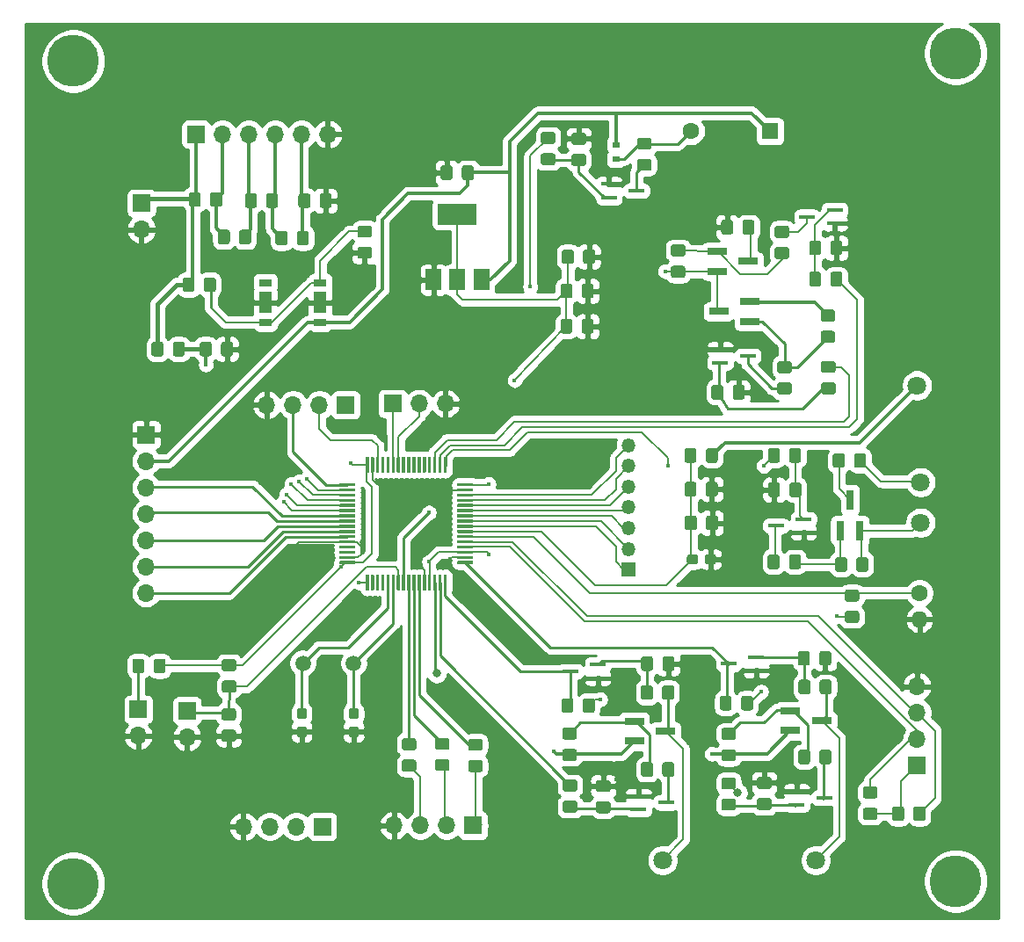
<source format=gbr>
%TF.GenerationSoftware,KiCad,Pcbnew,(5.1.5)-3*%
%TF.CreationDate,2020-07-28T11:43:05+08:00*%
%TF.ProjectId,2in1kicad,32696e31-6b69-4636-9164-2e6b69636164,rev?*%
%TF.SameCoordinates,Original*%
%TF.FileFunction,Copper,L1,Top*%
%TF.FilePolarity,Positive*%
%FSLAX46Y46*%
G04 Gerber Fmt 4.6, Leading zero omitted, Abs format (unit mm)*
G04 Created by KiCad (PCBNEW (5.1.5)-3) date 2020-07-28 11:43:05*
%MOMM*%
%LPD*%
G04 APERTURE LIST*
%ADD10R,1.270000X0.760000*%
%ADD11R,1.270000X2.000000*%
%ADD12R,1.270000X2.030000*%
%ADD13O,1.700000X1.700000*%
%ADD14R,1.700000X1.700000*%
%ADD15O,1.350000X1.350000*%
%ADD16R,1.350000X1.350000*%
%ADD17C,1.600000*%
%ADD18R,1.600000X1.600000*%
%ADD19C,0.350000*%
%ADD20R,1.900000X0.800000*%
%ADD21R,1.500000X0.450000*%
%ADD22O,1.600000X1.600000*%
%ADD23C,1.800000*%
%ADD24R,0.800000X1.900000*%
%ADD25C,1.500000*%
%ADD26R,1.500000X2.000000*%
%ADD27R,3.800000X2.000000*%
%ADD28R,0.700000X0.600000*%
%ADD29C,5.000000*%
%ADD30C,0.400000*%
%ADD31C,0.800000*%
%ADD32C,0.250000*%
%ADD33C,0.300000*%
%ADD34C,0.200000*%
%ADD35C,0.400000*%
%ADD36C,0.254000*%
%ADD37C,0.350000*%
%ADD38C,0.300000*%
G04 APERTURE END LIST*
D10*
X59030000Y-60590000D03*
X53750000Y-60590000D03*
D11*
X59030000Y-62500000D03*
D12*
X53750000Y-62500000D03*
D10*
X59030000Y-64410000D03*
X53750000Y-64410000D03*
D13*
X116500000Y-99500000D03*
X116500000Y-102040000D03*
X116500000Y-104580000D03*
D14*
X116500000Y-107120000D03*
D13*
X71080000Y-72250000D03*
X68540000Y-72250000D03*
D14*
X66000000Y-72250000D03*
D15*
X88750000Y-76250000D03*
X88750000Y-78250000D03*
X88750000Y-80250000D03*
X88750000Y-82250000D03*
X88750000Y-84250000D03*
X88750000Y-86250000D03*
D16*
X88750000Y-88250000D03*
D17*
X94750000Y-46000000D03*
D18*
X102350000Y-46000000D03*
%TA.AperFunction,SMDPad,CuDef*%
D19*
G36*
X98574505Y-54551204D02*
G01*
X98598773Y-54554804D01*
X98622572Y-54560765D01*
X98645671Y-54569030D01*
X98667850Y-54579520D01*
X98688893Y-54592132D01*
X98708599Y-54606747D01*
X98726777Y-54623223D01*
X98743253Y-54641401D01*
X98757868Y-54661107D01*
X98770480Y-54682150D01*
X98780970Y-54704329D01*
X98789235Y-54727428D01*
X98795196Y-54751227D01*
X98798796Y-54775495D01*
X98800000Y-54799999D01*
X98800000Y-55700001D01*
X98798796Y-55724505D01*
X98795196Y-55748773D01*
X98789235Y-55772572D01*
X98780970Y-55795671D01*
X98770480Y-55817850D01*
X98757868Y-55838893D01*
X98743253Y-55858599D01*
X98726777Y-55876777D01*
X98708599Y-55893253D01*
X98688893Y-55907868D01*
X98667850Y-55920480D01*
X98645671Y-55930970D01*
X98622572Y-55939235D01*
X98598773Y-55945196D01*
X98574505Y-55948796D01*
X98550001Y-55950000D01*
X97899999Y-55950000D01*
X97875495Y-55948796D01*
X97851227Y-55945196D01*
X97827428Y-55939235D01*
X97804329Y-55930970D01*
X97782150Y-55920480D01*
X97761107Y-55907868D01*
X97741401Y-55893253D01*
X97723223Y-55876777D01*
X97706747Y-55858599D01*
X97692132Y-55838893D01*
X97679520Y-55817850D01*
X97669030Y-55795671D01*
X97660765Y-55772572D01*
X97654804Y-55748773D01*
X97651204Y-55724505D01*
X97650000Y-55700001D01*
X97650000Y-54799999D01*
X97651204Y-54775495D01*
X97654804Y-54751227D01*
X97660765Y-54727428D01*
X97669030Y-54704329D01*
X97679520Y-54682150D01*
X97692132Y-54661107D01*
X97706747Y-54641401D01*
X97723223Y-54623223D01*
X97741401Y-54606747D01*
X97761107Y-54592132D01*
X97782150Y-54579520D01*
X97804329Y-54569030D01*
X97827428Y-54560765D01*
X97851227Y-54554804D01*
X97875495Y-54551204D01*
X97899999Y-54550000D01*
X98550001Y-54550000D01*
X98574505Y-54551204D01*
G37*
%TD.AperFunction*%
%TA.AperFunction,SMDPad,CuDef*%
G36*
X100624505Y-54551204D02*
G01*
X100648773Y-54554804D01*
X100672572Y-54560765D01*
X100695671Y-54569030D01*
X100717850Y-54579520D01*
X100738893Y-54592132D01*
X100758599Y-54606747D01*
X100776777Y-54623223D01*
X100793253Y-54641401D01*
X100807868Y-54661107D01*
X100820480Y-54682150D01*
X100830970Y-54704329D01*
X100839235Y-54727428D01*
X100845196Y-54751227D01*
X100848796Y-54775495D01*
X100850000Y-54799999D01*
X100850000Y-55700001D01*
X100848796Y-55724505D01*
X100845196Y-55748773D01*
X100839235Y-55772572D01*
X100830970Y-55795671D01*
X100820480Y-55817850D01*
X100807868Y-55838893D01*
X100793253Y-55858599D01*
X100776777Y-55876777D01*
X100758599Y-55893253D01*
X100738893Y-55907868D01*
X100717850Y-55920480D01*
X100695671Y-55930970D01*
X100672572Y-55939235D01*
X100648773Y-55945196D01*
X100624505Y-55948796D01*
X100600001Y-55950000D01*
X99949999Y-55950000D01*
X99925495Y-55948796D01*
X99901227Y-55945196D01*
X99877428Y-55939235D01*
X99854329Y-55930970D01*
X99832150Y-55920480D01*
X99811107Y-55907868D01*
X99791401Y-55893253D01*
X99773223Y-55876777D01*
X99756747Y-55858599D01*
X99742132Y-55838893D01*
X99729520Y-55817850D01*
X99719030Y-55795671D01*
X99710765Y-55772572D01*
X99704804Y-55748773D01*
X99701204Y-55724505D01*
X99700000Y-55700001D01*
X99700000Y-54799999D01*
X99701204Y-54775495D01*
X99704804Y-54751227D01*
X99710765Y-54727428D01*
X99719030Y-54704329D01*
X99729520Y-54682150D01*
X99742132Y-54661107D01*
X99756747Y-54641401D01*
X99773223Y-54623223D01*
X99791401Y-54606747D01*
X99811107Y-54592132D01*
X99832150Y-54579520D01*
X99854329Y-54569030D01*
X99877428Y-54560765D01*
X99901227Y-54554804D01*
X99925495Y-54551204D01*
X99949999Y-54550000D01*
X100600001Y-54550000D01*
X100624505Y-54551204D01*
G37*
%TD.AperFunction*%
%TA.AperFunction,SMDPad,CuDef*%
G36*
X103974505Y-55126204D02*
G01*
X103998773Y-55129804D01*
X104022572Y-55135765D01*
X104045671Y-55144030D01*
X104067850Y-55154520D01*
X104088893Y-55167132D01*
X104108599Y-55181747D01*
X104126777Y-55198223D01*
X104143253Y-55216401D01*
X104157868Y-55236107D01*
X104170480Y-55257150D01*
X104180970Y-55279329D01*
X104189235Y-55302428D01*
X104195196Y-55326227D01*
X104198796Y-55350495D01*
X104200000Y-55374999D01*
X104200000Y-56025001D01*
X104198796Y-56049505D01*
X104195196Y-56073773D01*
X104189235Y-56097572D01*
X104180970Y-56120671D01*
X104170480Y-56142850D01*
X104157868Y-56163893D01*
X104143253Y-56183599D01*
X104126777Y-56201777D01*
X104108599Y-56218253D01*
X104088893Y-56232868D01*
X104067850Y-56245480D01*
X104045671Y-56255970D01*
X104022572Y-56264235D01*
X103998773Y-56270196D01*
X103974505Y-56273796D01*
X103950001Y-56275000D01*
X103049999Y-56275000D01*
X103025495Y-56273796D01*
X103001227Y-56270196D01*
X102977428Y-56264235D01*
X102954329Y-56255970D01*
X102932150Y-56245480D01*
X102911107Y-56232868D01*
X102891401Y-56218253D01*
X102873223Y-56201777D01*
X102856747Y-56183599D01*
X102842132Y-56163893D01*
X102829520Y-56142850D01*
X102819030Y-56120671D01*
X102810765Y-56097572D01*
X102804804Y-56073773D01*
X102801204Y-56049505D01*
X102800000Y-56025001D01*
X102800000Y-55374999D01*
X102801204Y-55350495D01*
X102804804Y-55326227D01*
X102810765Y-55302428D01*
X102819030Y-55279329D01*
X102829520Y-55257150D01*
X102842132Y-55236107D01*
X102856747Y-55216401D01*
X102873223Y-55198223D01*
X102891401Y-55181747D01*
X102911107Y-55167132D01*
X102932150Y-55154520D01*
X102954329Y-55144030D01*
X102977428Y-55135765D01*
X103001227Y-55129804D01*
X103025495Y-55126204D01*
X103049999Y-55125000D01*
X103950001Y-55125000D01*
X103974505Y-55126204D01*
G37*
%TD.AperFunction*%
%TA.AperFunction,SMDPad,CuDef*%
G36*
X103974505Y-57176204D02*
G01*
X103998773Y-57179804D01*
X104022572Y-57185765D01*
X104045671Y-57194030D01*
X104067850Y-57204520D01*
X104088893Y-57217132D01*
X104108599Y-57231747D01*
X104126777Y-57248223D01*
X104143253Y-57266401D01*
X104157868Y-57286107D01*
X104170480Y-57307150D01*
X104180970Y-57329329D01*
X104189235Y-57352428D01*
X104195196Y-57376227D01*
X104198796Y-57400495D01*
X104200000Y-57424999D01*
X104200000Y-58075001D01*
X104198796Y-58099505D01*
X104195196Y-58123773D01*
X104189235Y-58147572D01*
X104180970Y-58170671D01*
X104170480Y-58192850D01*
X104157868Y-58213893D01*
X104143253Y-58233599D01*
X104126777Y-58251777D01*
X104108599Y-58268253D01*
X104088893Y-58282868D01*
X104067850Y-58295480D01*
X104045671Y-58305970D01*
X104022572Y-58314235D01*
X103998773Y-58320196D01*
X103974505Y-58323796D01*
X103950001Y-58325000D01*
X103049999Y-58325000D01*
X103025495Y-58323796D01*
X103001227Y-58320196D01*
X102977428Y-58314235D01*
X102954329Y-58305970D01*
X102932150Y-58295480D01*
X102911107Y-58282868D01*
X102891401Y-58268253D01*
X102873223Y-58251777D01*
X102856747Y-58233599D01*
X102842132Y-58213893D01*
X102829520Y-58192850D01*
X102819030Y-58170671D01*
X102810765Y-58147572D01*
X102804804Y-58123773D01*
X102801204Y-58099505D01*
X102800000Y-58075001D01*
X102800000Y-57424999D01*
X102801204Y-57400495D01*
X102804804Y-57376227D01*
X102810765Y-57352428D01*
X102819030Y-57329329D01*
X102829520Y-57307150D01*
X102842132Y-57286107D01*
X102856747Y-57266401D01*
X102873223Y-57248223D01*
X102891401Y-57231747D01*
X102911107Y-57217132D01*
X102932150Y-57204520D01*
X102954329Y-57194030D01*
X102977428Y-57185765D01*
X103001227Y-57179804D01*
X103025495Y-57176204D01*
X103049999Y-57175000D01*
X103950001Y-57175000D01*
X103974505Y-57176204D01*
G37*
%TD.AperFunction*%
%TA.AperFunction,SMDPad,CuDef*%
G36*
X109099505Y-56551204D02*
G01*
X109123773Y-56554804D01*
X109147572Y-56560765D01*
X109170671Y-56569030D01*
X109192850Y-56579520D01*
X109213893Y-56592132D01*
X109233599Y-56606747D01*
X109251777Y-56623223D01*
X109268253Y-56641401D01*
X109282868Y-56661107D01*
X109295480Y-56682150D01*
X109305970Y-56704329D01*
X109314235Y-56727428D01*
X109320196Y-56751227D01*
X109323796Y-56775495D01*
X109325000Y-56799999D01*
X109325000Y-57700001D01*
X109323796Y-57724505D01*
X109320196Y-57748773D01*
X109314235Y-57772572D01*
X109305970Y-57795671D01*
X109295480Y-57817850D01*
X109282868Y-57838893D01*
X109268253Y-57858599D01*
X109251777Y-57876777D01*
X109233599Y-57893253D01*
X109213893Y-57907868D01*
X109192850Y-57920480D01*
X109170671Y-57930970D01*
X109147572Y-57939235D01*
X109123773Y-57945196D01*
X109099505Y-57948796D01*
X109075001Y-57950000D01*
X108424999Y-57950000D01*
X108400495Y-57948796D01*
X108376227Y-57945196D01*
X108352428Y-57939235D01*
X108329329Y-57930970D01*
X108307150Y-57920480D01*
X108286107Y-57907868D01*
X108266401Y-57893253D01*
X108248223Y-57876777D01*
X108231747Y-57858599D01*
X108217132Y-57838893D01*
X108204520Y-57817850D01*
X108194030Y-57795671D01*
X108185765Y-57772572D01*
X108179804Y-57748773D01*
X108176204Y-57724505D01*
X108175000Y-57700001D01*
X108175000Y-56799999D01*
X108176204Y-56775495D01*
X108179804Y-56751227D01*
X108185765Y-56727428D01*
X108194030Y-56704329D01*
X108204520Y-56682150D01*
X108217132Y-56661107D01*
X108231747Y-56641401D01*
X108248223Y-56623223D01*
X108266401Y-56606747D01*
X108286107Y-56592132D01*
X108307150Y-56579520D01*
X108329329Y-56569030D01*
X108352428Y-56560765D01*
X108376227Y-56554804D01*
X108400495Y-56551204D01*
X108424999Y-56550000D01*
X109075001Y-56550000D01*
X109099505Y-56551204D01*
G37*
%TD.AperFunction*%
%TA.AperFunction,SMDPad,CuDef*%
G36*
X107049505Y-56551204D02*
G01*
X107073773Y-56554804D01*
X107097572Y-56560765D01*
X107120671Y-56569030D01*
X107142850Y-56579520D01*
X107163893Y-56592132D01*
X107183599Y-56606747D01*
X107201777Y-56623223D01*
X107218253Y-56641401D01*
X107232868Y-56661107D01*
X107245480Y-56682150D01*
X107255970Y-56704329D01*
X107264235Y-56727428D01*
X107270196Y-56751227D01*
X107273796Y-56775495D01*
X107275000Y-56799999D01*
X107275000Y-57700001D01*
X107273796Y-57724505D01*
X107270196Y-57748773D01*
X107264235Y-57772572D01*
X107255970Y-57795671D01*
X107245480Y-57817850D01*
X107232868Y-57838893D01*
X107218253Y-57858599D01*
X107201777Y-57876777D01*
X107183599Y-57893253D01*
X107163893Y-57907868D01*
X107142850Y-57920480D01*
X107120671Y-57930970D01*
X107097572Y-57939235D01*
X107073773Y-57945196D01*
X107049505Y-57948796D01*
X107025001Y-57950000D01*
X106374999Y-57950000D01*
X106350495Y-57948796D01*
X106326227Y-57945196D01*
X106302428Y-57939235D01*
X106279329Y-57930970D01*
X106257150Y-57920480D01*
X106236107Y-57907868D01*
X106216401Y-57893253D01*
X106198223Y-57876777D01*
X106181747Y-57858599D01*
X106167132Y-57838893D01*
X106154520Y-57817850D01*
X106144030Y-57795671D01*
X106135765Y-57772572D01*
X106129804Y-57748773D01*
X106126204Y-57724505D01*
X106125000Y-57700001D01*
X106125000Y-56799999D01*
X106126204Y-56775495D01*
X106129804Y-56751227D01*
X106135765Y-56727428D01*
X106144030Y-56704329D01*
X106154520Y-56682150D01*
X106167132Y-56661107D01*
X106181747Y-56641401D01*
X106198223Y-56623223D01*
X106216401Y-56606747D01*
X106236107Y-56592132D01*
X106257150Y-56579520D01*
X106279329Y-56569030D01*
X106302428Y-56560765D01*
X106326227Y-56554804D01*
X106350495Y-56551204D01*
X106374999Y-56550000D01*
X107025001Y-56550000D01*
X107049505Y-56551204D01*
G37*
%TD.AperFunction*%
%TA.AperFunction,SMDPad,CuDef*%
G36*
X93974505Y-56926204D02*
G01*
X93998773Y-56929804D01*
X94022572Y-56935765D01*
X94045671Y-56944030D01*
X94067850Y-56954520D01*
X94088893Y-56967132D01*
X94108599Y-56981747D01*
X94126777Y-56998223D01*
X94143253Y-57016401D01*
X94157868Y-57036107D01*
X94170480Y-57057150D01*
X94180970Y-57079329D01*
X94189235Y-57102428D01*
X94195196Y-57126227D01*
X94198796Y-57150495D01*
X94200000Y-57174999D01*
X94200000Y-57825001D01*
X94198796Y-57849505D01*
X94195196Y-57873773D01*
X94189235Y-57897572D01*
X94180970Y-57920671D01*
X94170480Y-57942850D01*
X94157868Y-57963893D01*
X94143253Y-57983599D01*
X94126777Y-58001777D01*
X94108599Y-58018253D01*
X94088893Y-58032868D01*
X94067850Y-58045480D01*
X94045671Y-58055970D01*
X94022572Y-58064235D01*
X93998773Y-58070196D01*
X93974505Y-58073796D01*
X93950001Y-58075000D01*
X93049999Y-58075000D01*
X93025495Y-58073796D01*
X93001227Y-58070196D01*
X92977428Y-58064235D01*
X92954329Y-58055970D01*
X92932150Y-58045480D01*
X92911107Y-58032868D01*
X92891401Y-58018253D01*
X92873223Y-58001777D01*
X92856747Y-57983599D01*
X92842132Y-57963893D01*
X92829520Y-57942850D01*
X92819030Y-57920671D01*
X92810765Y-57897572D01*
X92804804Y-57873773D01*
X92801204Y-57849505D01*
X92800000Y-57825001D01*
X92800000Y-57174999D01*
X92801204Y-57150495D01*
X92804804Y-57126227D01*
X92810765Y-57102428D01*
X92819030Y-57079329D01*
X92829520Y-57057150D01*
X92842132Y-57036107D01*
X92856747Y-57016401D01*
X92873223Y-56998223D01*
X92891401Y-56981747D01*
X92911107Y-56967132D01*
X92932150Y-56954520D01*
X92954329Y-56944030D01*
X92977428Y-56935765D01*
X93001227Y-56929804D01*
X93025495Y-56926204D01*
X93049999Y-56925000D01*
X93950001Y-56925000D01*
X93974505Y-56926204D01*
G37*
%TD.AperFunction*%
%TA.AperFunction,SMDPad,CuDef*%
G36*
X93974505Y-58976204D02*
G01*
X93998773Y-58979804D01*
X94022572Y-58985765D01*
X94045671Y-58994030D01*
X94067850Y-59004520D01*
X94088893Y-59017132D01*
X94108599Y-59031747D01*
X94126777Y-59048223D01*
X94143253Y-59066401D01*
X94157868Y-59086107D01*
X94170480Y-59107150D01*
X94180970Y-59129329D01*
X94189235Y-59152428D01*
X94195196Y-59176227D01*
X94198796Y-59200495D01*
X94200000Y-59224999D01*
X94200000Y-59875001D01*
X94198796Y-59899505D01*
X94195196Y-59923773D01*
X94189235Y-59947572D01*
X94180970Y-59970671D01*
X94170480Y-59992850D01*
X94157868Y-60013893D01*
X94143253Y-60033599D01*
X94126777Y-60051777D01*
X94108599Y-60068253D01*
X94088893Y-60082868D01*
X94067850Y-60095480D01*
X94045671Y-60105970D01*
X94022572Y-60114235D01*
X93998773Y-60120196D01*
X93974505Y-60123796D01*
X93950001Y-60125000D01*
X93049999Y-60125000D01*
X93025495Y-60123796D01*
X93001227Y-60120196D01*
X92977428Y-60114235D01*
X92954329Y-60105970D01*
X92932150Y-60095480D01*
X92911107Y-60082868D01*
X92891401Y-60068253D01*
X92873223Y-60051777D01*
X92856747Y-60033599D01*
X92842132Y-60013893D01*
X92829520Y-59992850D01*
X92819030Y-59970671D01*
X92810765Y-59947572D01*
X92804804Y-59923773D01*
X92801204Y-59899505D01*
X92800000Y-59875001D01*
X92800000Y-59224999D01*
X92801204Y-59200495D01*
X92804804Y-59176227D01*
X92810765Y-59152428D01*
X92819030Y-59129329D01*
X92829520Y-59107150D01*
X92842132Y-59086107D01*
X92856747Y-59066401D01*
X92873223Y-59048223D01*
X92891401Y-59031747D01*
X92911107Y-59017132D01*
X92932150Y-59004520D01*
X92954329Y-58994030D01*
X92977428Y-58985765D01*
X93001227Y-58979804D01*
X93025495Y-58976204D01*
X93049999Y-58975000D01*
X93950001Y-58975000D01*
X93974505Y-58976204D01*
G37*
%TD.AperFunction*%
%TA.AperFunction,SMDPad,CuDef*%
G36*
X107049505Y-59551204D02*
G01*
X107073773Y-59554804D01*
X107097572Y-59560765D01*
X107120671Y-59569030D01*
X107142850Y-59579520D01*
X107163893Y-59592132D01*
X107183599Y-59606747D01*
X107201777Y-59623223D01*
X107218253Y-59641401D01*
X107232868Y-59661107D01*
X107245480Y-59682150D01*
X107255970Y-59704329D01*
X107264235Y-59727428D01*
X107270196Y-59751227D01*
X107273796Y-59775495D01*
X107275000Y-59799999D01*
X107275000Y-60700001D01*
X107273796Y-60724505D01*
X107270196Y-60748773D01*
X107264235Y-60772572D01*
X107255970Y-60795671D01*
X107245480Y-60817850D01*
X107232868Y-60838893D01*
X107218253Y-60858599D01*
X107201777Y-60876777D01*
X107183599Y-60893253D01*
X107163893Y-60907868D01*
X107142850Y-60920480D01*
X107120671Y-60930970D01*
X107097572Y-60939235D01*
X107073773Y-60945196D01*
X107049505Y-60948796D01*
X107025001Y-60950000D01*
X106374999Y-60950000D01*
X106350495Y-60948796D01*
X106326227Y-60945196D01*
X106302428Y-60939235D01*
X106279329Y-60930970D01*
X106257150Y-60920480D01*
X106236107Y-60907868D01*
X106216401Y-60893253D01*
X106198223Y-60876777D01*
X106181747Y-60858599D01*
X106167132Y-60838893D01*
X106154520Y-60817850D01*
X106144030Y-60795671D01*
X106135765Y-60772572D01*
X106129804Y-60748773D01*
X106126204Y-60724505D01*
X106125000Y-60700001D01*
X106125000Y-59799999D01*
X106126204Y-59775495D01*
X106129804Y-59751227D01*
X106135765Y-59727428D01*
X106144030Y-59704329D01*
X106154520Y-59682150D01*
X106167132Y-59661107D01*
X106181747Y-59641401D01*
X106198223Y-59623223D01*
X106216401Y-59606747D01*
X106236107Y-59592132D01*
X106257150Y-59579520D01*
X106279329Y-59569030D01*
X106302428Y-59560765D01*
X106326227Y-59554804D01*
X106350495Y-59551204D01*
X106374999Y-59550000D01*
X107025001Y-59550000D01*
X107049505Y-59551204D01*
G37*
%TD.AperFunction*%
%TA.AperFunction,SMDPad,CuDef*%
G36*
X109099505Y-59551204D02*
G01*
X109123773Y-59554804D01*
X109147572Y-59560765D01*
X109170671Y-59569030D01*
X109192850Y-59579520D01*
X109213893Y-59592132D01*
X109233599Y-59606747D01*
X109251777Y-59623223D01*
X109268253Y-59641401D01*
X109282868Y-59661107D01*
X109295480Y-59682150D01*
X109305970Y-59704329D01*
X109314235Y-59727428D01*
X109320196Y-59751227D01*
X109323796Y-59775495D01*
X109325000Y-59799999D01*
X109325000Y-60700001D01*
X109323796Y-60724505D01*
X109320196Y-60748773D01*
X109314235Y-60772572D01*
X109305970Y-60795671D01*
X109295480Y-60817850D01*
X109282868Y-60838893D01*
X109268253Y-60858599D01*
X109251777Y-60876777D01*
X109233599Y-60893253D01*
X109213893Y-60907868D01*
X109192850Y-60920480D01*
X109170671Y-60930970D01*
X109147572Y-60939235D01*
X109123773Y-60945196D01*
X109099505Y-60948796D01*
X109075001Y-60950000D01*
X108424999Y-60950000D01*
X108400495Y-60948796D01*
X108376227Y-60945196D01*
X108352428Y-60939235D01*
X108329329Y-60930970D01*
X108307150Y-60920480D01*
X108286107Y-60907868D01*
X108266401Y-60893253D01*
X108248223Y-60876777D01*
X108231747Y-60858599D01*
X108217132Y-60838893D01*
X108204520Y-60817850D01*
X108194030Y-60795671D01*
X108185765Y-60772572D01*
X108179804Y-60748773D01*
X108176204Y-60724505D01*
X108175000Y-60700001D01*
X108175000Y-59799999D01*
X108176204Y-59775495D01*
X108179804Y-59751227D01*
X108185765Y-59727428D01*
X108194030Y-59704329D01*
X108204520Y-59682150D01*
X108217132Y-59661107D01*
X108231747Y-59641401D01*
X108248223Y-59623223D01*
X108266401Y-59606747D01*
X108286107Y-59592132D01*
X108307150Y-59579520D01*
X108329329Y-59569030D01*
X108352428Y-59560765D01*
X108376227Y-59554804D01*
X108400495Y-59551204D01*
X108424999Y-59550000D01*
X109075001Y-59550000D01*
X109099505Y-59551204D01*
G37*
%TD.AperFunction*%
D20*
X100250000Y-58550000D03*
X97250000Y-59500000D03*
X97250000Y-57600000D03*
D21*
X105920000Y-54250000D03*
X108580000Y-53600000D03*
X108580000Y-54900000D03*
%TA.AperFunction,SMDPad,CuDef*%
D19*
G36*
X95185779Y-86776144D02*
G01*
X95208834Y-86779563D01*
X95231443Y-86785227D01*
X95253387Y-86793079D01*
X95274457Y-86803044D01*
X95294448Y-86815026D01*
X95313168Y-86828910D01*
X95330438Y-86844562D01*
X95346090Y-86861832D01*
X95359974Y-86880552D01*
X95371956Y-86900543D01*
X95381921Y-86921613D01*
X95389773Y-86943557D01*
X95395437Y-86966166D01*
X95398856Y-86989221D01*
X95400000Y-87012500D01*
X95400000Y-87487500D01*
X95398856Y-87510779D01*
X95395437Y-87533834D01*
X95389773Y-87556443D01*
X95381921Y-87578387D01*
X95371956Y-87599457D01*
X95359974Y-87619448D01*
X95346090Y-87638168D01*
X95330438Y-87655438D01*
X95313168Y-87671090D01*
X95294448Y-87684974D01*
X95274457Y-87696956D01*
X95253387Y-87706921D01*
X95231443Y-87714773D01*
X95208834Y-87720437D01*
X95185779Y-87723856D01*
X95162500Y-87725000D01*
X94587500Y-87725000D01*
X94564221Y-87723856D01*
X94541166Y-87720437D01*
X94518557Y-87714773D01*
X94496613Y-87706921D01*
X94475543Y-87696956D01*
X94455552Y-87684974D01*
X94436832Y-87671090D01*
X94419562Y-87655438D01*
X94403910Y-87638168D01*
X94390026Y-87619448D01*
X94378044Y-87599457D01*
X94368079Y-87578387D01*
X94360227Y-87556443D01*
X94354563Y-87533834D01*
X94351144Y-87510779D01*
X94350000Y-87487500D01*
X94350000Y-87012500D01*
X94351144Y-86989221D01*
X94354563Y-86966166D01*
X94360227Y-86943557D01*
X94368079Y-86921613D01*
X94378044Y-86900543D01*
X94390026Y-86880552D01*
X94403910Y-86861832D01*
X94419562Y-86844562D01*
X94436832Y-86828910D01*
X94455552Y-86815026D01*
X94475543Y-86803044D01*
X94496613Y-86793079D01*
X94518557Y-86785227D01*
X94541166Y-86779563D01*
X94564221Y-86776144D01*
X94587500Y-86775000D01*
X95162500Y-86775000D01*
X95185779Y-86776144D01*
G37*
%TD.AperFunction*%
%TA.AperFunction,SMDPad,CuDef*%
G36*
X96935779Y-86776144D02*
G01*
X96958834Y-86779563D01*
X96981443Y-86785227D01*
X97003387Y-86793079D01*
X97024457Y-86803044D01*
X97044448Y-86815026D01*
X97063168Y-86828910D01*
X97080438Y-86844562D01*
X97096090Y-86861832D01*
X97109974Y-86880552D01*
X97121956Y-86900543D01*
X97131921Y-86921613D01*
X97139773Y-86943557D01*
X97145437Y-86966166D01*
X97148856Y-86989221D01*
X97150000Y-87012500D01*
X97150000Y-87487500D01*
X97148856Y-87510779D01*
X97145437Y-87533834D01*
X97139773Y-87556443D01*
X97131921Y-87578387D01*
X97121956Y-87599457D01*
X97109974Y-87619448D01*
X97096090Y-87638168D01*
X97080438Y-87655438D01*
X97063168Y-87671090D01*
X97044448Y-87684974D01*
X97024457Y-87696956D01*
X97003387Y-87706921D01*
X96981443Y-87714773D01*
X96958834Y-87720437D01*
X96935779Y-87723856D01*
X96912500Y-87725000D01*
X96337500Y-87725000D01*
X96314221Y-87723856D01*
X96291166Y-87720437D01*
X96268557Y-87714773D01*
X96246613Y-87706921D01*
X96225543Y-87696956D01*
X96205552Y-87684974D01*
X96186832Y-87671090D01*
X96169562Y-87655438D01*
X96153910Y-87638168D01*
X96140026Y-87619448D01*
X96128044Y-87599457D01*
X96118079Y-87578387D01*
X96110227Y-87556443D01*
X96104563Y-87533834D01*
X96101144Y-87510779D01*
X96100000Y-87487500D01*
X96100000Y-87012500D01*
X96101144Y-86989221D01*
X96104563Y-86966166D01*
X96110227Y-86943557D01*
X96118079Y-86921613D01*
X96128044Y-86900543D01*
X96140026Y-86880552D01*
X96153910Y-86861832D01*
X96169562Y-86844562D01*
X96186832Y-86828910D01*
X96205552Y-86815026D01*
X96225543Y-86803044D01*
X96246613Y-86793079D01*
X96268557Y-86785227D01*
X96291166Y-86779563D01*
X96314221Y-86776144D01*
X96337500Y-86775000D01*
X96912500Y-86775000D01*
X96935779Y-86776144D01*
G37*
%TD.AperFunction*%
%TA.AperFunction,SMDPad,CuDef*%
G36*
X97124505Y-83051204D02*
G01*
X97148773Y-83054804D01*
X97172572Y-83060765D01*
X97195671Y-83069030D01*
X97217850Y-83079520D01*
X97238893Y-83092132D01*
X97258599Y-83106747D01*
X97276777Y-83123223D01*
X97293253Y-83141401D01*
X97307868Y-83161107D01*
X97320480Y-83182150D01*
X97330970Y-83204329D01*
X97339235Y-83227428D01*
X97345196Y-83251227D01*
X97348796Y-83275495D01*
X97350000Y-83299999D01*
X97350000Y-84200001D01*
X97348796Y-84224505D01*
X97345196Y-84248773D01*
X97339235Y-84272572D01*
X97330970Y-84295671D01*
X97320480Y-84317850D01*
X97307868Y-84338893D01*
X97293253Y-84358599D01*
X97276777Y-84376777D01*
X97258599Y-84393253D01*
X97238893Y-84407868D01*
X97217850Y-84420480D01*
X97195671Y-84430970D01*
X97172572Y-84439235D01*
X97148773Y-84445196D01*
X97124505Y-84448796D01*
X97100001Y-84450000D01*
X96449999Y-84450000D01*
X96425495Y-84448796D01*
X96401227Y-84445196D01*
X96377428Y-84439235D01*
X96354329Y-84430970D01*
X96332150Y-84420480D01*
X96311107Y-84407868D01*
X96291401Y-84393253D01*
X96273223Y-84376777D01*
X96256747Y-84358599D01*
X96242132Y-84338893D01*
X96229520Y-84317850D01*
X96219030Y-84295671D01*
X96210765Y-84272572D01*
X96204804Y-84248773D01*
X96201204Y-84224505D01*
X96200000Y-84200001D01*
X96200000Y-83299999D01*
X96201204Y-83275495D01*
X96204804Y-83251227D01*
X96210765Y-83227428D01*
X96219030Y-83204329D01*
X96229520Y-83182150D01*
X96242132Y-83161107D01*
X96256747Y-83141401D01*
X96273223Y-83123223D01*
X96291401Y-83106747D01*
X96311107Y-83092132D01*
X96332150Y-83079520D01*
X96354329Y-83069030D01*
X96377428Y-83060765D01*
X96401227Y-83054804D01*
X96425495Y-83051204D01*
X96449999Y-83050000D01*
X97100001Y-83050000D01*
X97124505Y-83051204D01*
G37*
%TD.AperFunction*%
%TA.AperFunction,SMDPad,CuDef*%
G36*
X95074505Y-83051204D02*
G01*
X95098773Y-83054804D01*
X95122572Y-83060765D01*
X95145671Y-83069030D01*
X95167850Y-83079520D01*
X95188893Y-83092132D01*
X95208599Y-83106747D01*
X95226777Y-83123223D01*
X95243253Y-83141401D01*
X95257868Y-83161107D01*
X95270480Y-83182150D01*
X95280970Y-83204329D01*
X95289235Y-83227428D01*
X95295196Y-83251227D01*
X95298796Y-83275495D01*
X95300000Y-83299999D01*
X95300000Y-84200001D01*
X95298796Y-84224505D01*
X95295196Y-84248773D01*
X95289235Y-84272572D01*
X95280970Y-84295671D01*
X95270480Y-84317850D01*
X95257868Y-84338893D01*
X95243253Y-84358599D01*
X95226777Y-84376777D01*
X95208599Y-84393253D01*
X95188893Y-84407868D01*
X95167850Y-84420480D01*
X95145671Y-84430970D01*
X95122572Y-84439235D01*
X95098773Y-84445196D01*
X95074505Y-84448796D01*
X95050001Y-84450000D01*
X94399999Y-84450000D01*
X94375495Y-84448796D01*
X94351227Y-84445196D01*
X94327428Y-84439235D01*
X94304329Y-84430970D01*
X94282150Y-84420480D01*
X94261107Y-84407868D01*
X94241401Y-84393253D01*
X94223223Y-84376777D01*
X94206747Y-84358599D01*
X94192132Y-84338893D01*
X94179520Y-84317850D01*
X94169030Y-84295671D01*
X94160765Y-84272572D01*
X94154804Y-84248773D01*
X94151204Y-84224505D01*
X94150000Y-84200001D01*
X94150000Y-83299999D01*
X94151204Y-83275495D01*
X94154804Y-83251227D01*
X94160765Y-83227428D01*
X94169030Y-83204329D01*
X94179520Y-83182150D01*
X94192132Y-83161107D01*
X94206747Y-83141401D01*
X94223223Y-83123223D01*
X94241401Y-83106747D01*
X94261107Y-83092132D01*
X94282150Y-83079520D01*
X94304329Y-83069030D01*
X94327428Y-83060765D01*
X94351227Y-83054804D01*
X94375495Y-83051204D01*
X94399999Y-83050000D01*
X95050001Y-83050000D01*
X95074505Y-83051204D01*
G37*
%TD.AperFunction*%
D22*
X116750000Y-93040000D03*
D17*
X116750000Y-90500000D03*
%TA.AperFunction,SMDPad,CuDef*%
D19*
G36*
X110724505Y-92226204D02*
G01*
X110748773Y-92229804D01*
X110772572Y-92235765D01*
X110795671Y-92244030D01*
X110817850Y-92254520D01*
X110838893Y-92267132D01*
X110858599Y-92281747D01*
X110876777Y-92298223D01*
X110893253Y-92316401D01*
X110907868Y-92336107D01*
X110920480Y-92357150D01*
X110930970Y-92379329D01*
X110939235Y-92402428D01*
X110945196Y-92426227D01*
X110948796Y-92450495D01*
X110950000Y-92474999D01*
X110950000Y-93125001D01*
X110948796Y-93149505D01*
X110945196Y-93173773D01*
X110939235Y-93197572D01*
X110930970Y-93220671D01*
X110920480Y-93242850D01*
X110907868Y-93263893D01*
X110893253Y-93283599D01*
X110876777Y-93301777D01*
X110858599Y-93318253D01*
X110838893Y-93332868D01*
X110817850Y-93345480D01*
X110795671Y-93355970D01*
X110772572Y-93364235D01*
X110748773Y-93370196D01*
X110724505Y-93373796D01*
X110700001Y-93375000D01*
X109799999Y-93375000D01*
X109775495Y-93373796D01*
X109751227Y-93370196D01*
X109727428Y-93364235D01*
X109704329Y-93355970D01*
X109682150Y-93345480D01*
X109661107Y-93332868D01*
X109641401Y-93318253D01*
X109623223Y-93301777D01*
X109606747Y-93283599D01*
X109592132Y-93263893D01*
X109579520Y-93242850D01*
X109569030Y-93220671D01*
X109560765Y-93197572D01*
X109554804Y-93173773D01*
X109551204Y-93149505D01*
X109550000Y-93125001D01*
X109550000Y-92474999D01*
X109551204Y-92450495D01*
X109554804Y-92426227D01*
X109560765Y-92402428D01*
X109569030Y-92379329D01*
X109579520Y-92357150D01*
X109592132Y-92336107D01*
X109606747Y-92316401D01*
X109623223Y-92298223D01*
X109641401Y-92281747D01*
X109661107Y-92267132D01*
X109682150Y-92254520D01*
X109704329Y-92244030D01*
X109727428Y-92235765D01*
X109751227Y-92229804D01*
X109775495Y-92226204D01*
X109799999Y-92225000D01*
X110700001Y-92225000D01*
X110724505Y-92226204D01*
G37*
%TD.AperFunction*%
%TA.AperFunction,SMDPad,CuDef*%
G36*
X110724505Y-90176204D02*
G01*
X110748773Y-90179804D01*
X110772572Y-90185765D01*
X110795671Y-90194030D01*
X110817850Y-90204520D01*
X110838893Y-90217132D01*
X110858599Y-90231747D01*
X110876777Y-90248223D01*
X110893253Y-90266401D01*
X110907868Y-90286107D01*
X110920480Y-90307150D01*
X110930970Y-90329329D01*
X110939235Y-90352428D01*
X110945196Y-90376227D01*
X110948796Y-90400495D01*
X110950000Y-90424999D01*
X110950000Y-91075001D01*
X110948796Y-91099505D01*
X110945196Y-91123773D01*
X110939235Y-91147572D01*
X110930970Y-91170671D01*
X110920480Y-91192850D01*
X110907868Y-91213893D01*
X110893253Y-91233599D01*
X110876777Y-91251777D01*
X110858599Y-91268253D01*
X110838893Y-91282868D01*
X110817850Y-91295480D01*
X110795671Y-91305970D01*
X110772572Y-91314235D01*
X110748773Y-91320196D01*
X110724505Y-91323796D01*
X110700001Y-91325000D01*
X109799999Y-91325000D01*
X109775495Y-91323796D01*
X109751227Y-91320196D01*
X109727428Y-91314235D01*
X109704329Y-91305970D01*
X109682150Y-91295480D01*
X109661107Y-91282868D01*
X109641401Y-91268253D01*
X109623223Y-91251777D01*
X109606747Y-91233599D01*
X109592132Y-91213893D01*
X109579520Y-91192850D01*
X109569030Y-91170671D01*
X109560765Y-91147572D01*
X109554804Y-91123773D01*
X109551204Y-91099505D01*
X109550000Y-91075001D01*
X109550000Y-90424999D01*
X109551204Y-90400495D01*
X109554804Y-90376227D01*
X109560765Y-90352428D01*
X109569030Y-90329329D01*
X109579520Y-90307150D01*
X109592132Y-90286107D01*
X109606747Y-90266401D01*
X109623223Y-90248223D01*
X109641401Y-90231747D01*
X109661107Y-90217132D01*
X109682150Y-90204520D01*
X109704329Y-90194030D01*
X109727428Y-90185765D01*
X109751227Y-90179804D01*
X109775495Y-90176204D01*
X109799999Y-90175000D01*
X110700001Y-90175000D01*
X110724505Y-90176204D01*
G37*
%TD.AperFunction*%
%TA.AperFunction,SMDPad,CuDef*%
G36*
X95049505Y-79801204D02*
G01*
X95073773Y-79804804D01*
X95097572Y-79810765D01*
X95120671Y-79819030D01*
X95142850Y-79829520D01*
X95163893Y-79842132D01*
X95183599Y-79856747D01*
X95201777Y-79873223D01*
X95218253Y-79891401D01*
X95232868Y-79911107D01*
X95245480Y-79932150D01*
X95255970Y-79954329D01*
X95264235Y-79977428D01*
X95270196Y-80001227D01*
X95273796Y-80025495D01*
X95275000Y-80049999D01*
X95275000Y-80950001D01*
X95273796Y-80974505D01*
X95270196Y-80998773D01*
X95264235Y-81022572D01*
X95255970Y-81045671D01*
X95245480Y-81067850D01*
X95232868Y-81088893D01*
X95218253Y-81108599D01*
X95201777Y-81126777D01*
X95183599Y-81143253D01*
X95163893Y-81157868D01*
X95142850Y-81170480D01*
X95120671Y-81180970D01*
X95097572Y-81189235D01*
X95073773Y-81195196D01*
X95049505Y-81198796D01*
X95025001Y-81200000D01*
X94374999Y-81200000D01*
X94350495Y-81198796D01*
X94326227Y-81195196D01*
X94302428Y-81189235D01*
X94279329Y-81180970D01*
X94257150Y-81170480D01*
X94236107Y-81157868D01*
X94216401Y-81143253D01*
X94198223Y-81126777D01*
X94181747Y-81108599D01*
X94167132Y-81088893D01*
X94154520Y-81067850D01*
X94144030Y-81045671D01*
X94135765Y-81022572D01*
X94129804Y-80998773D01*
X94126204Y-80974505D01*
X94125000Y-80950001D01*
X94125000Y-80049999D01*
X94126204Y-80025495D01*
X94129804Y-80001227D01*
X94135765Y-79977428D01*
X94144030Y-79954329D01*
X94154520Y-79932150D01*
X94167132Y-79911107D01*
X94181747Y-79891401D01*
X94198223Y-79873223D01*
X94216401Y-79856747D01*
X94236107Y-79842132D01*
X94257150Y-79829520D01*
X94279329Y-79819030D01*
X94302428Y-79810765D01*
X94326227Y-79804804D01*
X94350495Y-79801204D01*
X94374999Y-79800000D01*
X95025001Y-79800000D01*
X95049505Y-79801204D01*
G37*
%TD.AperFunction*%
%TA.AperFunction,SMDPad,CuDef*%
G36*
X97099505Y-79801204D02*
G01*
X97123773Y-79804804D01*
X97147572Y-79810765D01*
X97170671Y-79819030D01*
X97192850Y-79829520D01*
X97213893Y-79842132D01*
X97233599Y-79856747D01*
X97251777Y-79873223D01*
X97268253Y-79891401D01*
X97282868Y-79911107D01*
X97295480Y-79932150D01*
X97305970Y-79954329D01*
X97314235Y-79977428D01*
X97320196Y-80001227D01*
X97323796Y-80025495D01*
X97325000Y-80049999D01*
X97325000Y-80950001D01*
X97323796Y-80974505D01*
X97320196Y-80998773D01*
X97314235Y-81022572D01*
X97305970Y-81045671D01*
X97295480Y-81067850D01*
X97282868Y-81088893D01*
X97268253Y-81108599D01*
X97251777Y-81126777D01*
X97233599Y-81143253D01*
X97213893Y-81157868D01*
X97192850Y-81170480D01*
X97170671Y-81180970D01*
X97147572Y-81189235D01*
X97123773Y-81195196D01*
X97099505Y-81198796D01*
X97075001Y-81200000D01*
X96424999Y-81200000D01*
X96400495Y-81198796D01*
X96376227Y-81195196D01*
X96352428Y-81189235D01*
X96329329Y-81180970D01*
X96307150Y-81170480D01*
X96286107Y-81157868D01*
X96266401Y-81143253D01*
X96248223Y-81126777D01*
X96231747Y-81108599D01*
X96217132Y-81088893D01*
X96204520Y-81067850D01*
X96194030Y-81045671D01*
X96185765Y-81022572D01*
X96179804Y-80998773D01*
X96176204Y-80974505D01*
X96175000Y-80950001D01*
X96175000Y-80049999D01*
X96176204Y-80025495D01*
X96179804Y-80001227D01*
X96185765Y-79977428D01*
X96194030Y-79954329D01*
X96204520Y-79932150D01*
X96217132Y-79911107D01*
X96231747Y-79891401D01*
X96248223Y-79873223D01*
X96266401Y-79856747D01*
X96286107Y-79842132D01*
X96307150Y-79829520D01*
X96329329Y-79819030D01*
X96352428Y-79810765D01*
X96376227Y-79804804D01*
X96400495Y-79801204D01*
X96424999Y-79800000D01*
X97075001Y-79800000D01*
X97099505Y-79801204D01*
G37*
%TD.AperFunction*%
%TA.AperFunction,SMDPad,CuDef*%
G36*
X97099505Y-76551204D02*
G01*
X97123773Y-76554804D01*
X97147572Y-76560765D01*
X97170671Y-76569030D01*
X97192850Y-76579520D01*
X97213893Y-76592132D01*
X97233599Y-76606747D01*
X97251777Y-76623223D01*
X97268253Y-76641401D01*
X97282868Y-76661107D01*
X97295480Y-76682150D01*
X97305970Y-76704329D01*
X97314235Y-76727428D01*
X97320196Y-76751227D01*
X97323796Y-76775495D01*
X97325000Y-76799999D01*
X97325000Y-77700001D01*
X97323796Y-77724505D01*
X97320196Y-77748773D01*
X97314235Y-77772572D01*
X97305970Y-77795671D01*
X97295480Y-77817850D01*
X97282868Y-77838893D01*
X97268253Y-77858599D01*
X97251777Y-77876777D01*
X97233599Y-77893253D01*
X97213893Y-77907868D01*
X97192850Y-77920480D01*
X97170671Y-77930970D01*
X97147572Y-77939235D01*
X97123773Y-77945196D01*
X97099505Y-77948796D01*
X97075001Y-77950000D01*
X96424999Y-77950000D01*
X96400495Y-77948796D01*
X96376227Y-77945196D01*
X96352428Y-77939235D01*
X96329329Y-77930970D01*
X96307150Y-77920480D01*
X96286107Y-77907868D01*
X96266401Y-77893253D01*
X96248223Y-77876777D01*
X96231747Y-77858599D01*
X96217132Y-77838893D01*
X96204520Y-77817850D01*
X96194030Y-77795671D01*
X96185765Y-77772572D01*
X96179804Y-77748773D01*
X96176204Y-77724505D01*
X96175000Y-77700001D01*
X96175000Y-76799999D01*
X96176204Y-76775495D01*
X96179804Y-76751227D01*
X96185765Y-76727428D01*
X96194030Y-76704329D01*
X96204520Y-76682150D01*
X96217132Y-76661107D01*
X96231747Y-76641401D01*
X96248223Y-76623223D01*
X96266401Y-76606747D01*
X96286107Y-76592132D01*
X96307150Y-76579520D01*
X96329329Y-76569030D01*
X96352428Y-76560765D01*
X96376227Y-76554804D01*
X96400495Y-76551204D01*
X96424999Y-76550000D01*
X97075001Y-76550000D01*
X97099505Y-76551204D01*
G37*
%TD.AperFunction*%
%TA.AperFunction,SMDPad,CuDef*%
G36*
X95049505Y-76551204D02*
G01*
X95073773Y-76554804D01*
X95097572Y-76560765D01*
X95120671Y-76569030D01*
X95142850Y-76579520D01*
X95163893Y-76592132D01*
X95183599Y-76606747D01*
X95201777Y-76623223D01*
X95218253Y-76641401D01*
X95232868Y-76661107D01*
X95245480Y-76682150D01*
X95255970Y-76704329D01*
X95264235Y-76727428D01*
X95270196Y-76751227D01*
X95273796Y-76775495D01*
X95275000Y-76799999D01*
X95275000Y-77700001D01*
X95273796Y-77724505D01*
X95270196Y-77748773D01*
X95264235Y-77772572D01*
X95255970Y-77795671D01*
X95245480Y-77817850D01*
X95232868Y-77838893D01*
X95218253Y-77858599D01*
X95201777Y-77876777D01*
X95183599Y-77893253D01*
X95163893Y-77907868D01*
X95142850Y-77920480D01*
X95120671Y-77930970D01*
X95097572Y-77939235D01*
X95073773Y-77945196D01*
X95049505Y-77948796D01*
X95025001Y-77950000D01*
X94374999Y-77950000D01*
X94350495Y-77948796D01*
X94326227Y-77945196D01*
X94302428Y-77939235D01*
X94279329Y-77930970D01*
X94257150Y-77920480D01*
X94236107Y-77907868D01*
X94216401Y-77893253D01*
X94198223Y-77876777D01*
X94181747Y-77858599D01*
X94167132Y-77838893D01*
X94154520Y-77817850D01*
X94144030Y-77795671D01*
X94135765Y-77772572D01*
X94129804Y-77748773D01*
X94126204Y-77724505D01*
X94125000Y-77700001D01*
X94125000Y-76799999D01*
X94126204Y-76775495D01*
X94129804Y-76751227D01*
X94135765Y-76727428D01*
X94144030Y-76704329D01*
X94154520Y-76682150D01*
X94167132Y-76661107D01*
X94181747Y-76641401D01*
X94198223Y-76623223D01*
X94216401Y-76606747D01*
X94236107Y-76592132D01*
X94257150Y-76579520D01*
X94279329Y-76569030D01*
X94302428Y-76560765D01*
X94326227Y-76554804D01*
X94350495Y-76551204D01*
X94374999Y-76550000D01*
X95025001Y-76550000D01*
X95049505Y-76551204D01*
G37*
%TD.AperFunction*%
D21*
X107580000Y-110250000D03*
X104920000Y-110900000D03*
X104920000Y-109600000D03*
D23*
X116500000Y-70500000D03*
D13*
X51630000Y-113000000D03*
X54170000Y-113000000D03*
X56710000Y-113000000D03*
D14*
X59250000Y-113000000D03*
%TA.AperFunction,SMDPad,CuDef*%
D19*
G36*
X62342351Y-87420361D02*
G01*
X62349632Y-87421441D01*
X62356771Y-87423229D01*
X62363701Y-87425709D01*
X62370355Y-87428856D01*
X62376668Y-87432640D01*
X62382579Y-87437024D01*
X62388033Y-87441967D01*
X62392976Y-87447421D01*
X62397360Y-87453332D01*
X62401144Y-87459645D01*
X62404291Y-87466299D01*
X62406771Y-87473229D01*
X62408559Y-87480368D01*
X62409639Y-87487649D01*
X62410000Y-87495000D01*
X62410000Y-87645000D01*
X62409639Y-87652351D01*
X62408559Y-87659632D01*
X62406771Y-87666771D01*
X62404291Y-87673701D01*
X62401144Y-87680355D01*
X62397360Y-87686668D01*
X62392976Y-87692579D01*
X62388033Y-87698033D01*
X62382579Y-87702976D01*
X62376668Y-87707360D01*
X62370355Y-87711144D01*
X62363701Y-87714291D01*
X62356771Y-87716771D01*
X62349632Y-87718559D01*
X62342351Y-87719639D01*
X62335000Y-87720000D01*
X60935000Y-87720000D01*
X60927649Y-87719639D01*
X60920368Y-87718559D01*
X60913229Y-87716771D01*
X60906299Y-87714291D01*
X60899645Y-87711144D01*
X60893332Y-87707360D01*
X60887421Y-87702976D01*
X60881967Y-87698033D01*
X60877024Y-87692579D01*
X60872640Y-87686668D01*
X60868856Y-87680355D01*
X60865709Y-87673701D01*
X60863229Y-87666771D01*
X60861441Y-87659632D01*
X60860361Y-87652351D01*
X60860000Y-87645000D01*
X60860000Y-87495000D01*
X60860361Y-87487649D01*
X60861441Y-87480368D01*
X60863229Y-87473229D01*
X60865709Y-87466299D01*
X60868856Y-87459645D01*
X60872640Y-87453332D01*
X60877024Y-87447421D01*
X60881967Y-87441967D01*
X60887421Y-87437024D01*
X60893332Y-87432640D01*
X60899645Y-87428856D01*
X60906299Y-87425709D01*
X60913229Y-87423229D01*
X60920368Y-87421441D01*
X60927649Y-87420361D01*
X60935000Y-87420000D01*
X62335000Y-87420000D01*
X62342351Y-87420361D01*
G37*
%TD.AperFunction*%
%TA.AperFunction,SMDPad,CuDef*%
G36*
X62342351Y-86920361D02*
G01*
X62349632Y-86921441D01*
X62356771Y-86923229D01*
X62363701Y-86925709D01*
X62370355Y-86928856D01*
X62376668Y-86932640D01*
X62382579Y-86937024D01*
X62388033Y-86941967D01*
X62392976Y-86947421D01*
X62397360Y-86953332D01*
X62401144Y-86959645D01*
X62404291Y-86966299D01*
X62406771Y-86973229D01*
X62408559Y-86980368D01*
X62409639Y-86987649D01*
X62410000Y-86995000D01*
X62410000Y-87145000D01*
X62409639Y-87152351D01*
X62408559Y-87159632D01*
X62406771Y-87166771D01*
X62404291Y-87173701D01*
X62401144Y-87180355D01*
X62397360Y-87186668D01*
X62392976Y-87192579D01*
X62388033Y-87198033D01*
X62382579Y-87202976D01*
X62376668Y-87207360D01*
X62370355Y-87211144D01*
X62363701Y-87214291D01*
X62356771Y-87216771D01*
X62349632Y-87218559D01*
X62342351Y-87219639D01*
X62335000Y-87220000D01*
X60935000Y-87220000D01*
X60927649Y-87219639D01*
X60920368Y-87218559D01*
X60913229Y-87216771D01*
X60906299Y-87214291D01*
X60899645Y-87211144D01*
X60893332Y-87207360D01*
X60887421Y-87202976D01*
X60881967Y-87198033D01*
X60877024Y-87192579D01*
X60872640Y-87186668D01*
X60868856Y-87180355D01*
X60865709Y-87173701D01*
X60863229Y-87166771D01*
X60861441Y-87159632D01*
X60860361Y-87152351D01*
X60860000Y-87145000D01*
X60860000Y-86995000D01*
X60860361Y-86987649D01*
X60861441Y-86980368D01*
X60863229Y-86973229D01*
X60865709Y-86966299D01*
X60868856Y-86959645D01*
X60872640Y-86953332D01*
X60877024Y-86947421D01*
X60881967Y-86941967D01*
X60887421Y-86937024D01*
X60893332Y-86932640D01*
X60899645Y-86928856D01*
X60906299Y-86925709D01*
X60913229Y-86923229D01*
X60920368Y-86921441D01*
X60927649Y-86920361D01*
X60935000Y-86920000D01*
X62335000Y-86920000D01*
X62342351Y-86920361D01*
G37*
%TD.AperFunction*%
%TA.AperFunction,SMDPad,CuDef*%
G36*
X62342351Y-86420361D02*
G01*
X62349632Y-86421441D01*
X62356771Y-86423229D01*
X62363701Y-86425709D01*
X62370355Y-86428856D01*
X62376668Y-86432640D01*
X62382579Y-86437024D01*
X62388033Y-86441967D01*
X62392976Y-86447421D01*
X62397360Y-86453332D01*
X62401144Y-86459645D01*
X62404291Y-86466299D01*
X62406771Y-86473229D01*
X62408559Y-86480368D01*
X62409639Y-86487649D01*
X62410000Y-86495000D01*
X62410000Y-86645000D01*
X62409639Y-86652351D01*
X62408559Y-86659632D01*
X62406771Y-86666771D01*
X62404291Y-86673701D01*
X62401144Y-86680355D01*
X62397360Y-86686668D01*
X62392976Y-86692579D01*
X62388033Y-86698033D01*
X62382579Y-86702976D01*
X62376668Y-86707360D01*
X62370355Y-86711144D01*
X62363701Y-86714291D01*
X62356771Y-86716771D01*
X62349632Y-86718559D01*
X62342351Y-86719639D01*
X62335000Y-86720000D01*
X60935000Y-86720000D01*
X60927649Y-86719639D01*
X60920368Y-86718559D01*
X60913229Y-86716771D01*
X60906299Y-86714291D01*
X60899645Y-86711144D01*
X60893332Y-86707360D01*
X60887421Y-86702976D01*
X60881967Y-86698033D01*
X60877024Y-86692579D01*
X60872640Y-86686668D01*
X60868856Y-86680355D01*
X60865709Y-86673701D01*
X60863229Y-86666771D01*
X60861441Y-86659632D01*
X60860361Y-86652351D01*
X60860000Y-86645000D01*
X60860000Y-86495000D01*
X60860361Y-86487649D01*
X60861441Y-86480368D01*
X60863229Y-86473229D01*
X60865709Y-86466299D01*
X60868856Y-86459645D01*
X60872640Y-86453332D01*
X60877024Y-86447421D01*
X60881967Y-86441967D01*
X60887421Y-86437024D01*
X60893332Y-86432640D01*
X60899645Y-86428856D01*
X60906299Y-86425709D01*
X60913229Y-86423229D01*
X60920368Y-86421441D01*
X60927649Y-86420361D01*
X60935000Y-86420000D01*
X62335000Y-86420000D01*
X62342351Y-86420361D01*
G37*
%TD.AperFunction*%
%TA.AperFunction,SMDPad,CuDef*%
G36*
X62342351Y-85920361D02*
G01*
X62349632Y-85921441D01*
X62356771Y-85923229D01*
X62363701Y-85925709D01*
X62370355Y-85928856D01*
X62376668Y-85932640D01*
X62382579Y-85937024D01*
X62388033Y-85941967D01*
X62392976Y-85947421D01*
X62397360Y-85953332D01*
X62401144Y-85959645D01*
X62404291Y-85966299D01*
X62406771Y-85973229D01*
X62408559Y-85980368D01*
X62409639Y-85987649D01*
X62410000Y-85995000D01*
X62410000Y-86145000D01*
X62409639Y-86152351D01*
X62408559Y-86159632D01*
X62406771Y-86166771D01*
X62404291Y-86173701D01*
X62401144Y-86180355D01*
X62397360Y-86186668D01*
X62392976Y-86192579D01*
X62388033Y-86198033D01*
X62382579Y-86202976D01*
X62376668Y-86207360D01*
X62370355Y-86211144D01*
X62363701Y-86214291D01*
X62356771Y-86216771D01*
X62349632Y-86218559D01*
X62342351Y-86219639D01*
X62335000Y-86220000D01*
X60935000Y-86220000D01*
X60927649Y-86219639D01*
X60920368Y-86218559D01*
X60913229Y-86216771D01*
X60906299Y-86214291D01*
X60899645Y-86211144D01*
X60893332Y-86207360D01*
X60887421Y-86202976D01*
X60881967Y-86198033D01*
X60877024Y-86192579D01*
X60872640Y-86186668D01*
X60868856Y-86180355D01*
X60865709Y-86173701D01*
X60863229Y-86166771D01*
X60861441Y-86159632D01*
X60860361Y-86152351D01*
X60860000Y-86145000D01*
X60860000Y-85995000D01*
X60860361Y-85987649D01*
X60861441Y-85980368D01*
X60863229Y-85973229D01*
X60865709Y-85966299D01*
X60868856Y-85959645D01*
X60872640Y-85953332D01*
X60877024Y-85947421D01*
X60881967Y-85941967D01*
X60887421Y-85937024D01*
X60893332Y-85932640D01*
X60899645Y-85928856D01*
X60906299Y-85925709D01*
X60913229Y-85923229D01*
X60920368Y-85921441D01*
X60927649Y-85920361D01*
X60935000Y-85920000D01*
X62335000Y-85920000D01*
X62342351Y-85920361D01*
G37*
%TD.AperFunction*%
%TA.AperFunction,SMDPad,CuDef*%
G36*
X62342351Y-85420361D02*
G01*
X62349632Y-85421441D01*
X62356771Y-85423229D01*
X62363701Y-85425709D01*
X62370355Y-85428856D01*
X62376668Y-85432640D01*
X62382579Y-85437024D01*
X62388033Y-85441967D01*
X62392976Y-85447421D01*
X62397360Y-85453332D01*
X62401144Y-85459645D01*
X62404291Y-85466299D01*
X62406771Y-85473229D01*
X62408559Y-85480368D01*
X62409639Y-85487649D01*
X62410000Y-85495000D01*
X62410000Y-85645000D01*
X62409639Y-85652351D01*
X62408559Y-85659632D01*
X62406771Y-85666771D01*
X62404291Y-85673701D01*
X62401144Y-85680355D01*
X62397360Y-85686668D01*
X62392976Y-85692579D01*
X62388033Y-85698033D01*
X62382579Y-85702976D01*
X62376668Y-85707360D01*
X62370355Y-85711144D01*
X62363701Y-85714291D01*
X62356771Y-85716771D01*
X62349632Y-85718559D01*
X62342351Y-85719639D01*
X62335000Y-85720000D01*
X60935000Y-85720000D01*
X60927649Y-85719639D01*
X60920368Y-85718559D01*
X60913229Y-85716771D01*
X60906299Y-85714291D01*
X60899645Y-85711144D01*
X60893332Y-85707360D01*
X60887421Y-85702976D01*
X60881967Y-85698033D01*
X60877024Y-85692579D01*
X60872640Y-85686668D01*
X60868856Y-85680355D01*
X60865709Y-85673701D01*
X60863229Y-85666771D01*
X60861441Y-85659632D01*
X60860361Y-85652351D01*
X60860000Y-85645000D01*
X60860000Y-85495000D01*
X60860361Y-85487649D01*
X60861441Y-85480368D01*
X60863229Y-85473229D01*
X60865709Y-85466299D01*
X60868856Y-85459645D01*
X60872640Y-85453332D01*
X60877024Y-85447421D01*
X60881967Y-85441967D01*
X60887421Y-85437024D01*
X60893332Y-85432640D01*
X60899645Y-85428856D01*
X60906299Y-85425709D01*
X60913229Y-85423229D01*
X60920368Y-85421441D01*
X60927649Y-85420361D01*
X60935000Y-85420000D01*
X62335000Y-85420000D01*
X62342351Y-85420361D01*
G37*
%TD.AperFunction*%
%TA.AperFunction,SMDPad,CuDef*%
G36*
X62342351Y-84920361D02*
G01*
X62349632Y-84921441D01*
X62356771Y-84923229D01*
X62363701Y-84925709D01*
X62370355Y-84928856D01*
X62376668Y-84932640D01*
X62382579Y-84937024D01*
X62388033Y-84941967D01*
X62392976Y-84947421D01*
X62397360Y-84953332D01*
X62401144Y-84959645D01*
X62404291Y-84966299D01*
X62406771Y-84973229D01*
X62408559Y-84980368D01*
X62409639Y-84987649D01*
X62410000Y-84995000D01*
X62410000Y-85145000D01*
X62409639Y-85152351D01*
X62408559Y-85159632D01*
X62406771Y-85166771D01*
X62404291Y-85173701D01*
X62401144Y-85180355D01*
X62397360Y-85186668D01*
X62392976Y-85192579D01*
X62388033Y-85198033D01*
X62382579Y-85202976D01*
X62376668Y-85207360D01*
X62370355Y-85211144D01*
X62363701Y-85214291D01*
X62356771Y-85216771D01*
X62349632Y-85218559D01*
X62342351Y-85219639D01*
X62335000Y-85220000D01*
X60935000Y-85220000D01*
X60927649Y-85219639D01*
X60920368Y-85218559D01*
X60913229Y-85216771D01*
X60906299Y-85214291D01*
X60899645Y-85211144D01*
X60893332Y-85207360D01*
X60887421Y-85202976D01*
X60881967Y-85198033D01*
X60877024Y-85192579D01*
X60872640Y-85186668D01*
X60868856Y-85180355D01*
X60865709Y-85173701D01*
X60863229Y-85166771D01*
X60861441Y-85159632D01*
X60860361Y-85152351D01*
X60860000Y-85145000D01*
X60860000Y-84995000D01*
X60860361Y-84987649D01*
X60861441Y-84980368D01*
X60863229Y-84973229D01*
X60865709Y-84966299D01*
X60868856Y-84959645D01*
X60872640Y-84953332D01*
X60877024Y-84947421D01*
X60881967Y-84941967D01*
X60887421Y-84937024D01*
X60893332Y-84932640D01*
X60899645Y-84928856D01*
X60906299Y-84925709D01*
X60913229Y-84923229D01*
X60920368Y-84921441D01*
X60927649Y-84920361D01*
X60935000Y-84920000D01*
X62335000Y-84920000D01*
X62342351Y-84920361D01*
G37*
%TD.AperFunction*%
%TA.AperFunction,SMDPad,CuDef*%
G36*
X62342351Y-84420361D02*
G01*
X62349632Y-84421441D01*
X62356771Y-84423229D01*
X62363701Y-84425709D01*
X62370355Y-84428856D01*
X62376668Y-84432640D01*
X62382579Y-84437024D01*
X62388033Y-84441967D01*
X62392976Y-84447421D01*
X62397360Y-84453332D01*
X62401144Y-84459645D01*
X62404291Y-84466299D01*
X62406771Y-84473229D01*
X62408559Y-84480368D01*
X62409639Y-84487649D01*
X62410000Y-84495000D01*
X62410000Y-84645000D01*
X62409639Y-84652351D01*
X62408559Y-84659632D01*
X62406771Y-84666771D01*
X62404291Y-84673701D01*
X62401144Y-84680355D01*
X62397360Y-84686668D01*
X62392976Y-84692579D01*
X62388033Y-84698033D01*
X62382579Y-84702976D01*
X62376668Y-84707360D01*
X62370355Y-84711144D01*
X62363701Y-84714291D01*
X62356771Y-84716771D01*
X62349632Y-84718559D01*
X62342351Y-84719639D01*
X62335000Y-84720000D01*
X60935000Y-84720000D01*
X60927649Y-84719639D01*
X60920368Y-84718559D01*
X60913229Y-84716771D01*
X60906299Y-84714291D01*
X60899645Y-84711144D01*
X60893332Y-84707360D01*
X60887421Y-84702976D01*
X60881967Y-84698033D01*
X60877024Y-84692579D01*
X60872640Y-84686668D01*
X60868856Y-84680355D01*
X60865709Y-84673701D01*
X60863229Y-84666771D01*
X60861441Y-84659632D01*
X60860361Y-84652351D01*
X60860000Y-84645000D01*
X60860000Y-84495000D01*
X60860361Y-84487649D01*
X60861441Y-84480368D01*
X60863229Y-84473229D01*
X60865709Y-84466299D01*
X60868856Y-84459645D01*
X60872640Y-84453332D01*
X60877024Y-84447421D01*
X60881967Y-84441967D01*
X60887421Y-84437024D01*
X60893332Y-84432640D01*
X60899645Y-84428856D01*
X60906299Y-84425709D01*
X60913229Y-84423229D01*
X60920368Y-84421441D01*
X60927649Y-84420361D01*
X60935000Y-84420000D01*
X62335000Y-84420000D01*
X62342351Y-84420361D01*
G37*
%TD.AperFunction*%
%TA.AperFunction,SMDPad,CuDef*%
G36*
X62342351Y-83920361D02*
G01*
X62349632Y-83921441D01*
X62356771Y-83923229D01*
X62363701Y-83925709D01*
X62370355Y-83928856D01*
X62376668Y-83932640D01*
X62382579Y-83937024D01*
X62388033Y-83941967D01*
X62392976Y-83947421D01*
X62397360Y-83953332D01*
X62401144Y-83959645D01*
X62404291Y-83966299D01*
X62406771Y-83973229D01*
X62408559Y-83980368D01*
X62409639Y-83987649D01*
X62410000Y-83995000D01*
X62410000Y-84145000D01*
X62409639Y-84152351D01*
X62408559Y-84159632D01*
X62406771Y-84166771D01*
X62404291Y-84173701D01*
X62401144Y-84180355D01*
X62397360Y-84186668D01*
X62392976Y-84192579D01*
X62388033Y-84198033D01*
X62382579Y-84202976D01*
X62376668Y-84207360D01*
X62370355Y-84211144D01*
X62363701Y-84214291D01*
X62356771Y-84216771D01*
X62349632Y-84218559D01*
X62342351Y-84219639D01*
X62335000Y-84220000D01*
X60935000Y-84220000D01*
X60927649Y-84219639D01*
X60920368Y-84218559D01*
X60913229Y-84216771D01*
X60906299Y-84214291D01*
X60899645Y-84211144D01*
X60893332Y-84207360D01*
X60887421Y-84202976D01*
X60881967Y-84198033D01*
X60877024Y-84192579D01*
X60872640Y-84186668D01*
X60868856Y-84180355D01*
X60865709Y-84173701D01*
X60863229Y-84166771D01*
X60861441Y-84159632D01*
X60860361Y-84152351D01*
X60860000Y-84145000D01*
X60860000Y-83995000D01*
X60860361Y-83987649D01*
X60861441Y-83980368D01*
X60863229Y-83973229D01*
X60865709Y-83966299D01*
X60868856Y-83959645D01*
X60872640Y-83953332D01*
X60877024Y-83947421D01*
X60881967Y-83941967D01*
X60887421Y-83937024D01*
X60893332Y-83932640D01*
X60899645Y-83928856D01*
X60906299Y-83925709D01*
X60913229Y-83923229D01*
X60920368Y-83921441D01*
X60927649Y-83920361D01*
X60935000Y-83920000D01*
X62335000Y-83920000D01*
X62342351Y-83920361D01*
G37*
%TD.AperFunction*%
%TA.AperFunction,SMDPad,CuDef*%
G36*
X62342351Y-83420361D02*
G01*
X62349632Y-83421441D01*
X62356771Y-83423229D01*
X62363701Y-83425709D01*
X62370355Y-83428856D01*
X62376668Y-83432640D01*
X62382579Y-83437024D01*
X62388033Y-83441967D01*
X62392976Y-83447421D01*
X62397360Y-83453332D01*
X62401144Y-83459645D01*
X62404291Y-83466299D01*
X62406771Y-83473229D01*
X62408559Y-83480368D01*
X62409639Y-83487649D01*
X62410000Y-83495000D01*
X62410000Y-83645000D01*
X62409639Y-83652351D01*
X62408559Y-83659632D01*
X62406771Y-83666771D01*
X62404291Y-83673701D01*
X62401144Y-83680355D01*
X62397360Y-83686668D01*
X62392976Y-83692579D01*
X62388033Y-83698033D01*
X62382579Y-83702976D01*
X62376668Y-83707360D01*
X62370355Y-83711144D01*
X62363701Y-83714291D01*
X62356771Y-83716771D01*
X62349632Y-83718559D01*
X62342351Y-83719639D01*
X62335000Y-83720000D01*
X60935000Y-83720000D01*
X60927649Y-83719639D01*
X60920368Y-83718559D01*
X60913229Y-83716771D01*
X60906299Y-83714291D01*
X60899645Y-83711144D01*
X60893332Y-83707360D01*
X60887421Y-83702976D01*
X60881967Y-83698033D01*
X60877024Y-83692579D01*
X60872640Y-83686668D01*
X60868856Y-83680355D01*
X60865709Y-83673701D01*
X60863229Y-83666771D01*
X60861441Y-83659632D01*
X60860361Y-83652351D01*
X60860000Y-83645000D01*
X60860000Y-83495000D01*
X60860361Y-83487649D01*
X60861441Y-83480368D01*
X60863229Y-83473229D01*
X60865709Y-83466299D01*
X60868856Y-83459645D01*
X60872640Y-83453332D01*
X60877024Y-83447421D01*
X60881967Y-83441967D01*
X60887421Y-83437024D01*
X60893332Y-83432640D01*
X60899645Y-83428856D01*
X60906299Y-83425709D01*
X60913229Y-83423229D01*
X60920368Y-83421441D01*
X60927649Y-83420361D01*
X60935000Y-83420000D01*
X62335000Y-83420000D01*
X62342351Y-83420361D01*
G37*
%TD.AperFunction*%
%TA.AperFunction,SMDPad,CuDef*%
G36*
X62342351Y-82920361D02*
G01*
X62349632Y-82921441D01*
X62356771Y-82923229D01*
X62363701Y-82925709D01*
X62370355Y-82928856D01*
X62376668Y-82932640D01*
X62382579Y-82937024D01*
X62388033Y-82941967D01*
X62392976Y-82947421D01*
X62397360Y-82953332D01*
X62401144Y-82959645D01*
X62404291Y-82966299D01*
X62406771Y-82973229D01*
X62408559Y-82980368D01*
X62409639Y-82987649D01*
X62410000Y-82995000D01*
X62410000Y-83145000D01*
X62409639Y-83152351D01*
X62408559Y-83159632D01*
X62406771Y-83166771D01*
X62404291Y-83173701D01*
X62401144Y-83180355D01*
X62397360Y-83186668D01*
X62392976Y-83192579D01*
X62388033Y-83198033D01*
X62382579Y-83202976D01*
X62376668Y-83207360D01*
X62370355Y-83211144D01*
X62363701Y-83214291D01*
X62356771Y-83216771D01*
X62349632Y-83218559D01*
X62342351Y-83219639D01*
X62335000Y-83220000D01*
X60935000Y-83220000D01*
X60927649Y-83219639D01*
X60920368Y-83218559D01*
X60913229Y-83216771D01*
X60906299Y-83214291D01*
X60899645Y-83211144D01*
X60893332Y-83207360D01*
X60887421Y-83202976D01*
X60881967Y-83198033D01*
X60877024Y-83192579D01*
X60872640Y-83186668D01*
X60868856Y-83180355D01*
X60865709Y-83173701D01*
X60863229Y-83166771D01*
X60861441Y-83159632D01*
X60860361Y-83152351D01*
X60860000Y-83145000D01*
X60860000Y-82995000D01*
X60860361Y-82987649D01*
X60861441Y-82980368D01*
X60863229Y-82973229D01*
X60865709Y-82966299D01*
X60868856Y-82959645D01*
X60872640Y-82953332D01*
X60877024Y-82947421D01*
X60881967Y-82941967D01*
X60887421Y-82937024D01*
X60893332Y-82932640D01*
X60899645Y-82928856D01*
X60906299Y-82925709D01*
X60913229Y-82923229D01*
X60920368Y-82921441D01*
X60927649Y-82920361D01*
X60935000Y-82920000D01*
X62335000Y-82920000D01*
X62342351Y-82920361D01*
G37*
%TD.AperFunction*%
%TA.AperFunction,SMDPad,CuDef*%
G36*
X62342351Y-82420361D02*
G01*
X62349632Y-82421441D01*
X62356771Y-82423229D01*
X62363701Y-82425709D01*
X62370355Y-82428856D01*
X62376668Y-82432640D01*
X62382579Y-82437024D01*
X62388033Y-82441967D01*
X62392976Y-82447421D01*
X62397360Y-82453332D01*
X62401144Y-82459645D01*
X62404291Y-82466299D01*
X62406771Y-82473229D01*
X62408559Y-82480368D01*
X62409639Y-82487649D01*
X62410000Y-82495000D01*
X62410000Y-82645000D01*
X62409639Y-82652351D01*
X62408559Y-82659632D01*
X62406771Y-82666771D01*
X62404291Y-82673701D01*
X62401144Y-82680355D01*
X62397360Y-82686668D01*
X62392976Y-82692579D01*
X62388033Y-82698033D01*
X62382579Y-82702976D01*
X62376668Y-82707360D01*
X62370355Y-82711144D01*
X62363701Y-82714291D01*
X62356771Y-82716771D01*
X62349632Y-82718559D01*
X62342351Y-82719639D01*
X62335000Y-82720000D01*
X60935000Y-82720000D01*
X60927649Y-82719639D01*
X60920368Y-82718559D01*
X60913229Y-82716771D01*
X60906299Y-82714291D01*
X60899645Y-82711144D01*
X60893332Y-82707360D01*
X60887421Y-82702976D01*
X60881967Y-82698033D01*
X60877024Y-82692579D01*
X60872640Y-82686668D01*
X60868856Y-82680355D01*
X60865709Y-82673701D01*
X60863229Y-82666771D01*
X60861441Y-82659632D01*
X60860361Y-82652351D01*
X60860000Y-82645000D01*
X60860000Y-82495000D01*
X60860361Y-82487649D01*
X60861441Y-82480368D01*
X60863229Y-82473229D01*
X60865709Y-82466299D01*
X60868856Y-82459645D01*
X60872640Y-82453332D01*
X60877024Y-82447421D01*
X60881967Y-82441967D01*
X60887421Y-82437024D01*
X60893332Y-82432640D01*
X60899645Y-82428856D01*
X60906299Y-82425709D01*
X60913229Y-82423229D01*
X60920368Y-82421441D01*
X60927649Y-82420361D01*
X60935000Y-82420000D01*
X62335000Y-82420000D01*
X62342351Y-82420361D01*
G37*
%TD.AperFunction*%
%TA.AperFunction,SMDPad,CuDef*%
G36*
X62342351Y-81920361D02*
G01*
X62349632Y-81921441D01*
X62356771Y-81923229D01*
X62363701Y-81925709D01*
X62370355Y-81928856D01*
X62376668Y-81932640D01*
X62382579Y-81937024D01*
X62388033Y-81941967D01*
X62392976Y-81947421D01*
X62397360Y-81953332D01*
X62401144Y-81959645D01*
X62404291Y-81966299D01*
X62406771Y-81973229D01*
X62408559Y-81980368D01*
X62409639Y-81987649D01*
X62410000Y-81995000D01*
X62410000Y-82145000D01*
X62409639Y-82152351D01*
X62408559Y-82159632D01*
X62406771Y-82166771D01*
X62404291Y-82173701D01*
X62401144Y-82180355D01*
X62397360Y-82186668D01*
X62392976Y-82192579D01*
X62388033Y-82198033D01*
X62382579Y-82202976D01*
X62376668Y-82207360D01*
X62370355Y-82211144D01*
X62363701Y-82214291D01*
X62356771Y-82216771D01*
X62349632Y-82218559D01*
X62342351Y-82219639D01*
X62335000Y-82220000D01*
X60935000Y-82220000D01*
X60927649Y-82219639D01*
X60920368Y-82218559D01*
X60913229Y-82216771D01*
X60906299Y-82214291D01*
X60899645Y-82211144D01*
X60893332Y-82207360D01*
X60887421Y-82202976D01*
X60881967Y-82198033D01*
X60877024Y-82192579D01*
X60872640Y-82186668D01*
X60868856Y-82180355D01*
X60865709Y-82173701D01*
X60863229Y-82166771D01*
X60861441Y-82159632D01*
X60860361Y-82152351D01*
X60860000Y-82145000D01*
X60860000Y-81995000D01*
X60860361Y-81987649D01*
X60861441Y-81980368D01*
X60863229Y-81973229D01*
X60865709Y-81966299D01*
X60868856Y-81959645D01*
X60872640Y-81953332D01*
X60877024Y-81947421D01*
X60881967Y-81941967D01*
X60887421Y-81937024D01*
X60893332Y-81932640D01*
X60899645Y-81928856D01*
X60906299Y-81925709D01*
X60913229Y-81923229D01*
X60920368Y-81921441D01*
X60927649Y-81920361D01*
X60935000Y-81920000D01*
X62335000Y-81920000D01*
X62342351Y-81920361D01*
G37*
%TD.AperFunction*%
%TA.AperFunction,SMDPad,CuDef*%
G36*
X62342351Y-81420361D02*
G01*
X62349632Y-81421441D01*
X62356771Y-81423229D01*
X62363701Y-81425709D01*
X62370355Y-81428856D01*
X62376668Y-81432640D01*
X62382579Y-81437024D01*
X62388033Y-81441967D01*
X62392976Y-81447421D01*
X62397360Y-81453332D01*
X62401144Y-81459645D01*
X62404291Y-81466299D01*
X62406771Y-81473229D01*
X62408559Y-81480368D01*
X62409639Y-81487649D01*
X62410000Y-81495000D01*
X62410000Y-81645000D01*
X62409639Y-81652351D01*
X62408559Y-81659632D01*
X62406771Y-81666771D01*
X62404291Y-81673701D01*
X62401144Y-81680355D01*
X62397360Y-81686668D01*
X62392976Y-81692579D01*
X62388033Y-81698033D01*
X62382579Y-81702976D01*
X62376668Y-81707360D01*
X62370355Y-81711144D01*
X62363701Y-81714291D01*
X62356771Y-81716771D01*
X62349632Y-81718559D01*
X62342351Y-81719639D01*
X62335000Y-81720000D01*
X60935000Y-81720000D01*
X60927649Y-81719639D01*
X60920368Y-81718559D01*
X60913229Y-81716771D01*
X60906299Y-81714291D01*
X60899645Y-81711144D01*
X60893332Y-81707360D01*
X60887421Y-81702976D01*
X60881967Y-81698033D01*
X60877024Y-81692579D01*
X60872640Y-81686668D01*
X60868856Y-81680355D01*
X60865709Y-81673701D01*
X60863229Y-81666771D01*
X60861441Y-81659632D01*
X60860361Y-81652351D01*
X60860000Y-81645000D01*
X60860000Y-81495000D01*
X60860361Y-81487649D01*
X60861441Y-81480368D01*
X60863229Y-81473229D01*
X60865709Y-81466299D01*
X60868856Y-81459645D01*
X60872640Y-81453332D01*
X60877024Y-81447421D01*
X60881967Y-81441967D01*
X60887421Y-81437024D01*
X60893332Y-81432640D01*
X60899645Y-81428856D01*
X60906299Y-81425709D01*
X60913229Y-81423229D01*
X60920368Y-81421441D01*
X60927649Y-81420361D01*
X60935000Y-81420000D01*
X62335000Y-81420000D01*
X62342351Y-81420361D01*
G37*
%TD.AperFunction*%
%TA.AperFunction,SMDPad,CuDef*%
G36*
X62342351Y-80920361D02*
G01*
X62349632Y-80921441D01*
X62356771Y-80923229D01*
X62363701Y-80925709D01*
X62370355Y-80928856D01*
X62376668Y-80932640D01*
X62382579Y-80937024D01*
X62388033Y-80941967D01*
X62392976Y-80947421D01*
X62397360Y-80953332D01*
X62401144Y-80959645D01*
X62404291Y-80966299D01*
X62406771Y-80973229D01*
X62408559Y-80980368D01*
X62409639Y-80987649D01*
X62410000Y-80995000D01*
X62410000Y-81145000D01*
X62409639Y-81152351D01*
X62408559Y-81159632D01*
X62406771Y-81166771D01*
X62404291Y-81173701D01*
X62401144Y-81180355D01*
X62397360Y-81186668D01*
X62392976Y-81192579D01*
X62388033Y-81198033D01*
X62382579Y-81202976D01*
X62376668Y-81207360D01*
X62370355Y-81211144D01*
X62363701Y-81214291D01*
X62356771Y-81216771D01*
X62349632Y-81218559D01*
X62342351Y-81219639D01*
X62335000Y-81220000D01*
X60935000Y-81220000D01*
X60927649Y-81219639D01*
X60920368Y-81218559D01*
X60913229Y-81216771D01*
X60906299Y-81214291D01*
X60899645Y-81211144D01*
X60893332Y-81207360D01*
X60887421Y-81202976D01*
X60881967Y-81198033D01*
X60877024Y-81192579D01*
X60872640Y-81186668D01*
X60868856Y-81180355D01*
X60865709Y-81173701D01*
X60863229Y-81166771D01*
X60861441Y-81159632D01*
X60860361Y-81152351D01*
X60860000Y-81145000D01*
X60860000Y-80995000D01*
X60860361Y-80987649D01*
X60861441Y-80980368D01*
X60863229Y-80973229D01*
X60865709Y-80966299D01*
X60868856Y-80959645D01*
X60872640Y-80953332D01*
X60877024Y-80947421D01*
X60881967Y-80941967D01*
X60887421Y-80937024D01*
X60893332Y-80932640D01*
X60899645Y-80928856D01*
X60906299Y-80925709D01*
X60913229Y-80923229D01*
X60920368Y-80921441D01*
X60927649Y-80920361D01*
X60935000Y-80920000D01*
X62335000Y-80920000D01*
X62342351Y-80920361D01*
G37*
%TD.AperFunction*%
%TA.AperFunction,SMDPad,CuDef*%
G36*
X62342351Y-80420361D02*
G01*
X62349632Y-80421441D01*
X62356771Y-80423229D01*
X62363701Y-80425709D01*
X62370355Y-80428856D01*
X62376668Y-80432640D01*
X62382579Y-80437024D01*
X62388033Y-80441967D01*
X62392976Y-80447421D01*
X62397360Y-80453332D01*
X62401144Y-80459645D01*
X62404291Y-80466299D01*
X62406771Y-80473229D01*
X62408559Y-80480368D01*
X62409639Y-80487649D01*
X62410000Y-80495000D01*
X62410000Y-80645000D01*
X62409639Y-80652351D01*
X62408559Y-80659632D01*
X62406771Y-80666771D01*
X62404291Y-80673701D01*
X62401144Y-80680355D01*
X62397360Y-80686668D01*
X62392976Y-80692579D01*
X62388033Y-80698033D01*
X62382579Y-80702976D01*
X62376668Y-80707360D01*
X62370355Y-80711144D01*
X62363701Y-80714291D01*
X62356771Y-80716771D01*
X62349632Y-80718559D01*
X62342351Y-80719639D01*
X62335000Y-80720000D01*
X60935000Y-80720000D01*
X60927649Y-80719639D01*
X60920368Y-80718559D01*
X60913229Y-80716771D01*
X60906299Y-80714291D01*
X60899645Y-80711144D01*
X60893332Y-80707360D01*
X60887421Y-80702976D01*
X60881967Y-80698033D01*
X60877024Y-80692579D01*
X60872640Y-80686668D01*
X60868856Y-80680355D01*
X60865709Y-80673701D01*
X60863229Y-80666771D01*
X60861441Y-80659632D01*
X60860361Y-80652351D01*
X60860000Y-80645000D01*
X60860000Y-80495000D01*
X60860361Y-80487649D01*
X60861441Y-80480368D01*
X60863229Y-80473229D01*
X60865709Y-80466299D01*
X60868856Y-80459645D01*
X60872640Y-80453332D01*
X60877024Y-80447421D01*
X60881967Y-80441967D01*
X60887421Y-80437024D01*
X60893332Y-80432640D01*
X60899645Y-80428856D01*
X60906299Y-80425709D01*
X60913229Y-80423229D01*
X60920368Y-80421441D01*
X60927649Y-80420361D01*
X60935000Y-80420000D01*
X62335000Y-80420000D01*
X62342351Y-80420361D01*
G37*
%TD.AperFunction*%
%TA.AperFunction,SMDPad,CuDef*%
G36*
X62342351Y-79920361D02*
G01*
X62349632Y-79921441D01*
X62356771Y-79923229D01*
X62363701Y-79925709D01*
X62370355Y-79928856D01*
X62376668Y-79932640D01*
X62382579Y-79937024D01*
X62388033Y-79941967D01*
X62392976Y-79947421D01*
X62397360Y-79953332D01*
X62401144Y-79959645D01*
X62404291Y-79966299D01*
X62406771Y-79973229D01*
X62408559Y-79980368D01*
X62409639Y-79987649D01*
X62410000Y-79995000D01*
X62410000Y-80145000D01*
X62409639Y-80152351D01*
X62408559Y-80159632D01*
X62406771Y-80166771D01*
X62404291Y-80173701D01*
X62401144Y-80180355D01*
X62397360Y-80186668D01*
X62392976Y-80192579D01*
X62388033Y-80198033D01*
X62382579Y-80202976D01*
X62376668Y-80207360D01*
X62370355Y-80211144D01*
X62363701Y-80214291D01*
X62356771Y-80216771D01*
X62349632Y-80218559D01*
X62342351Y-80219639D01*
X62335000Y-80220000D01*
X60935000Y-80220000D01*
X60927649Y-80219639D01*
X60920368Y-80218559D01*
X60913229Y-80216771D01*
X60906299Y-80214291D01*
X60899645Y-80211144D01*
X60893332Y-80207360D01*
X60887421Y-80202976D01*
X60881967Y-80198033D01*
X60877024Y-80192579D01*
X60872640Y-80186668D01*
X60868856Y-80180355D01*
X60865709Y-80173701D01*
X60863229Y-80166771D01*
X60861441Y-80159632D01*
X60860361Y-80152351D01*
X60860000Y-80145000D01*
X60860000Y-79995000D01*
X60860361Y-79987649D01*
X60861441Y-79980368D01*
X60863229Y-79973229D01*
X60865709Y-79966299D01*
X60868856Y-79959645D01*
X60872640Y-79953332D01*
X60877024Y-79947421D01*
X60881967Y-79941967D01*
X60887421Y-79937024D01*
X60893332Y-79932640D01*
X60899645Y-79928856D01*
X60906299Y-79925709D01*
X60913229Y-79923229D01*
X60920368Y-79921441D01*
X60927649Y-79920361D01*
X60935000Y-79920000D01*
X62335000Y-79920000D01*
X62342351Y-79920361D01*
G37*
%TD.AperFunction*%
%TA.AperFunction,SMDPad,CuDef*%
G36*
X63642351Y-77370361D02*
G01*
X63649632Y-77371441D01*
X63656771Y-77373229D01*
X63663701Y-77375709D01*
X63670355Y-77378856D01*
X63676668Y-77382640D01*
X63682579Y-77387024D01*
X63688033Y-77391967D01*
X63692976Y-77397421D01*
X63697360Y-77403332D01*
X63701144Y-77409645D01*
X63704291Y-77416299D01*
X63706771Y-77423229D01*
X63708559Y-77430368D01*
X63709639Y-77437649D01*
X63710000Y-77445000D01*
X63710000Y-78845000D01*
X63709639Y-78852351D01*
X63708559Y-78859632D01*
X63706771Y-78866771D01*
X63704291Y-78873701D01*
X63701144Y-78880355D01*
X63697360Y-78886668D01*
X63692976Y-78892579D01*
X63688033Y-78898033D01*
X63682579Y-78902976D01*
X63676668Y-78907360D01*
X63670355Y-78911144D01*
X63663701Y-78914291D01*
X63656771Y-78916771D01*
X63649632Y-78918559D01*
X63642351Y-78919639D01*
X63635000Y-78920000D01*
X63485000Y-78920000D01*
X63477649Y-78919639D01*
X63470368Y-78918559D01*
X63463229Y-78916771D01*
X63456299Y-78914291D01*
X63449645Y-78911144D01*
X63443332Y-78907360D01*
X63437421Y-78902976D01*
X63431967Y-78898033D01*
X63427024Y-78892579D01*
X63422640Y-78886668D01*
X63418856Y-78880355D01*
X63415709Y-78873701D01*
X63413229Y-78866771D01*
X63411441Y-78859632D01*
X63410361Y-78852351D01*
X63410000Y-78845000D01*
X63410000Y-77445000D01*
X63410361Y-77437649D01*
X63411441Y-77430368D01*
X63413229Y-77423229D01*
X63415709Y-77416299D01*
X63418856Y-77409645D01*
X63422640Y-77403332D01*
X63427024Y-77397421D01*
X63431967Y-77391967D01*
X63437421Y-77387024D01*
X63443332Y-77382640D01*
X63449645Y-77378856D01*
X63456299Y-77375709D01*
X63463229Y-77373229D01*
X63470368Y-77371441D01*
X63477649Y-77370361D01*
X63485000Y-77370000D01*
X63635000Y-77370000D01*
X63642351Y-77370361D01*
G37*
%TD.AperFunction*%
%TA.AperFunction,SMDPad,CuDef*%
G36*
X64142351Y-77370361D02*
G01*
X64149632Y-77371441D01*
X64156771Y-77373229D01*
X64163701Y-77375709D01*
X64170355Y-77378856D01*
X64176668Y-77382640D01*
X64182579Y-77387024D01*
X64188033Y-77391967D01*
X64192976Y-77397421D01*
X64197360Y-77403332D01*
X64201144Y-77409645D01*
X64204291Y-77416299D01*
X64206771Y-77423229D01*
X64208559Y-77430368D01*
X64209639Y-77437649D01*
X64210000Y-77445000D01*
X64210000Y-78845000D01*
X64209639Y-78852351D01*
X64208559Y-78859632D01*
X64206771Y-78866771D01*
X64204291Y-78873701D01*
X64201144Y-78880355D01*
X64197360Y-78886668D01*
X64192976Y-78892579D01*
X64188033Y-78898033D01*
X64182579Y-78902976D01*
X64176668Y-78907360D01*
X64170355Y-78911144D01*
X64163701Y-78914291D01*
X64156771Y-78916771D01*
X64149632Y-78918559D01*
X64142351Y-78919639D01*
X64135000Y-78920000D01*
X63985000Y-78920000D01*
X63977649Y-78919639D01*
X63970368Y-78918559D01*
X63963229Y-78916771D01*
X63956299Y-78914291D01*
X63949645Y-78911144D01*
X63943332Y-78907360D01*
X63937421Y-78902976D01*
X63931967Y-78898033D01*
X63927024Y-78892579D01*
X63922640Y-78886668D01*
X63918856Y-78880355D01*
X63915709Y-78873701D01*
X63913229Y-78866771D01*
X63911441Y-78859632D01*
X63910361Y-78852351D01*
X63910000Y-78845000D01*
X63910000Y-77445000D01*
X63910361Y-77437649D01*
X63911441Y-77430368D01*
X63913229Y-77423229D01*
X63915709Y-77416299D01*
X63918856Y-77409645D01*
X63922640Y-77403332D01*
X63927024Y-77397421D01*
X63931967Y-77391967D01*
X63937421Y-77387024D01*
X63943332Y-77382640D01*
X63949645Y-77378856D01*
X63956299Y-77375709D01*
X63963229Y-77373229D01*
X63970368Y-77371441D01*
X63977649Y-77370361D01*
X63985000Y-77370000D01*
X64135000Y-77370000D01*
X64142351Y-77370361D01*
G37*
%TD.AperFunction*%
%TA.AperFunction,SMDPad,CuDef*%
G36*
X64642351Y-77370361D02*
G01*
X64649632Y-77371441D01*
X64656771Y-77373229D01*
X64663701Y-77375709D01*
X64670355Y-77378856D01*
X64676668Y-77382640D01*
X64682579Y-77387024D01*
X64688033Y-77391967D01*
X64692976Y-77397421D01*
X64697360Y-77403332D01*
X64701144Y-77409645D01*
X64704291Y-77416299D01*
X64706771Y-77423229D01*
X64708559Y-77430368D01*
X64709639Y-77437649D01*
X64710000Y-77445000D01*
X64710000Y-78845000D01*
X64709639Y-78852351D01*
X64708559Y-78859632D01*
X64706771Y-78866771D01*
X64704291Y-78873701D01*
X64701144Y-78880355D01*
X64697360Y-78886668D01*
X64692976Y-78892579D01*
X64688033Y-78898033D01*
X64682579Y-78902976D01*
X64676668Y-78907360D01*
X64670355Y-78911144D01*
X64663701Y-78914291D01*
X64656771Y-78916771D01*
X64649632Y-78918559D01*
X64642351Y-78919639D01*
X64635000Y-78920000D01*
X64485000Y-78920000D01*
X64477649Y-78919639D01*
X64470368Y-78918559D01*
X64463229Y-78916771D01*
X64456299Y-78914291D01*
X64449645Y-78911144D01*
X64443332Y-78907360D01*
X64437421Y-78902976D01*
X64431967Y-78898033D01*
X64427024Y-78892579D01*
X64422640Y-78886668D01*
X64418856Y-78880355D01*
X64415709Y-78873701D01*
X64413229Y-78866771D01*
X64411441Y-78859632D01*
X64410361Y-78852351D01*
X64410000Y-78845000D01*
X64410000Y-77445000D01*
X64410361Y-77437649D01*
X64411441Y-77430368D01*
X64413229Y-77423229D01*
X64415709Y-77416299D01*
X64418856Y-77409645D01*
X64422640Y-77403332D01*
X64427024Y-77397421D01*
X64431967Y-77391967D01*
X64437421Y-77387024D01*
X64443332Y-77382640D01*
X64449645Y-77378856D01*
X64456299Y-77375709D01*
X64463229Y-77373229D01*
X64470368Y-77371441D01*
X64477649Y-77370361D01*
X64485000Y-77370000D01*
X64635000Y-77370000D01*
X64642351Y-77370361D01*
G37*
%TD.AperFunction*%
%TA.AperFunction,SMDPad,CuDef*%
G36*
X65142351Y-77370361D02*
G01*
X65149632Y-77371441D01*
X65156771Y-77373229D01*
X65163701Y-77375709D01*
X65170355Y-77378856D01*
X65176668Y-77382640D01*
X65182579Y-77387024D01*
X65188033Y-77391967D01*
X65192976Y-77397421D01*
X65197360Y-77403332D01*
X65201144Y-77409645D01*
X65204291Y-77416299D01*
X65206771Y-77423229D01*
X65208559Y-77430368D01*
X65209639Y-77437649D01*
X65210000Y-77445000D01*
X65210000Y-78845000D01*
X65209639Y-78852351D01*
X65208559Y-78859632D01*
X65206771Y-78866771D01*
X65204291Y-78873701D01*
X65201144Y-78880355D01*
X65197360Y-78886668D01*
X65192976Y-78892579D01*
X65188033Y-78898033D01*
X65182579Y-78902976D01*
X65176668Y-78907360D01*
X65170355Y-78911144D01*
X65163701Y-78914291D01*
X65156771Y-78916771D01*
X65149632Y-78918559D01*
X65142351Y-78919639D01*
X65135000Y-78920000D01*
X64985000Y-78920000D01*
X64977649Y-78919639D01*
X64970368Y-78918559D01*
X64963229Y-78916771D01*
X64956299Y-78914291D01*
X64949645Y-78911144D01*
X64943332Y-78907360D01*
X64937421Y-78902976D01*
X64931967Y-78898033D01*
X64927024Y-78892579D01*
X64922640Y-78886668D01*
X64918856Y-78880355D01*
X64915709Y-78873701D01*
X64913229Y-78866771D01*
X64911441Y-78859632D01*
X64910361Y-78852351D01*
X64910000Y-78845000D01*
X64910000Y-77445000D01*
X64910361Y-77437649D01*
X64911441Y-77430368D01*
X64913229Y-77423229D01*
X64915709Y-77416299D01*
X64918856Y-77409645D01*
X64922640Y-77403332D01*
X64927024Y-77397421D01*
X64931967Y-77391967D01*
X64937421Y-77387024D01*
X64943332Y-77382640D01*
X64949645Y-77378856D01*
X64956299Y-77375709D01*
X64963229Y-77373229D01*
X64970368Y-77371441D01*
X64977649Y-77370361D01*
X64985000Y-77370000D01*
X65135000Y-77370000D01*
X65142351Y-77370361D01*
G37*
%TD.AperFunction*%
%TA.AperFunction,SMDPad,CuDef*%
G36*
X65642351Y-77370361D02*
G01*
X65649632Y-77371441D01*
X65656771Y-77373229D01*
X65663701Y-77375709D01*
X65670355Y-77378856D01*
X65676668Y-77382640D01*
X65682579Y-77387024D01*
X65688033Y-77391967D01*
X65692976Y-77397421D01*
X65697360Y-77403332D01*
X65701144Y-77409645D01*
X65704291Y-77416299D01*
X65706771Y-77423229D01*
X65708559Y-77430368D01*
X65709639Y-77437649D01*
X65710000Y-77445000D01*
X65710000Y-78845000D01*
X65709639Y-78852351D01*
X65708559Y-78859632D01*
X65706771Y-78866771D01*
X65704291Y-78873701D01*
X65701144Y-78880355D01*
X65697360Y-78886668D01*
X65692976Y-78892579D01*
X65688033Y-78898033D01*
X65682579Y-78902976D01*
X65676668Y-78907360D01*
X65670355Y-78911144D01*
X65663701Y-78914291D01*
X65656771Y-78916771D01*
X65649632Y-78918559D01*
X65642351Y-78919639D01*
X65635000Y-78920000D01*
X65485000Y-78920000D01*
X65477649Y-78919639D01*
X65470368Y-78918559D01*
X65463229Y-78916771D01*
X65456299Y-78914291D01*
X65449645Y-78911144D01*
X65443332Y-78907360D01*
X65437421Y-78902976D01*
X65431967Y-78898033D01*
X65427024Y-78892579D01*
X65422640Y-78886668D01*
X65418856Y-78880355D01*
X65415709Y-78873701D01*
X65413229Y-78866771D01*
X65411441Y-78859632D01*
X65410361Y-78852351D01*
X65410000Y-78845000D01*
X65410000Y-77445000D01*
X65410361Y-77437649D01*
X65411441Y-77430368D01*
X65413229Y-77423229D01*
X65415709Y-77416299D01*
X65418856Y-77409645D01*
X65422640Y-77403332D01*
X65427024Y-77397421D01*
X65431967Y-77391967D01*
X65437421Y-77387024D01*
X65443332Y-77382640D01*
X65449645Y-77378856D01*
X65456299Y-77375709D01*
X65463229Y-77373229D01*
X65470368Y-77371441D01*
X65477649Y-77370361D01*
X65485000Y-77370000D01*
X65635000Y-77370000D01*
X65642351Y-77370361D01*
G37*
%TD.AperFunction*%
%TA.AperFunction,SMDPad,CuDef*%
G36*
X66142351Y-77370361D02*
G01*
X66149632Y-77371441D01*
X66156771Y-77373229D01*
X66163701Y-77375709D01*
X66170355Y-77378856D01*
X66176668Y-77382640D01*
X66182579Y-77387024D01*
X66188033Y-77391967D01*
X66192976Y-77397421D01*
X66197360Y-77403332D01*
X66201144Y-77409645D01*
X66204291Y-77416299D01*
X66206771Y-77423229D01*
X66208559Y-77430368D01*
X66209639Y-77437649D01*
X66210000Y-77445000D01*
X66210000Y-78845000D01*
X66209639Y-78852351D01*
X66208559Y-78859632D01*
X66206771Y-78866771D01*
X66204291Y-78873701D01*
X66201144Y-78880355D01*
X66197360Y-78886668D01*
X66192976Y-78892579D01*
X66188033Y-78898033D01*
X66182579Y-78902976D01*
X66176668Y-78907360D01*
X66170355Y-78911144D01*
X66163701Y-78914291D01*
X66156771Y-78916771D01*
X66149632Y-78918559D01*
X66142351Y-78919639D01*
X66135000Y-78920000D01*
X65985000Y-78920000D01*
X65977649Y-78919639D01*
X65970368Y-78918559D01*
X65963229Y-78916771D01*
X65956299Y-78914291D01*
X65949645Y-78911144D01*
X65943332Y-78907360D01*
X65937421Y-78902976D01*
X65931967Y-78898033D01*
X65927024Y-78892579D01*
X65922640Y-78886668D01*
X65918856Y-78880355D01*
X65915709Y-78873701D01*
X65913229Y-78866771D01*
X65911441Y-78859632D01*
X65910361Y-78852351D01*
X65910000Y-78845000D01*
X65910000Y-77445000D01*
X65910361Y-77437649D01*
X65911441Y-77430368D01*
X65913229Y-77423229D01*
X65915709Y-77416299D01*
X65918856Y-77409645D01*
X65922640Y-77403332D01*
X65927024Y-77397421D01*
X65931967Y-77391967D01*
X65937421Y-77387024D01*
X65943332Y-77382640D01*
X65949645Y-77378856D01*
X65956299Y-77375709D01*
X65963229Y-77373229D01*
X65970368Y-77371441D01*
X65977649Y-77370361D01*
X65985000Y-77370000D01*
X66135000Y-77370000D01*
X66142351Y-77370361D01*
G37*
%TD.AperFunction*%
%TA.AperFunction,SMDPad,CuDef*%
G36*
X66642351Y-77370361D02*
G01*
X66649632Y-77371441D01*
X66656771Y-77373229D01*
X66663701Y-77375709D01*
X66670355Y-77378856D01*
X66676668Y-77382640D01*
X66682579Y-77387024D01*
X66688033Y-77391967D01*
X66692976Y-77397421D01*
X66697360Y-77403332D01*
X66701144Y-77409645D01*
X66704291Y-77416299D01*
X66706771Y-77423229D01*
X66708559Y-77430368D01*
X66709639Y-77437649D01*
X66710000Y-77445000D01*
X66710000Y-78845000D01*
X66709639Y-78852351D01*
X66708559Y-78859632D01*
X66706771Y-78866771D01*
X66704291Y-78873701D01*
X66701144Y-78880355D01*
X66697360Y-78886668D01*
X66692976Y-78892579D01*
X66688033Y-78898033D01*
X66682579Y-78902976D01*
X66676668Y-78907360D01*
X66670355Y-78911144D01*
X66663701Y-78914291D01*
X66656771Y-78916771D01*
X66649632Y-78918559D01*
X66642351Y-78919639D01*
X66635000Y-78920000D01*
X66485000Y-78920000D01*
X66477649Y-78919639D01*
X66470368Y-78918559D01*
X66463229Y-78916771D01*
X66456299Y-78914291D01*
X66449645Y-78911144D01*
X66443332Y-78907360D01*
X66437421Y-78902976D01*
X66431967Y-78898033D01*
X66427024Y-78892579D01*
X66422640Y-78886668D01*
X66418856Y-78880355D01*
X66415709Y-78873701D01*
X66413229Y-78866771D01*
X66411441Y-78859632D01*
X66410361Y-78852351D01*
X66410000Y-78845000D01*
X66410000Y-77445000D01*
X66410361Y-77437649D01*
X66411441Y-77430368D01*
X66413229Y-77423229D01*
X66415709Y-77416299D01*
X66418856Y-77409645D01*
X66422640Y-77403332D01*
X66427024Y-77397421D01*
X66431967Y-77391967D01*
X66437421Y-77387024D01*
X66443332Y-77382640D01*
X66449645Y-77378856D01*
X66456299Y-77375709D01*
X66463229Y-77373229D01*
X66470368Y-77371441D01*
X66477649Y-77370361D01*
X66485000Y-77370000D01*
X66635000Y-77370000D01*
X66642351Y-77370361D01*
G37*
%TD.AperFunction*%
%TA.AperFunction,SMDPad,CuDef*%
G36*
X67142351Y-77370361D02*
G01*
X67149632Y-77371441D01*
X67156771Y-77373229D01*
X67163701Y-77375709D01*
X67170355Y-77378856D01*
X67176668Y-77382640D01*
X67182579Y-77387024D01*
X67188033Y-77391967D01*
X67192976Y-77397421D01*
X67197360Y-77403332D01*
X67201144Y-77409645D01*
X67204291Y-77416299D01*
X67206771Y-77423229D01*
X67208559Y-77430368D01*
X67209639Y-77437649D01*
X67210000Y-77445000D01*
X67210000Y-78845000D01*
X67209639Y-78852351D01*
X67208559Y-78859632D01*
X67206771Y-78866771D01*
X67204291Y-78873701D01*
X67201144Y-78880355D01*
X67197360Y-78886668D01*
X67192976Y-78892579D01*
X67188033Y-78898033D01*
X67182579Y-78902976D01*
X67176668Y-78907360D01*
X67170355Y-78911144D01*
X67163701Y-78914291D01*
X67156771Y-78916771D01*
X67149632Y-78918559D01*
X67142351Y-78919639D01*
X67135000Y-78920000D01*
X66985000Y-78920000D01*
X66977649Y-78919639D01*
X66970368Y-78918559D01*
X66963229Y-78916771D01*
X66956299Y-78914291D01*
X66949645Y-78911144D01*
X66943332Y-78907360D01*
X66937421Y-78902976D01*
X66931967Y-78898033D01*
X66927024Y-78892579D01*
X66922640Y-78886668D01*
X66918856Y-78880355D01*
X66915709Y-78873701D01*
X66913229Y-78866771D01*
X66911441Y-78859632D01*
X66910361Y-78852351D01*
X66910000Y-78845000D01*
X66910000Y-77445000D01*
X66910361Y-77437649D01*
X66911441Y-77430368D01*
X66913229Y-77423229D01*
X66915709Y-77416299D01*
X66918856Y-77409645D01*
X66922640Y-77403332D01*
X66927024Y-77397421D01*
X66931967Y-77391967D01*
X66937421Y-77387024D01*
X66943332Y-77382640D01*
X66949645Y-77378856D01*
X66956299Y-77375709D01*
X66963229Y-77373229D01*
X66970368Y-77371441D01*
X66977649Y-77370361D01*
X66985000Y-77370000D01*
X67135000Y-77370000D01*
X67142351Y-77370361D01*
G37*
%TD.AperFunction*%
%TA.AperFunction,SMDPad,CuDef*%
G36*
X67642351Y-77370361D02*
G01*
X67649632Y-77371441D01*
X67656771Y-77373229D01*
X67663701Y-77375709D01*
X67670355Y-77378856D01*
X67676668Y-77382640D01*
X67682579Y-77387024D01*
X67688033Y-77391967D01*
X67692976Y-77397421D01*
X67697360Y-77403332D01*
X67701144Y-77409645D01*
X67704291Y-77416299D01*
X67706771Y-77423229D01*
X67708559Y-77430368D01*
X67709639Y-77437649D01*
X67710000Y-77445000D01*
X67710000Y-78845000D01*
X67709639Y-78852351D01*
X67708559Y-78859632D01*
X67706771Y-78866771D01*
X67704291Y-78873701D01*
X67701144Y-78880355D01*
X67697360Y-78886668D01*
X67692976Y-78892579D01*
X67688033Y-78898033D01*
X67682579Y-78902976D01*
X67676668Y-78907360D01*
X67670355Y-78911144D01*
X67663701Y-78914291D01*
X67656771Y-78916771D01*
X67649632Y-78918559D01*
X67642351Y-78919639D01*
X67635000Y-78920000D01*
X67485000Y-78920000D01*
X67477649Y-78919639D01*
X67470368Y-78918559D01*
X67463229Y-78916771D01*
X67456299Y-78914291D01*
X67449645Y-78911144D01*
X67443332Y-78907360D01*
X67437421Y-78902976D01*
X67431967Y-78898033D01*
X67427024Y-78892579D01*
X67422640Y-78886668D01*
X67418856Y-78880355D01*
X67415709Y-78873701D01*
X67413229Y-78866771D01*
X67411441Y-78859632D01*
X67410361Y-78852351D01*
X67410000Y-78845000D01*
X67410000Y-77445000D01*
X67410361Y-77437649D01*
X67411441Y-77430368D01*
X67413229Y-77423229D01*
X67415709Y-77416299D01*
X67418856Y-77409645D01*
X67422640Y-77403332D01*
X67427024Y-77397421D01*
X67431967Y-77391967D01*
X67437421Y-77387024D01*
X67443332Y-77382640D01*
X67449645Y-77378856D01*
X67456299Y-77375709D01*
X67463229Y-77373229D01*
X67470368Y-77371441D01*
X67477649Y-77370361D01*
X67485000Y-77370000D01*
X67635000Y-77370000D01*
X67642351Y-77370361D01*
G37*
%TD.AperFunction*%
%TA.AperFunction,SMDPad,CuDef*%
G36*
X68142351Y-77370361D02*
G01*
X68149632Y-77371441D01*
X68156771Y-77373229D01*
X68163701Y-77375709D01*
X68170355Y-77378856D01*
X68176668Y-77382640D01*
X68182579Y-77387024D01*
X68188033Y-77391967D01*
X68192976Y-77397421D01*
X68197360Y-77403332D01*
X68201144Y-77409645D01*
X68204291Y-77416299D01*
X68206771Y-77423229D01*
X68208559Y-77430368D01*
X68209639Y-77437649D01*
X68210000Y-77445000D01*
X68210000Y-78845000D01*
X68209639Y-78852351D01*
X68208559Y-78859632D01*
X68206771Y-78866771D01*
X68204291Y-78873701D01*
X68201144Y-78880355D01*
X68197360Y-78886668D01*
X68192976Y-78892579D01*
X68188033Y-78898033D01*
X68182579Y-78902976D01*
X68176668Y-78907360D01*
X68170355Y-78911144D01*
X68163701Y-78914291D01*
X68156771Y-78916771D01*
X68149632Y-78918559D01*
X68142351Y-78919639D01*
X68135000Y-78920000D01*
X67985000Y-78920000D01*
X67977649Y-78919639D01*
X67970368Y-78918559D01*
X67963229Y-78916771D01*
X67956299Y-78914291D01*
X67949645Y-78911144D01*
X67943332Y-78907360D01*
X67937421Y-78902976D01*
X67931967Y-78898033D01*
X67927024Y-78892579D01*
X67922640Y-78886668D01*
X67918856Y-78880355D01*
X67915709Y-78873701D01*
X67913229Y-78866771D01*
X67911441Y-78859632D01*
X67910361Y-78852351D01*
X67910000Y-78845000D01*
X67910000Y-77445000D01*
X67910361Y-77437649D01*
X67911441Y-77430368D01*
X67913229Y-77423229D01*
X67915709Y-77416299D01*
X67918856Y-77409645D01*
X67922640Y-77403332D01*
X67927024Y-77397421D01*
X67931967Y-77391967D01*
X67937421Y-77387024D01*
X67943332Y-77382640D01*
X67949645Y-77378856D01*
X67956299Y-77375709D01*
X67963229Y-77373229D01*
X67970368Y-77371441D01*
X67977649Y-77370361D01*
X67985000Y-77370000D01*
X68135000Y-77370000D01*
X68142351Y-77370361D01*
G37*
%TD.AperFunction*%
%TA.AperFunction,SMDPad,CuDef*%
G36*
X68642351Y-77370361D02*
G01*
X68649632Y-77371441D01*
X68656771Y-77373229D01*
X68663701Y-77375709D01*
X68670355Y-77378856D01*
X68676668Y-77382640D01*
X68682579Y-77387024D01*
X68688033Y-77391967D01*
X68692976Y-77397421D01*
X68697360Y-77403332D01*
X68701144Y-77409645D01*
X68704291Y-77416299D01*
X68706771Y-77423229D01*
X68708559Y-77430368D01*
X68709639Y-77437649D01*
X68710000Y-77445000D01*
X68710000Y-78845000D01*
X68709639Y-78852351D01*
X68708559Y-78859632D01*
X68706771Y-78866771D01*
X68704291Y-78873701D01*
X68701144Y-78880355D01*
X68697360Y-78886668D01*
X68692976Y-78892579D01*
X68688033Y-78898033D01*
X68682579Y-78902976D01*
X68676668Y-78907360D01*
X68670355Y-78911144D01*
X68663701Y-78914291D01*
X68656771Y-78916771D01*
X68649632Y-78918559D01*
X68642351Y-78919639D01*
X68635000Y-78920000D01*
X68485000Y-78920000D01*
X68477649Y-78919639D01*
X68470368Y-78918559D01*
X68463229Y-78916771D01*
X68456299Y-78914291D01*
X68449645Y-78911144D01*
X68443332Y-78907360D01*
X68437421Y-78902976D01*
X68431967Y-78898033D01*
X68427024Y-78892579D01*
X68422640Y-78886668D01*
X68418856Y-78880355D01*
X68415709Y-78873701D01*
X68413229Y-78866771D01*
X68411441Y-78859632D01*
X68410361Y-78852351D01*
X68410000Y-78845000D01*
X68410000Y-77445000D01*
X68410361Y-77437649D01*
X68411441Y-77430368D01*
X68413229Y-77423229D01*
X68415709Y-77416299D01*
X68418856Y-77409645D01*
X68422640Y-77403332D01*
X68427024Y-77397421D01*
X68431967Y-77391967D01*
X68437421Y-77387024D01*
X68443332Y-77382640D01*
X68449645Y-77378856D01*
X68456299Y-77375709D01*
X68463229Y-77373229D01*
X68470368Y-77371441D01*
X68477649Y-77370361D01*
X68485000Y-77370000D01*
X68635000Y-77370000D01*
X68642351Y-77370361D01*
G37*
%TD.AperFunction*%
%TA.AperFunction,SMDPad,CuDef*%
G36*
X69142351Y-77370361D02*
G01*
X69149632Y-77371441D01*
X69156771Y-77373229D01*
X69163701Y-77375709D01*
X69170355Y-77378856D01*
X69176668Y-77382640D01*
X69182579Y-77387024D01*
X69188033Y-77391967D01*
X69192976Y-77397421D01*
X69197360Y-77403332D01*
X69201144Y-77409645D01*
X69204291Y-77416299D01*
X69206771Y-77423229D01*
X69208559Y-77430368D01*
X69209639Y-77437649D01*
X69210000Y-77445000D01*
X69210000Y-78845000D01*
X69209639Y-78852351D01*
X69208559Y-78859632D01*
X69206771Y-78866771D01*
X69204291Y-78873701D01*
X69201144Y-78880355D01*
X69197360Y-78886668D01*
X69192976Y-78892579D01*
X69188033Y-78898033D01*
X69182579Y-78902976D01*
X69176668Y-78907360D01*
X69170355Y-78911144D01*
X69163701Y-78914291D01*
X69156771Y-78916771D01*
X69149632Y-78918559D01*
X69142351Y-78919639D01*
X69135000Y-78920000D01*
X68985000Y-78920000D01*
X68977649Y-78919639D01*
X68970368Y-78918559D01*
X68963229Y-78916771D01*
X68956299Y-78914291D01*
X68949645Y-78911144D01*
X68943332Y-78907360D01*
X68937421Y-78902976D01*
X68931967Y-78898033D01*
X68927024Y-78892579D01*
X68922640Y-78886668D01*
X68918856Y-78880355D01*
X68915709Y-78873701D01*
X68913229Y-78866771D01*
X68911441Y-78859632D01*
X68910361Y-78852351D01*
X68910000Y-78845000D01*
X68910000Y-77445000D01*
X68910361Y-77437649D01*
X68911441Y-77430368D01*
X68913229Y-77423229D01*
X68915709Y-77416299D01*
X68918856Y-77409645D01*
X68922640Y-77403332D01*
X68927024Y-77397421D01*
X68931967Y-77391967D01*
X68937421Y-77387024D01*
X68943332Y-77382640D01*
X68949645Y-77378856D01*
X68956299Y-77375709D01*
X68963229Y-77373229D01*
X68970368Y-77371441D01*
X68977649Y-77370361D01*
X68985000Y-77370000D01*
X69135000Y-77370000D01*
X69142351Y-77370361D01*
G37*
%TD.AperFunction*%
%TA.AperFunction,SMDPad,CuDef*%
G36*
X69642351Y-77370361D02*
G01*
X69649632Y-77371441D01*
X69656771Y-77373229D01*
X69663701Y-77375709D01*
X69670355Y-77378856D01*
X69676668Y-77382640D01*
X69682579Y-77387024D01*
X69688033Y-77391967D01*
X69692976Y-77397421D01*
X69697360Y-77403332D01*
X69701144Y-77409645D01*
X69704291Y-77416299D01*
X69706771Y-77423229D01*
X69708559Y-77430368D01*
X69709639Y-77437649D01*
X69710000Y-77445000D01*
X69710000Y-78845000D01*
X69709639Y-78852351D01*
X69708559Y-78859632D01*
X69706771Y-78866771D01*
X69704291Y-78873701D01*
X69701144Y-78880355D01*
X69697360Y-78886668D01*
X69692976Y-78892579D01*
X69688033Y-78898033D01*
X69682579Y-78902976D01*
X69676668Y-78907360D01*
X69670355Y-78911144D01*
X69663701Y-78914291D01*
X69656771Y-78916771D01*
X69649632Y-78918559D01*
X69642351Y-78919639D01*
X69635000Y-78920000D01*
X69485000Y-78920000D01*
X69477649Y-78919639D01*
X69470368Y-78918559D01*
X69463229Y-78916771D01*
X69456299Y-78914291D01*
X69449645Y-78911144D01*
X69443332Y-78907360D01*
X69437421Y-78902976D01*
X69431967Y-78898033D01*
X69427024Y-78892579D01*
X69422640Y-78886668D01*
X69418856Y-78880355D01*
X69415709Y-78873701D01*
X69413229Y-78866771D01*
X69411441Y-78859632D01*
X69410361Y-78852351D01*
X69410000Y-78845000D01*
X69410000Y-77445000D01*
X69410361Y-77437649D01*
X69411441Y-77430368D01*
X69413229Y-77423229D01*
X69415709Y-77416299D01*
X69418856Y-77409645D01*
X69422640Y-77403332D01*
X69427024Y-77397421D01*
X69431967Y-77391967D01*
X69437421Y-77387024D01*
X69443332Y-77382640D01*
X69449645Y-77378856D01*
X69456299Y-77375709D01*
X69463229Y-77373229D01*
X69470368Y-77371441D01*
X69477649Y-77370361D01*
X69485000Y-77370000D01*
X69635000Y-77370000D01*
X69642351Y-77370361D01*
G37*
%TD.AperFunction*%
%TA.AperFunction,SMDPad,CuDef*%
G36*
X70142351Y-77370361D02*
G01*
X70149632Y-77371441D01*
X70156771Y-77373229D01*
X70163701Y-77375709D01*
X70170355Y-77378856D01*
X70176668Y-77382640D01*
X70182579Y-77387024D01*
X70188033Y-77391967D01*
X70192976Y-77397421D01*
X70197360Y-77403332D01*
X70201144Y-77409645D01*
X70204291Y-77416299D01*
X70206771Y-77423229D01*
X70208559Y-77430368D01*
X70209639Y-77437649D01*
X70210000Y-77445000D01*
X70210000Y-78845000D01*
X70209639Y-78852351D01*
X70208559Y-78859632D01*
X70206771Y-78866771D01*
X70204291Y-78873701D01*
X70201144Y-78880355D01*
X70197360Y-78886668D01*
X70192976Y-78892579D01*
X70188033Y-78898033D01*
X70182579Y-78902976D01*
X70176668Y-78907360D01*
X70170355Y-78911144D01*
X70163701Y-78914291D01*
X70156771Y-78916771D01*
X70149632Y-78918559D01*
X70142351Y-78919639D01*
X70135000Y-78920000D01*
X69985000Y-78920000D01*
X69977649Y-78919639D01*
X69970368Y-78918559D01*
X69963229Y-78916771D01*
X69956299Y-78914291D01*
X69949645Y-78911144D01*
X69943332Y-78907360D01*
X69937421Y-78902976D01*
X69931967Y-78898033D01*
X69927024Y-78892579D01*
X69922640Y-78886668D01*
X69918856Y-78880355D01*
X69915709Y-78873701D01*
X69913229Y-78866771D01*
X69911441Y-78859632D01*
X69910361Y-78852351D01*
X69910000Y-78845000D01*
X69910000Y-77445000D01*
X69910361Y-77437649D01*
X69911441Y-77430368D01*
X69913229Y-77423229D01*
X69915709Y-77416299D01*
X69918856Y-77409645D01*
X69922640Y-77403332D01*
X69927024Y-77397421D01*
X69931967Y-77391967D01*
X69937421Y-77387024D01*
X69943332Y-77382640D01*
X69949645Y-77378856D01*
X69956299Y-77375709D01*
X69963229Y-77373229D01*
X69970368Y-77371441D01*
X69977649Y-77370361D01*
X69985000Y-77370000D01*
X70135000Y-77370000D01*
X70142351Y-77370361D01*
G37*
%TD.AperFunction*%
%TA.AperFunction,SMDPad,CuDef*%
G36*
X70642351Y-77370361D02*
G01*
X70649632Y-77371441D01*
X70656771Y-77373229D01*
X70663701Y-77375709D01*
X70670355Y-77378856D01*
X70676668Y-77382640D01*
X70682579Y-77387024D01*
X70688033Y-77391967D01*
X70692976Y-77397421D01*
X70697360Y-77403332D01*
X70701144Y-77409645D01*
X70704291Y-77416299D01*
X70706771Y-77423229D01*
X70708559Y-77430368D01*
X70709639Y-77437649D01*
X70710000Y-77445000D01*
X70710000Y-78845000D01*
X70709639Y-78852351D01*
X70708559Y-78859632D01*
X70706771Y-78866771D01*
X70704291Y-78873701D01*
X70701144Y-78880355D01*
X70697360Y-78886668D01*
X70692976Y-78892579D01*
X70688033Y-78898033D01*
X70682579Y-78902976D01*
X70676668Y-78907360D01*
X70670355Y-78911144D01*
X70663701Y-78914291D01*
X70656771Y-78916771D01*
X70649632Y-78918559D01*
X70642351Y-78919639D01*
X70635000Y-78920000D01*
X70485000Y-78920000D01*
X70477649Y-78919639D01*
X70470368Y-78918559D01*
X70463229Y-78916771D01*
X70456299Y-78914291D01*
X70449645Y-78911144D01*
X70443332Y-78907360D01*
X70437421Y-78902976D01*
X70431967Y-78898033D01*
X70427024Y-78892579D01*
X70422640Y-78886668D01*
X70418856Y-78880355D01*
X70415709Y-78873701D01*
X70413229Y-78866771D01*
X70411441Y-78859632D01*
X70410361Y-78852351D01*
X70410000Y-78845000D01*
X70410000Y-77445000D01*
X70410361Y-77437649D01*
X70411441Y-77430368D01*
X70413229Y-77423229D01*
X70415709Y-77416299D01*
X70418856Y-77409645D01*
X70422640Y-77403332D01*
X70427024Y-77397421D01*
X70431967Y-77391967D01*
X70437421Y-77387024D01*
X70443332Y-77382640D01*
X70449645Y-77378856D01*
X70456299Y-77375709D01*
X70463229Y-77373229D01*
X70470368Y-77371441D01*
X70477649Y-77370361D01*
X70485000Y-77370000D01*
X70635000Y-77370000D01*
X70642351Y-77370361D01*
G37*
%TD.AperFunction*%
%TA.AperFunction,SMDPad,CuDef*%
G36*
X71142351Y-77370361D02*
G01*
X71149632Y-77371441D01*
X71156771Y-77373229D01*
X71163701Y-77375709D01*
X71170355Y-77378856D01*
X71176668Y-77382640D01*
X71182579Y-77387024D01*
X71188033Y-77391967D01*
X71192976Y-77397421D01*
X71197360Y-77403332D01*
X71201144Y-77409645D01*
X71204291Y-77416299D01*
X71206771Y-77423229D01*
X71208559Y-77430368D01*
X71209639Y-77437649D01*
X71210000Y-77445000D01*
X71210000Y-78845000D01*
X71209639Y-78852351D01*
X71208559Y-78859632D01*
X71206771Y-78866771D01*
X71204291Y-78873701D01*
X71201144Y-78880355D01*
X71197360Y-78886668D01*
X71192976Y-78892579D01*
X71188033Y-78898033D01*
X71182579Y-78902976D01*
X71176668Y-78907360D01*
X71170355Y-78911144D01*
X71163701Y-78914291D01*
X71156771Y-78916771D01*
X71149632Y-78918559D01*
X71142351Y-78919639D01*
X71135000Y-78920000D01*
X70985000Y-78920000D01*
X70977649Y-78919639D01*
X70970368Y-78918559D01*
X70963229Y-78916771D01*
X70956299Y-78914291D01*
X70949645Y-78911144D01*
X70943332Y-78907360D01*
X70937421Y-78902976D01*
X70931967Y-78898033D01*
X70927024Y-78892579D01*
X70922640Y-78886668D01*
X70918856Y-78880355D01*
X70915709Y-78873701D01*
X70913229Y-78866771D01*
X70911441Y-78859632D01*
X70910361Y-78852351D01*
X70910000Y-78845000D01*
X70910000Y-77445000D01*
X70910361Y-77437649D01*
X70911441Y-77430368D01*
X70913229Y-77423229D01*
X70915709Y-77416299D01*
X70918856Y-77409645D01*
X70922640Y-77403332D01*
X70927024Y-77397421D01*
X70931967Y-77391967D01*
X70937421Y-77387024D01*
X70943332Y-77382640D01*
X70949645Y-77378856D01*
X70956299Y-77375709D01*
X70963229Y-77373229D01*
X70970368Y-77371441D01*
X70977649Y-77370361D01*
X70985000Y-77370000D01*
X71135000Y-77370000D01*
X71142351Y-77370361D01*
G37*
%TD.AperFunction*%
%TA.AperFunction,SMDPad,CuDef*%
G36*
X73692351Y-79920361D02*
G01*
X73699632Y-79921441D01*
X73706771Y-79923229D01*
X73713701Y-79925709D01*
X73720355Y-79928856D01*
X73726668Y-79932640D01*
X73732579Y-79937024D01*
X73738033Y-79941967D01*
X73742976Y-79947421D01*
X73747360Y-79953332D01*
X73751144Y-79959645D01*
X73754291Y-79966299D01*
X73756771Y-79973229D01*
X73758559Y-79980368D01*
X73759639Y-79987649D01*
X73760000Y-79995000D01*
X73760000Y-80145000D01*
X73759639Y-80152351D01*
X73758559Y-80159632D01*
X73756771Y-80166771D01*
X73754291Y-80173701D01*
X73751144Y-80180355D01*
X73747360Y-80186668D01*
X73742976Y-80192579D01*
X73738033Y-80198033D01*
X73732579Y-80202976D01*
X73726668Y-80207360D01*
X73720355Y-80211144D01*
X73713701Y-80214291D01*
X73706771Y-80216771D01*
X73699632Y-80218559D01*
X73692351Y-80219639D01*
X73685000Y-80220000D01*
X72285000Y-80220000D01*
X72277649Y-80219639D01*
X72270368Y-80218559D01*
X72263229Y-80216771D01*
X72256299Y-80214291D01*
X72249645Y-80211144D01*
X72243332Y-80207360D01*
X72237421Y-80202976D01*
X72231967Y-80198033D01*
X72227024Y-80192579D01*
X72222640Y-80186668D01*
X72218856Y-80180355D01*
X72215709Y-80173701D01*
X72213229Y-80166771D01*
X72211441Y-80159632D01*
X72210361Y-80152351D01*
X72210000Y-80145000D01*
X72210000Y-79995000D01*
X72210361Y-79987649D01*
X72211441Y-79980368D01*
X72213229Y-79973229D01*
X72215709Y-79966299D01*
X72218856Y-79959645D01*
X72222640Y-79953332D01*
X72227024Y-79947421D01*
X72231967Y-79941967D01*
X72237421Y-79937024D01*
X72243332Y-79932640D01*
X72249645Y-79928856D01*
X72256299Y-79925709D01*
X72263229Y-79923229D01*
X72270368Y-79921441D01*
X72277649Y-79920361D01*
X72285000Y-79920000D01*
X73685000Y-79920000D01*
X73692351Y-79920361D01*
G37*
%TD.AperFunction*%
%TA.AperFunction,SMDPad,CuDef*%
G36*
X73692351Y-80420361D02*
G01*
X73699632Y-80421441D01*
X73706771Y-80423229D01*
X73713701Y-80425709D01*
X73720355Y-80428856D01*
X73726668Y-80432640D01*
X73732579Y-80437024D01*
X73738033Y-80441967D01*
X73742976Y-80447421D01*
X73747360Y-80453332D01*
X73751144Y-80459645D01*
X73754291Y-80466299D01*
X73756771Y-80473229D01*
X73758559Y-80480368D01*
X73759639Y-80487649D01*
X73760000Y-80495000D01*
X73760000Y-80645000D01*
X73759639Y-80652351D01*
X73758559Y-80659632D01*
X73756771Y-80666771D01*
X73754291Y-80673701D01*
X73751144Y-80680355D01*
X73747360Y-80686668D01*
X73742976Y-80692579D01*
X73738033Y-80698033D01*
X73732579Y-80702976D01*
X73726668Y-80707360D01*
X73720355Y-80711144D01*
X73713701Y-80714291D01*
X73706771Y-80716771D01*
X73699632Y-80718559D01*
X73692351Y-80719639D01*
X73685000Y-80720000D01*
X72285000Y-80720000D01*
X72277649Y-80719639D01*
X72270368Y-80718559D01*
X72263229Y-80716771D01*
X72256299Y-80714291D01*
X72249645Y-80711144D01*
X72243332Y-80707360D01*
X72237421Y-80702976D01*
X72231967Y-80698033D01*
X72227024Y-80692579D01*
X72222640Y-80686668D01*
X72218856Y-80680355D01*
X72215709Y-80673701D01*
X72213229Y-80666771D01*
X72211441Y-80659632D01*
X72210361Y-80652351D01*
X72210000Y-80645000D01*
X72210000Y-80495000D01*
X72210361Y-80487649D01*
X72211441Y-80480368D01*
X72213229Y-80473229D01*
X72215709Y-80466299D01*
X72218856Y-80459645D01*
X72222640Y-80453332D01*
X72227024Y-80447421D01*
X72231967Y-80441967D01*
X72237421Y-80437024D01*
X72243332Y-80432640D01*
X72249645Y-80428856D01*
X72256299Y-80425709D01*
X72263229Y-80423229D01*
X72270368Y-80421441D01*
X72277649Y-80420361D01*
X72285000Y-80420000D01*
X73685000Y-80420000D01*
X73692351Y-80420361D01*
G37*
%TD.AperFunction*%
%TA.AperFunction,SMDPad,CuDef*%
G36*
X73692351Y-80920361D02*
G01*
X73699632Y-80921441D01*
X73706771Y-80923229D01*
X73713701Y-80925709D01*
X73720355Y-80928856D01*
X73726668Y-80932640D01*
X73732579Y-80937024D01*
X73738033Y-80941967D01*
X73742976Y-80947421D01*
X73747360Y-80953332D01*
X73751144Y-80959645D01*
X73754291Y-80966299D01*
X73756771Y-80973229D01*
X73758559Y-80980368D01*
X73759639Y-80987649D01*
X73760000Y-80995000D01*
X73760000Y-81145000D01*
X73759639Y-81152351D01*
X73758559Y-81159632D01*
X73756771Y-81166771D01*
X73754291Y-81173701D01*
X73751144Y-81180355D01*
X73747360Y-81186668D01*
X73742976Y-81192579D01*
X73738033Y-81198033D01*
X73732579Y-81202976D01*
X73726668Y-81207360D01*
X73720355Y-81211144D01*
X73713701Y-81214291D01*
X73706771Y-81216771D01*
X73699632Y-81218559D01*
X73692351Y-81219639D01*
X73685000Y-81220000D01*
X72285000Y-81220000D01*
X72277649Y-81219639D01*
X72270368Y-81218559D01*
X72263229Y-81216771D01*
X72256299Y-81214291D01*
X72249645Y-81211144D01*
X72243332Y-81207360D01*
X72237421Y-81202976D01*
X72231967Y-81198033D01*
X72227024Y-81192579D01*
X72222640Y-81186668D01*
X72218856Y-81180355D01*
X72215709Y-81173701D01*
X72213229Y-81166771D01*
X72211441Y-81159632D01*
X72210361Y-81152351D01*
X72210000Y-81145000D01*
X72210000Y-80995000D01*
X72210361Y-80987649D01*
X72211441Y-80980368D01*
X72213229Y-80973229D01*
X72215709Y-80966299D01*
X72218856Y-80959645D01*
X72222640Y-80953332D01*
X72227024Y-80947421D01*
X72231967Y-80941967D01*
X72237421Y-80937024D01*
X72243332Y-80932640D01*
X72249645Y-80928856D01*
X72256299Y-80925709D01*
X72263229Y-80923229D01*
X72270368Y-80921441D01*
X72277649Y-80920361D01*
X72285000Y-80920000D01*
X73685000Y-80920000D01*
X73692351Y-80920361D01*
G37*
%TD.AperFunction*%
%TA.AperFunction,SMDPad,CuDef*%
G36*
X73692351Y-81420361D02*
G01*
X73699632Y-81421441D01*
X73706771Y-81423229D01*
X73713701Y-81425709D01*
X73720355Y-81428856D01*
X73726668Y-81432640D01*
X73732579Y-81437024D01*
X73738033Y-81441967D01*
X73742976Y-81447421D01*
X73747360Y-81453332D01*
X73751144Y-81459645D01*
X73754291Y-81466299D01*
X73756771Y-81473229D01*
X73758559Y-81480368D01*
X73759639Y-81487649D01*
X73760000Y-81495000D01*
X73760000Y-81645000D01*
X73759639Y-81652351D01*
X73758559Y-81659632D01*
X73756771Y-81666771D01*
X73754291Y-81673701D01*
X73751144Y-81680355D01*
X73747360Y-81686668D01*
X73742976Y-81692579D01*
X73738033Y-81698033D01*
X73732579Y-81702976D01*
X73726668Y-81707360D01*
X73720355Y-81711144D01*
X73713701Y-81714291D01*
X73706771Y-81716771D01*
X73699632Y-81718559D01*
X73692351Y-81719639D01*
X73685000Y-81720000D01*
X72285000Y-81720000D01*
X72277649Y-81719639D01*
X72270368Y-81718559D01*
X72263229Y-81716771D01*
X72256299Y-81714291D01*
X72249645Y-81711144D01*
X72243332Y-81707360D01*
X72237421Y-81702976D01*
X72231967Y-81698033D01*
X72227024Y-81692579D01*
X72222640Y-81686668D01*
X72218856Y-81680355D01*
X72215709Y-81673701D01*
X72213229Y-81666771D01*
X72211441Y-81659632D01*
X72210361Y-81652351D01*
X72210000Y-81645000D01*
X72210000Y-81495000D01*
X72210361Y-81487649D01*
X72211441Y-81480368D01*
X72213229Y-81473229D01*
X72215709Y-81466299D01*
X72218856Y-81459645D01*
X72222640Y-81453332D01*
X72227024Y-81447421D01*
X72231967Y-81441967D01*
X72237421Y-81437024D01*
X72243332Y-81432640D01*
X72249645Y-81428856D01*
X72256299Y-81425709D01*
X72263229Y-81423229D01*
X72270368Y-81421441D01*
X72277649Y-81420361D01*
X72285000Y-81420000D01*
X73685000Y-81420000D01*
X73692351Y-81420361D01*
G37*
%TD.AperFunction*%
%TA.AperFunction,SMDPad,CuDef*%
G36*
X73692351Y-81920361D02*
G01*
X73699632Y-81921441D01*
X73706771Y-81923229D01*
X73713701Y-81925709D01*
X73720355Y-81928856D01*
X73726668Y-81932640D01*
X73732579Y-81937024D01*
X73738033Y-81941967D01*
X73742976Y-81947421D01*
X73747360Y-81953332D01*
X73751144Y-81959645D01*
X73754291Y-81966299D01*
X73756771Y-81973229D01*
X73758559Y-81980368D01*
X73759639Y-81987649D01*
X73760000Y-81995000D01*
X73760000Y-82145000D01*
X73759639Y-82152351D01*
X73758559Y-82159632D01*
X73756771Y-82166771D01*
X73754291Y-82173701D01*
X73751144Y-82180355D01*
X73747360Y-82186668D01*
X73742976Y-82192579D01*
X73738033Y-82198033D01*
X73732579Y-82202976D01*
X73726668Y-82207360D01*
X73720355Y-82211144D01*
X73713701Y-82214291D01*
X73706771Y-82216771D01*
X73699632Y-82218559D01*
X73692351Y-82219639D01*
X73685000Y-82220000D01*
X72285000Y-82220000D01*
X72277649Y-82219639D01*
X72270368Y-82218559D01*
X72263229Y-82216771D01*
X72256299Y-82214291D01*
X72249645Y-82211144D01*
X72243332Y-82207360D01*
X72237421Y-82202976D01*
X72231967Y-82198033D01*
X72227024Y-82192579D01*
X72222640Y-82186668D01*
X72218856Y-82180355D01*
X72215709Y-82173701D01*
X72213229Y-82166771D01*
X72211441Y-82159632D01*
X72210361Y-82152351D01*
X72210000Y-82145000D01*
X72210000Y-81995000D01*
X72210361Y-81987649D01*
X72211441Y-81980368D01*
X72213229Y-81973229D01*
X72215709Y-81966299D01*
X72218856Y-81959645D01*
X72222640Y-81953332D01*
X72227024Y-81947421D01*
X72231967Y-81941967D01*
X72237421Y-81937024D01*
X72243332Y-81932640D01*
X72249645Y-81928856D01*
X72256299Y-81925709D01*
X72263229Y-81923229D01*
X72270368Y-81921441D01*
X72277649Y-81920361D01*
X72285000Y-81920000D01*
X73685000Y-81920000D01*
X73692351Y-81920361D01*
G37*
%TD.AperFunction*%
%TA.AperFunction,SMDPad,CuDef*%
G36*
X73692351Y-82420361D02*
G01*
X73699632Y-82421441D01*
X73706771Y-82423229D01*
X73713701Y-82425709D01*
X73720355Y-82428856D01*
X73726668Y-82432640D01*
X73732579Y-82437024D01*
X73738033Y-82441967D01*
X73742976Y-82447421D01*
X73747360Y-82453332D01*
X73751144Y-82459645D01*
X73754291Y-82466299D01*
X73756771Y-82473229D01*
X73758559Y-82480368D01*
X73759639Y-82487649D01*
X73760000Y-82495000D01*
X73760000Y-82645000D01*
X73759639Y-82652351D01*
X73758559Y-82659632D01*
X73756771Y-82666771D01*
X73754291Y-82673701D01*
X73751144Y-82680355D01*
X73747360Y-82686668D01*
X73742976Y-82692579D01*
X73738033Y-82698033D01*
X73732579Y-82702976D01*
X73726668Y-82707360D01*
X73720355Y-82711144D01*
X73713701Y-82714291D01*
X73706771Y-82716771D01*
X73699632Y-82718559D01*
X73692351Y-82719639D01*
X73685000Y-82720000D01*
X72285000Y-82720000D01*
X72277649Y-82719639D01*
X72270368Y-82718559D01*
X72263229Y-82716771D01*
X72256299Y-82714291D01*
X72249645Y-82711144D01*
X72243332Y-82707360D01*
X72237421Y-82702976D01*
X72231967Y-82698033D01*
X72227024Y-82692579D01*
X72222640Y-82686668D01*
X72218856Y-82680355D01*
X72215709Y-82673701D01*
X72213229Y-82666771D01*
X72211441Y-82659632D01*
X72210361Y-82652351D01*
X72210000Y-82645000D01*
X72210000Y-82495000D01*
X72210361Y-82487649D01*
X72211441Y-82480368D01*
X72213229Y-82473229D01*
X72215709Y-82466299D01*
X72218856Y-82459645D01*
X72222640Y-82453332D01*
X72227024Y-82447421D01*
X72231967Y-82441967D01*
X72237421Y-82437024D01*
X72243332Y-82432640D01*
X72249645Y-82428856D01*
X72256299Y-82425709D01*
X72263229Y-82423229D01*
X72270368Y-82421441D01*
X72277649Y-82420361D01*
X72285000Y-82420000D01*
X73685000Y-82420000D01*
X73692351Y-82420361D01*
G37*
%TD.AperFunction*%
%TA.AperFunction,SMDPad,CuDef*%
G36*
X73692351Y-82920361D02*
G01*
X73699632Y-82921441D01*
X73706771Y-82923229D01*
X73713701Y-82925709D01*
X73720355Y-82928856D01*
X73726668Y-82932640D01*
X73732579Y-82937024D01*
X73738033Y-82941967D01*
X73742976Y-82947421D01*
X73747360Y-82953332D01*
X73751144Y-82959645D01*
X73754291Y-82966299D01*
X73756771Y-82973229D01*
X73758559Y-82980368D01*
X73759639Y-82987649D01*
X73760000Y-82995000D01*
X73760000Y-83145000D01*
X73759639Y-83152351D01*
X73758559Y-83159632D01*
X73756771Y-83166771D01*
X73754291Y-83173701D01*
X73751144Y-83180355D01*
X73747360Y-83186668D01*
X73742976Y-83192579D01*
X73738033Y-83198033D01*
X73732579Y-83202976D01*
X73726668Y-83207360D01*
X73720355Y-83211144D01*
X73713701Y-83214291D01*
X73706771Y-83216771D01*
X73699632Y-83218559D01*
X73692351Y-83219639D01*
X73685000Y-83220000D01*
X72285000Y-83220000D01*
X72277649Y-83219639D01*
X72270368Y-83218559D01*
X72263229Y-83216771D01*
X72256299Y-83214291D01*
X72249645Y-83211144D01*
X72243332Y-83207360D01*
X72237421Y-83202976D01*
X72231967Y-83198033D01*
X72227024Y-83192579D01*
X72222640Y-83186668D01*
X72218856Y-83180355D01*
X72215709Y-83173701D01*
X72213229Y-83166771D01*
X72211441Y-83159632D01*
X72210361Y-83152351D01*
X72210000Y-83145000D01*
X72210000Y-82995000D01*
X72210361Y-82987649D01*
X72211441Y-82980368D01*
X72213229Y-82973229D01*
X72215709Y-82966299D01*
X72218856Y-82959645D01*
X72222640Y-82953332D01*
X72227024Y-82947421D01*
X72231967Y-82941967D01*
X72237421Y-82937024D01*
X72243332Y-82932640D01*
X72249645Y-82928856D01*
X72256299Y-82925709D01*
X72263229Y-82923229D01*
X72270368Y-82921441D01*
X72277649Y-82920361D01*
X72285000Y-82920000D01*
X73685000Y-82920000D01*
X73692351Y-82920361D01*
G37*
%TD.AperFunction*%
%TA.AperFunction,SMDPad,CuDef*%
G36*
X73692351Y-83420361D02*
G01*
X73699632Y-83421441D01*
X73706771Y-83423229D01*
X73713701Y-83425709D01*
X73720355Y-83428856D01*
X73726668Y-83432640D01*
X73732579Y-83437024D01*
X73738033Y-83441967D01*
X73742976Y-83447421D01*
X73747360Y-83453332D01*
X73751144Y-83459645D01*
X73754291Y-83466299D01*
X73756771Y-83473229D01*
X73758559Y-83480368D01*
X73759639Y-83487649D01*
X73760000Y-83495000D01*
X73760000Y-83645000D01*
X73759639Y-83652351D01*
X73758559Y-83659632D01*
X73756771Y-83666771D01*
X73754291Y-83673701D01*
X73751144Y-83680355D01*
X73747360Y-83686668D01*
X73742976Y-83692579D01*
X73738033Y-83698033D01*
X73732579Y-83702976D01*
X73726668Y-83707360D01*
X73720355Y-83711144D01*
X73713701Y-83714291D01*
X73706771Y-83716771D01*
X73699632Y-83718559D01*
X73692351Y-83719639D01*
X73685000Y-83720000D01*
X72285000Y-83720000D01*
X72277649Y-83719639D01*
X72270368Y-83718559D01*
X72263229Y-83716771D01*
X72256299Y-83714291D01*
X72249645Y-83711144D01*
X72243332Y-83707360D01*
X72237421Y-83702976D01*
X72231967Y-83698033D01*
X72227024Y-83692579D01*
X72222640Y-83686668D01*
X72218856Y-83680355D01*
X72215709Y-83673701D01*
X72213229Y-83666771D01*
X72211441Y-83659632D01*
X72210361Y-83652351D01*
X72210000Y-83645000D01*
X72210000Y-83495000D01*
X72210361Y-83487649D01*
X72211441Y-83480368D01*
X72213229Y-83473229D01*
X72215709Y-83466299D01*
X72218856Y-83459645D01*
X72222640Y-83453332D01*
X72227024Y-83447421D01*
X72231967Y-83441967D01*
X72237421Y-83437024D01*
X72243332Y-83432640D01*
X72249645Y-83428856D01*
X72256299Y-83425709D01*
X72263229Y-83423229D01*
X72270368Y-83421441D01*
X72277649Y-83420361D01*
X72285000Y-83420000D01*
X73685000Y-83420000D01*
X73692351Y-83420361D01*
G37*
%TD.AperFunction*%
%TA.AperFunction,SMDPad,CuDef*%
G36*
X73692351Y-83920361D02*
G01*
X73699632Y-83921441D01*
X73706771Y-83923229D01*
X73713701Y-83925709D01*
X73720355Y-83928856D01*
X73726668Y-83932640D01*
X73732579Y-83937024D01*
X73738033Y-83941967D01*
X73742976Y-83947421D01*
X73747360Y-83953332D01*
X73751144Y-83959645D01*
X73754291Y-83966299D01*
X73756771Y-83973229D01*
X73758559Y-83980368D01*
X73759639Y-83987649D01*
X73760000Y-83995000D01*
X73760000Y-84145000D01*
X73759639Y-84152351D01*
X73758559Y-84159632D01*
X73756771Y-84166771D01*
X73754291Y-84173701D01*
X73751144Y-84180355D01*
X73747360Y-84186668D01*
X73742976Y-84192579D01*
X73738033Y-84198033D01*
X73732579Y-84202976D01*
X73726668Y-84207360D01*
X73720355Y-84211144D01*
X73713701Y-84214291D01*
X73706771Y-84216771D01*
X73699632Y-84218559D01*
X73692351Y-84219639D01*
X73685000Y-84220000D01*
X72285000Y-84220000D01*
X72277649Y-84219639D01*
X72270368Y-84218559D01*
X72263229Y-84216771D01*
X72256299Y-84214291D01*
X72249645Y-84211144D01*
X72243332Y-84207360D01*
X72237421Y-84202976D01*
X72231967Y-84198033D01*
X72227024Y-84192579D01*
X72222640Y-84186668D01*
X72218856Y-84180355D01*
X72215709Y-84173701D01*
X72213229Y-84166771D01*
X72211441Y-84159632D01*
X72210361Y-84152351D01*
X72210000Y-84145000D01*
X72210000Y-83995000D01*
X72210361Y-83987649D01*
X72211441Y-83980368D01*
X72213229Y-83973229D01*
X72215709Y-83966299D01*
X72218856Y-83959645D01*
X72222640Y-83953332D01*
X72227024Y-83947421D01*
X72231967Y-83941967D01*
X72237421Y-83937024D01*
X72243332Y-83932640D01*
X72249645Y-83928856D01*
X72256299Y-83925709D01*
X72263229Y-83923229D01*
X72270368Y-83921441D01*
X72277649Y-83920361D01*
X72285000Y-83920000D01*
X73685000Y-83920000D01*
X73692351Y-83920361D01*
G37*
%TD.AperFunction*%
%TA.AperFunction,SMDPad,CuDef*%
G36*
X73692351Y-84420361D02*
G01*
X73699632Y-84421441D01*
X73706771Y-84423229D01*
X73713701Y-84425709D01*
X73720355Y-84428856D01*
X73726668Y-84432640D01*
X73732579Y-84437024D01*
X73738033Y-84441967D01*
X73742976Y-84447421D01*
X73747360Y-84453332D01*
X73751144Y-84459645D01*
X73754291Y-84466299D01*
X73756771Y-84473229D01*
X73758559Y-84480368D01*
X73759639Y-84487649D01*
X73760000Y-84495000D01*
X73760000Y-84645000D01*
X73759639Y-84652351D01*
X73758559Y-84659632D01*
X73756771Y-84666771D01*
X73754291Y-84673701D01*
X73751144Y-84680355D01*
X73747360Y-84686668D01*
X73742976Y-84692579D01*
X73738033Y-84698033D01*
X73732579Y-84702976D01*
X73726668Y-84707360D01*
X73720355Y-84711144D01*
X73713701Y-84714291D01*
X73706771Y-84716771D01*
X73699632Y-84718559D01*
X73692351Y-84719639D01*
X73685000Y-84720000D01*
X72285000Y-84720000D01*
X72277649Y-84719639D01*
X72270368Y-84718559D01*
X72263229Y-84716771D01*
X72256299Y-84714291D01*
X72249645Y-84711144D01*
X72243332Y-84707360D01*
X72237421Y-84702976D01*
X72231967Y-84698033D01*
X72227024Y-84692579D01*
X72222640Y-84686668D01*
X72218856Y-84680355D01*
X72215709Y-84673701D01*
X72213229Y-84666771D01*
X72211441Y-84659632D01*
X72210361Y-84652351D01*
X72210000Y-84645000D01*
X72210000Y-84495000D01*
X72210361Y-84487649D01*
X72211441Y-84480368D01*
X72213229Y-84473229D01*
X72215709Y-84466299D01*
X72218856Y-84459645D01*
X72222640Y-84453332D01*
X72227024Y-84447421D01*
X72231967Y-84441967D01*
X72237421Y-84437024D01*
X72243332Y-84432640D01*
X72249645Y-84428856D01*
X72256299Y-84425709D01*
X72263229Y-84423229D01*
X72270368Y-84421441D01*
X72277649Y-84420361D01*
X72285000Y-84420000D01*
X73685000Y-84420000D01*
X73692351Y-84420361D01*
G37*
%TD.AperFunction*%
%TA.AperFunction,SMDPad,CuDef*%
G36*
X73692351Y-84920361D02*
G01*
X73699632Y-84921441D01*
X73706771Y-84923229D01*
X73713701Y-84925709D01*
X73720355Y-84928856D01*
X73726668Y-84932640D01*
X73732579Y-84937024D01*
X73738033Y-84941967D01*
X73742976Y-84947421D01*
X73747360Y-84953332D01*
X73751144Y-84959645D01*
X73754291Y-84966299D01*
X73756771Y-84973229D01*
X73758559Y-84980368D01*
X73759639Y-84987649D01*
X73760000Y-84995000D01*
X73760000Y-85145000D01*
X73759639Y-85152351D01*
X73758559Y-85159632D01*
X73756771Y-85166771D01*
X73754291Y-85173701D01*
X73751144Y-85180355D01*
X73747360Y-85186668D01*
X73742976Y-85192579D01*
X73738033Y-85198033D01*
X73732579Y-85202976D01*
X73726668Y-85207360D01*
X73720355Y-85211144D01*
X73713701Y-85214291D01*
X73706771Y-85216771D01*
X73699632Y-85218559D01*
X73692351Y-85219639D01*
X73685000Y-85220000D01*
X72285000Y-85220000D01*
X72277649Y-85219639D01*
X72270368Y-85218559D01*
X72263229Y-85216771D01*
X72256299Y-85214291D01*
X72249645Y-85211144D01*
X72243332Y-85207360D01*
X72237421Y-85202976D01*
X72231967Y-85198033D01*
X72227024Y-85192579D01*
X72222640Y-85186668D01*
X72218856Y-85180355D01*
X72215709Y-85173701D01*
X72213229Y-85166771D01*
X72211441Y-85159632D01*
X72210361Y-85152351D01*
X72210000Y-85145000D01*
X72210000Y-84995000D01*
X72210361Y-84987649D01*
X72211441Y-84980368D01*
X72213229Y-84973229D01*
X72215709Y-84966299D01*
X72218856Y-84959645D01*
X72222640Y-84953332D01*
X72227024Y-84947421D01*
X72231967Y-84941967D01*
X72237421Y-84937024D01*
X72243332Y-84932640D01*
X72249645Y-84928856D01*
X72256299Y-84925709D01*
X72263229Y-84923229D01*
X72270368Y-84921441D01*
X72277649Y-84920361D01*
X72285000Y-84920000D01*
X73685000Y-84920000D01*
X73692351Y-84920361D01*
G37*
%TD.AperFunction*%
%TA.AperFunction,SMDPad,CuDef*%
G36*
X73692351Y-85420361D02*
G01*
X73699632Y-85421441D01*
X73706771Y-85423229D01*
X73713701Y-85425709D01*
X73720355Y-85428856D01*
X73726668Y-85432640D01*
X73732579Y-85437024D01*
X73738033Y-85441967D01*
X73742976Y-85447421D01*
X73747360Y-85453332D01*
X73751144Y-85459645D01*
X73754291Y-85466299D01*
X73756771Y-85473229D01*
X73758559Y-85480368D01*
X73759639Y-85487649D01*
X73760000Y-85495000D01*
X73760000Y-85645000D01*
X73759639Y-85652351D01*
X73758559Y-85659632D01*
X73756771Y-85666771D01*
X73754291Y-85673701D01*
X73751144Y-85680355D01*
X73747360Y-85686668D01*
X73742976Y-85692579D01*
X73738033Y-85698033D01*
X73732579Y-85702976D01*
X73726668Y-85707360D01*
X73720355Y-85711144D01*
X73713701Y-85714291D01*
X73706771Y-85716771D01*
X73699632Y-85718559D01*
X73692351Y-85719639D01*
X73685000Y-85720000D01*
X72285000Y-85720000D01*
X72277649Y-85719639D01*
X72270368Y-85718559D01*
X72263229Y-85716771D01*
X72256299Y-85714291D01*
X72249645Y-85711144D01*
X72243332Y-85707360D01*
X72237421Y-85702976D01*
X72231967Y-85698033D01*
X72227024Y-85692579D01*
X72222640Y-85686668D01*
X72218856Y-85680355D01*
X72215709Y-85673701D01*
X72213229Y-85666771D01*
X72211441Y-85659632D01*
X72210361Y-85652351D01*
X72210000Y-85645000D01*
X72210000Y-85495000D01*
X72210361Y-85487649D01*
X72211441Y-85480368D01*
X72213229Y-85473229D01*
X72215709Y-85466299D01*
X72218856Y-85459645D01*
X72222640Y-85453332D01*
X72227024Y-85447421D01*
X72231967Y-85441967D01*
X72237421Y-85437024D01*
X72243332Y-85432640D01*
X72249645Y-85428856D01*
X72256299Y-85425709D01*
X72263229Y-85423229D01*
X72270368Y-85421441D01*
X72277649Y-85420361D01*
X72285000Y-85420000D01*
X73685000Y-85420000D01*
X73692351Y-85420361D01*
G37*
%TD.AperFunction*%
%TA.AperFunction,SMDPad,CuDef*%
G36*
X73692351Y-85920361D02*
G01*
X73699632Y-85921441D01*
X73706771Y-85923229D01*
X73713701Y-85925709D01*
X73720355Y-85928856D01*
X73726668Y-85932640D01*
X73732579Y-85937024D01*
X73738033Y-85941967D01*
X73742976Y-85947421D01*
X73747360Y-85953332D01*
X73751144Y-85959645D01*
X73754291Y-85966299D01*
X73756771Y-85973229D01*
X73758559Y-85980368D01*
X73759639Y-85987649D01*
X73760000Y-85995000D01*
X73760000Y-86145000D01*
X73759639Y-86152351D01*
X73758559Y-86159632D01*
X73756771Y-86166771D01*
X73754291Y-86173701D01*
X73751144Y-86180355D01*
X73747360Y-86186668D01*
X73742976Y-86192579D01*
X73738033Y-86198033D01*
X73732579Y-86202976D01*
X73726668Y-86207360D01*
X73720355Y-86211144D01*
X73713701Y-86214291D01*
X73706771Y-86216771D01*
X73699632Y-86218559D01*
X73692351Y-86219639D01*
X73685000Y-86220000D01*
X72285000Y-86220000D01*
X72277649Y-86219639D01*
X72270368Y-86218559D01*
X72263229Y-86216771D01*
X72256299Y-86214291D01*
X72249645Y-86211144D01*
X72243332Y-86207360D01*
X72237421Y-86202976D01*
X72231967Y-86198033D01*
X72227024Y-86192579D01*
X72222640Y-86186668D01*
X72218856Y-86180355D01*
X72215709Y-86173701D01*
X72213229Y-86166771D01*
X72211441Y-86159632D01*
X72210361Y-86152351D01*
X72210000Y-86145000D01*
X72210000Y-85995000D01*
X72210361Y-85987649D01*
X72211441Y-85980368D01*
X72213229Y-85973229D01*
X72215709Y-85966299D01*
X72218856Y-85959645D01*
X72222640Y-85953332D01*
X72227024Y-85947421D01*
X72231967Y-85941967D01*
X72237421Y-85937024D01*
X72243332Y-85932640D01*
X72249645Y-85928856D01*
X72256299Y-85925709D01*
X72263229Y-85923229D01*
X72270368Y-85921441D01*
X72277649Y-85920361D01*
X72285000Y-85920000D01*
X73685000Y-85920000D01*
X73692351Y-85920361D01*
G37*
%TD.AperFunction*%
%TA.AperFunction,SMDPad,CuDef*%
G36*
X73692351Y-86420361D02*
G01*
X73699632Y-86421441D01*
X73706771Y-86423229D01*
X73713701Y-86425709D01*
X73720355Y-86428856D01*
X73726668Y-86432640D01*
X73732579Y-86437024D01*
X73738033Y-86441967D01*
X73742976Y-86447421D01*
X73747360Y-86453332D01*
X73751144Y-86459645D01*
X73754291Y-86466299D01*
X73756771Y-86473229D01*
X73758559Y-86480368D01*
X73759639Y-86487649D01*
X73760000Y-86495000D01*
X73760000Y-86645000D01*
X73759639Y-86652351D01*
X73758559Y-86659632D01*
X73756771Y-86666771D01*
X73754291Y-86673701D01*
X73751144Y-86680355D01*
X73747360Y-86686668D01*
X73742976Y-86692579D01*
X73738033Y-86698033D01*
X73732579Y-86702976D01*
X73726668Y-86707360D01*
X73720355Y-86711144D01*
X73713701Y-86714291D01*
X73706771Y-86716771D01*
X73699632Y-86718559D01*
X73692351Y-86719639D01*
X73685000Y-86720000D01*
X72285000Y-86720000D01*
X72277649Y-86719639D01*
X72270368Y-86718559D01*
X72263229Y-86716771D01*
X72256299Y-86714291D01*
X72249645Y-86711144D01*
X72243332Y-86707360D01*
X72237421Y-86702976D01*
X72231967Y-86698033D01*
X72227024Y-86692579D01*
X72222640Y-86686668D01*
X72218856Y-86680355D01*
X72215709Y-86673701D01*
X72213229Y-86666771D01*
X72211441Y-86659632D01*
X72210361Y-86652351D01*
X72210000Y-86645000D01*
X72210000Y-86495000D01*
X72210361Y-86487649D01*
X72211441Y-86480368D01*
X72213229Y-86473229D01*
X72215709Y-86466299D01*
X72218856Y-86459645D01*
X72222640Y-86453332D01*
X72227024Y-86447421D01*
X72231967Y-86441967D01*
X72237421Y-86437024D01*
X72243332Y-86432640D01*
X72249645Y-86428856D01*
X72256299Y-86425709D01*
X72263229Y-86423229D01*
X72270368Y-86421441D01*
X72277649Y-86420361D01*
X72285000Y-86420000D01*
X73685000Y-86420000D01*
X73692351Y-86420361D01*
G37*
%TD.AperFunction*%
%TA.AperFunction,SMDPad,CuDef*%
G36*
X73692351Y-86920361D02*
G01*
X73699632Y-86921441D01*
X73706771Y-86923229D01*
X73713701Y-86925709D01*
X73720355Y-86928856D01*
X73726668Y-86932640D01*
X73732579Y-86937024D01*
X73738033Y-86941967D01*
X73742976Y-86947421D01*
X73747360Y-86953332D01*
X73751144Y-86959645D01*
X73754291Y-86966299D01*
X73756771Y-86973229D01*
X73758559Y-86980368D01*
X73759639Y-86987649D01*
X73760000Y-86995000D01*
X73760000Y-87145000D01*
X73759639Y-87152351D01*
X73758559Y-87159632D01*
X73756771Y-87166771D01*
X73754291Y-87173701D01*
X73751144Y-87180355D01*
X73747360Y-87186668D01*
X73742976Y-87192579D01*
X73738033Y-87198033D01*
X73732579Y-87202976D01*
X73726668Y-87207360D01*
X73720355Y-87211144D01*
X73713701Y-87214291D01*
X73706771Y-87216771D01*
X73699632Y-87218559D01*
X73692351Y-87219639D01*
X73685000Y-87220000D01*
X72285000Y-87220000D01*
X72277649Y-87219639D01*
X72270368Y-87218559D01*
X72263229Y-87216771D01*
X72256299Y-87214291D01*
X72249645Y-87211144D01*
X72243332Y-87207360D01*
X72237421Y-87202976D01*
X72231967Y-87198033D01*
X72227024Y-87192579D01*
X72222640Y-87186668D01*
X72218856Y-87180355D01*
X72215709Y-87173701D01*
X72213229Y-87166771D01*
X72211441Y-87159632D01*
X72210361Y-87152351D01*
X72210000Y-87145000D01*
X72210000Y-86995000D01*
X72210361Y-86987649D01*
X72211441Y-86980368D01*
X72213229Y-86973229D01*
X72215709Y-86966299D01*
X72218856Y-86959645D01*
X72222640Y-86953332D01*
X72227024Y-86947421D01*
X72231967Y-86941967D01*
X72237421Y-86937024D01*
X72243332Y-86932640D01*
X72249645Y-86928856D01*
X72256299Y-86925709D01*
X72263229Y-86923229D01*
X72270368Y-86921441D01*
X72277649Y-86920361D01*
X72285000Y-86920000D01*
X73685000Y-86920000D01*
X73692351Y-86920361D01*
G37*
%TD.AperFunction*%
%TA.AperFunction,SMDPad,CuDef*%
G36*
X73692351Y-87420361D02*
G01*
X73699632Y-87421441D01*
X73706771Y-87423229D01*
X73713701Y-87425709D01*
X73720355Y-87428856D01*
X73726668Y-87432640D01*
X73732579Y-87437024D01*
X73738033Y-87441967D01*
X73742976Y-87447421D01*
X73747360Y-87453332D01*
X73751144Y-87459645D01*
X73754291Y-87466299D01*
X73756771Y-87473229D01*
X73758559Y-87480368D01*
X73759639Y-87487649D01*
X73760000Y-87495000D01*
X73760000Y-87645000D01*
X73759639Y-87652351D01*
X73758559Y-87659632D01*
X73756771Y-87666771D01*
X73754291Y-87673701D01*
X73751144Y-87680355D01*
X73747360Y-87686668D01*
X73742976Y-87692579D01*
X73738033Y-87698033D01*
X73732579Y-87702976D01*
X73726668Y-87707360D01*
X73720355Y-87711144D01*
X73713701Y-87714291D01*
X73706771Y-87716771D01*
X73699632Y-87718559D01*
X73692351Y-87719639D01*
X73685000Y-87720000D01*
X72285000Y-87720000D01*
X72277649Y-87719639D01*
X72270368Y-87718559D01*
X72263229Y-87716771D01*
X72256299Y-87714291D01*
X72249645Y-87711144D01*
X72243332Y-87707360D01*
X72237421Y-87702976D01*
X72231967Y-87698033D01*
X72227024Y-87692579D01*
X72222640Y-87686668D01*
X72218856Y-87680355D01*
X72215709Y-87673701D01*
X72213229Y-87666771D01*
X72211441Y-87659632D01*
X72210361Y-87652351D01*
X72210000Y-87645000D01*
X72210000Y-87495000D01*
X72210361Y-87487649D01*
X72211441Y-87480368D01*
X72213229Y-87473229D01*
X72215709Y-87466299D01*
X72218856Y-87459645D01*
X72222640Y-87453332D01*
X72227024Y-87447421D01*
X72231967Y-87441967D01*
X72237421Y-87437024D01*
X72243332Y-87432640D01*
X72249645Y-87428856D01*
X72256299Y-87425709D01*
X72263229Y-87423229D01*
X72270368Y-87421441D01*
X72277649Y-87420361D01*
X72285000Y-87420000D01*
X73685000Y-87420000D01*
X73692351Y-87420361D01*
G37*
%TD.AperFunction*%
%TA.AperFunction,SMDPad,CuDef*%
G36*
X71142351Y-88720361D02*
G01*
X71149632Y-88721441D01*
X71156771Y-88723229D01*
X71163701Y-88725709D01*
X71170355Y-88728856D01*
X71176668Y-88732640D01*
X71182579Y-88737024D01*
X71188033Y-88741967D01*
X71192976Y-88747421D01*
X71197360Y-88753332D01*
X71201144Y-88759645D01*
X71204291Y-88766299D01*
X71206771Y-88773229D01*
X71208559Y-88780368D01*
X71209639Y-88787649D01*
X71210000Y-88795000D01*
X71210000Y-90195000D01*
X71209639Y-90202351D01*
X71208559Y-90209632D01*
X71206771Y-90216771D01*
X71204291Y-90223701D01*
X71201144Y-90230355D01*
X71197360Y-90236668D01*
X71192976Y-90242579D01*
X71188033Y-90248033D01*
X71182579Y-90252976D01*
X71176668Y-90257360D01*
X71170355Y-90261144D01*
X71163701Y-90264291D01*
X71156771Y-90266771D01*
X71149632Y-90268559D01*
X71142351Y-90269639D01*
X71135000Y-90270000D01*
X70985000Y-90270000D01*
X70977649Y-90269639D01*
X70970368Y-90268559D01*
X70963229Y-90266771D01*
X70956299Y-90264291D01*
X70949645Y-90261144D01*
X70943332Y-90257360D01*
X70937421Y-90252976D01*
X70931967Y-90248033D01*
X70927024Y-90242579D01*
X70922640Y-90236668D01*
X70918856Y-90230355D01*
X70915709Y-90223701D01*
X70913229Y-90216771D01*
X70911441Y-90209632D01*
X70910361Y-90202351D01*
X70910000Y-90195000D01*
X70910000Y-88795000D01*
X70910361Y-88787649D01*
X70911441Y-88780368D01*
X70913229Y-88773229D01*
X70915709Y-88766299D01*
X70918856Y-88759645D01*
X70922640Y-88753332D01*
X70927024Y-88747421D01*
X70931967Y-88741967D01*
X70937421Y-88737024D01*
X70943332Y-88732640D01*
X70949645Y-88728856D01*
X70956299Y-88725709D01*
X70963229Y-88723229D01*
X70970368Y-88721441D01*
X70977649Y-88720361D01*
X70985000Y-88720000D01*
X71135000Y-88720000D01*
X71142351Y-88720361D01*
G37*
%TD.AperFunction*%
%TA.AperFunction,SMDPad,CuDef*%
G36*
X70642351Y-88720361D02*
G01*
X70649632Y-88721441D01*
X70656771Y-88723229D01*
X70663701Y-88725709D01*
X70670355Y-88728856D01*
X70676668Y-88732640D01*
X70682579Y-88737024D01*
X70688033Y-88741967D01*
X70692976Y-88747421D01*
X70697360Y-88753332D01*
X70701144Y-88759645D01*
X70704291Y-88766299D01*
X70706771Y-88773229D01*
X70708559Y-88780368D01*
X70709639Y-88787649D01*
X70710000Y-88795000D01*
X70710000Y-90195000D01*
X70709639Y-90202351D01*
X70708559Y-90209632D01*
X70706771Y-90216771D01*
X70704291Y-90223701D01*
X70701144Y-90230355D01*
X70697360Y-90236668D01*
X70692976Y-90242579D01*
X70688033Y-90248033D01*
X70682579Y-90252976D01*
X70676668Y-90257360D01*
X70670355Y-90261144D01*
X70663701Y-90264291D01*
X70656771Y-90266771D01*
X70649632Y-90268559D01*
X70642351Y-90269639D01*
X70635000Y-90270000D01*
X70485000Y-90270000D01*
X70477649Y-90269639D01*
X70470368Y-90268559D01*
X70463229Y-90266771D01*
X70456299Y-90264291D01*
X70449645Y-90261144D01*
X70443332Y-90257360D01*
X70437421Y-90252976D01*
X70431967Y-90248033D01*
X70427024Y-90242579D01*
X70422640Y-90236668D01*
X70418856Y-90230355D01*
X70415709Y-90223701D01*
X70413229Y-90216771D01*
X70411441Y-90209632D01*
X70410361Y-90202351D01*
X70410000Y-90195000D01*
X70410000Y-88795000D01*
X70410361Y-88787649D01*
X70411441Y-88780368D01*
X70413229Y-88773229D01*
X70415709Y-88766299D01*
X70418856Y-88759645D01*
X70422640Y-88753332D01*
X70427024Y-88747421D01*
X70431967Y-88741967D01*
X70437421Y-88737024D01*
X70443332Y-88732640D01*
X70449645Y-88728856D01*
X70456299Y-88725709D01*
X70463229Y-88723229D01*
X70470368Y-88721441D01*
X70477649Y-88720361D01*
X70485000Y-88720000D01*
X70635000Y-88720000D01*
X70642351Y-88720361D01*
G37*
%TD.AperFunction*%
%TA.AperFunction,SMDPad,CuDef*%
G36*
X70142351Y-88720361D02*
G01*
X70149632Y-88721441D01*
X70156771Y-88723229D01*
X70163701Y-88725709D01*
X70170355Y-88728856D01*
X70176668Y-88732640D01*
X70182579Y-88737024D01*
X70188033Y-88741967D01*
X70192976Y-88747421D01*
X70197360Y-88753332D01*
X70201144Y-88759645D01*
X70204291Y-88766299D01*
X70206771Y-88773229D01*
X70208559Y-88780368D01*
X70209639Y-88787649D01*
X70210000Y-88795000D01*
X70210000Y-90195000D01*
X70209639Y-90202351D01*
X70208559Y-90209632D01*
X70206771Y-90216771D01*
X70204291Y-90223701D01*
X70201144Y-90230355D01*
X70197360Y-90236668D01*
X70192976Y-90242579D01*
X70188033Y-90248033D01*
X70182579Y-90252976D01*
X70176668Y-90257360D01*
X70170355Y-90261144D01*
X70163701Y-90264291D01*
X70156771Y-90266771D01*
X70149632Y-90268559D01*
X70142351Y-90269639D01*
X70135000Y-90270000D01*
X69985000Y-90270000D01*
X69977649Y-90269639D01*
X69970368Y-90268559D01*
X69963229Y-90266771D01*
X69956299Y-90264291D01*
X69949645Y-90261144D01*
X69943332Y-90257360D01*
X69937421Y-90252976D01*
X69931967Y-90248033D01*
X69927024Y-90242579D01*
X69922640Y-90236668D01*
X69918856Y-90230355D01*
X69915709Y-90223701D01*
X69913229Y-90216771D01*
X69911441Y-90209632D01*
X69910361Y-90202351D01*
X69910000Y-90195000D01*
X69910000Y-88795000D01*
X69910361Y-88787649D01*
X69911441Y-88780368D01*
X69913229Y-88773229D01*
X69915709Y-88766299D01*
X69918856Y-88759645D01*
X69922640Y-88753332D01*
X69927024Y-88747421D01*
X69931967Y-88741967D01*
X69937421Y-88737024D01*
X69943332Y-88732640D01*
X69949645Y-88728856D01*
X69956299Y-88725709D01*
X69963229Y-88723229D01*
X69970368Y-88721441D01*
X69977649Y-88720361D01*
X69985000Y-88720000D01*
X70135000Y-88720000D01*
X70142351Y-88720361D01*
G37*
%TD.AperFunction*%
%TA.AperFunction,SMDPad,CuDef*%
G36*
X69642351Y-88720361D02*
G01*
X69649632Y-88721441D01*
X69656771Y-88723229D01*
X69663701Y-88725709D01*
X69670355Y-88728856D01*
X69676668Y-88732640D01*
X69682579Y-88737024D01*
X69688033Y-88741967D01*
X69692976Y-88747421D01*
X69697360Y-88753332D01*
X69701144Y-88759645D01*
X69704291Y-88766299D01*
X69706771Y-88773229D01*
X69708559Y-88780368D01*
X69709639Y-88787649D01*
X69710000Y-88795000D01*
X69710000Y-90195000D01*
X69709639Y-90202351D01*
X69708559Y-90209632D01*
X69706771Y-90216771D01*
X69704291Y-90223701D01*
X69701144Y-90230355D01*
X69697360Y-90236668D01*
X69692976Y-90242579D01*
X69688033Y-90248033D01*
X69682579Y-90252976D01*
X69676668Y-90257360D01*
X69670355Y-90261144D01*
X69663701Y-90264291D01*
X69656771Y-90266771D01*
X69649632Y-90268559D01*
X69642351Y-90269639D01*
X69635000Y-90270000D01*
X69485000Y-90270000D01*
X69477649Y-90269639D01*
X69470368Y-90268559D01*
X69463229Y-90266771D01*
X69456299Y-90264291D01*
X69449645Y-90261144D01*
X69443332Y-90257360D01*
X69437421Y-90252976D01*
X69431967Y-90248033D01*
X69427024Y-90242579D01*
X69422640Y-90236668D01*
X69418856Y-90230355D01*
X69415709Y-90223701D01*
X69413229Y-90216771D01*
X69411441Y-90209632D01*
X69410361Y-90202351D01*
X69410000Y-90195000D01*
X69410000Y-88795000D01*
X69410361Y-88787649D01*
X69411441Y-88780368D01*
X69413229Y-88773229D01*
X69415709Y-88766299D01*
X69418856Y-88759645D01*
X69422640Y-88753332D01*
X69427024Y-88747421D01*
X69431967Y-88741967D01*
X69437421Y-88737024D01*
X69443332Y-88732640D01*
X69449645Y-88728856D01*
X69456299Y-88725709D01*
X69463229Y-88723229D01*
X69470368Y-88721441D01*
X69477649Y-88720361D01*
X69485000Y-88720000D01*
X69635000Y-88720000D01*
X69642351Y-88720361D01*
G37*
%TD.AperFunction*%
%TA.AperFunction,SMDPad,CuDef*%
G36*
X69142351Y-88720361D02*
G01*
X69149632Y-88721441D01*
X69156771Y-88723229D01*
X69163701Y-88725709D01*
X69170355Y-88728856D01*
X69176668Y-88732640D01*
X69182579Y-88737024D01*
X69188033Y-88741967D01*
X69192976Y-88747421D01*
X69197360Y-88753332D01*
X69201144Y-88759645D01*
X69204291Y-88766299D01*
X69206771Y-88773229D01*
X69208559Y-88780368D01*
X69209639Y-88787649D01*
X69210000Y-88795000D01*
X69210000Y-90195000D01*
X69209639Y-90202351D01*
X69208559Y-90209632D01*
X69206771Y-90216771D01*
X69204291Y-90223701D01*
X69201144Y-90230355D01*
X69197360Y-90236668D01*
X69192976Y-90242579D01*
X69188033Y-90248033D01*
X69182579Y-90252976D01*
X69176668Y-90257360D01*
X69170355Y-90261144D01*
X69163701Y-90264291D01*
X69156771Y-90266771D01*
X69149632Y-90268559D01*
X69142351Y-90269639D01*
X69135000Y-90270000D01*
X68985000Y-90270000D01*
X68977649Y-90269639D01*
X68970368Y-90268559D01*
X68963229Y-90266771D01*
X68956299Y-90264291D01*
X68949645Y-90261144D01*
X68943332Y-90257360D01*
X68937421Y-90252976D01*
X68931967Y-90248033D01*
X68927024Y-90242579D01*
X68922640Y-90236668D01*
X68918856Y-90230355D01*
X68915709Y-90223701D01*
X68913229Y-90216771D01*
X68911441Y-90209632D01*
X68910361Y-90202351D01*
X68910000Y-90195000D01*
X68910000Y-88795000D01*
X68910361Y-88787649D01*
X68911441Y-88780368D01*
X68913229Y-88773229D01*
X68915709Y-88766299D01*
X68918856Y-88759645D01*
X68922640Y-88753332D01*
X68927024Y-88747421D01*
X68931967Y-88741967D01*
X68937421Y-88737024D01*
X68943332Y-88732640D01*
X68949645Y-88728856D01*
X68956299Y-88725709D01*
X68963229Y-88723229D01*
X68970368Y-88721441D01*
X68977649Y-88720361D01*
X68985000Y-88720000D01*
X69135000Y-88720000D01*
X69142351Y-88720361D01*
G37*
%TD.AperFunction*%
%TA.AperFunction,SMDPad,CuDef*%
G36*
X68642351Y-88720361D02*
G01*
X68649632Y-88721441D01*
X68656771Y-88723229D01*
X68663701Y-88725709D01*
X68670355Y-88728856D01*
X68676668Y-88732640D01*
X68682579Y-88737024D01*
X68688033Y-88741967D01*
X68692976Y-88747421D01*
X68697360Y-88753332D01*
X68701144Y-88759645D01*
X68704291Y-88766299D01*
X68706771Y-88773229D01*
X68708559Y-88780368D01*
X68709639Y-88787649D01*
X68710000Y-88795000D01*
X68710000Y-90195000D01*
X68709639Y-90202351D01*
X68708559Y-90209632D01*
X68706771Y-90216771D01*
X68704291Y-90223701D01*
X68701144Y-90230355D01*
X68697360Y-90236668D01*
X68692976Y-90242579D01*
X68688033Y-90248033D01*
X68682579Y-90252976D01*
X68676668Y-90257360D01*
X68670355Y-90261144D01*
X68663701Y-90264291D01*
X68656771Y-90266771D01*
X68649632Y-90268559D01*
X68642351Y-90269639D01*
X68635000Y-90270000D01*
X68485000Y-90270000D01*
X68477649Y-90269639D01*
X68470368Y-90268559D01*
X68463229Y-90266771D01*
X68456299Y-90264291D01*
X68449645Y-90261144D01*
X68443332Y-90257360D01*
X68437421Y-90252976D01*
X68431967Y-90248033D01*
X68427024Y-90242579D01*
X68422640Y-90236668D01*
X68418856Y-90230355D01*
X68415709Y-90223701D01*
X68413229Y-90216771D01*
X68411441Y-90209632D01*
X68410361Y-90202351D01*
X68410000Y-90195000D01*
X68410000Y-88795000D01*
X68410361Y-88787649D01*
X68411441Y-88780368D01*
X68413229Y-88773229D01*
X68415709Y-88766299D01*
X68418856Y-88759645D01*
X68422640Y-88753332D01*
X68427024Y-88747421D01*
X68431967Y-88741967D01*
X68437421Y-88737024D01*
X68443332Y-88732640D01*
X68449645Y-88728856D01*
X68456299Y-88725709D01*
X68463229Y-88723229D01*
X68470368Y-88721441D01*
X68477649Y-88720361D01*
X68485000Y-88720000D01*
X68635000Y-88720000D01*
X68642351Y-88720361D01*
G37*
%TD.AperFunction*%
%TA.AperFunction,SMDPad,CuDef*%
G36*
X68142351Y-88720361D02*
G01*
X68149632Y-88721441D01*
X68156771Y-88723229D01*
X68163701Y-88725709D01*
X68170355Y-88728856D01*
X68176668Y-88732640D01*
X68182579Y-88737024D01*
X68188033Y-88741967D01*
X68192976Y-88747421D01*
X68197360Y-88753332D01*
X68201144Y-88759645D01*
X68204291Y-88766299D01*
X68206771Y-88773229D01*
X68208559Y-88780368D01*
X68209639Y-88787649D01*
X68210000Y-88795000D01*
X68210000Y-90195000D01*
X68209639Y-90202351D01*
X68208559Y-90209632D01*
X68206771Y-90216771D01*
X68204291Y-90223701D01*
X68201144Y-90230355D01*
X68197360Y-90236668D01*
X68192976Y-90242579D01*
X68188033Y-90248033D01*
X68182579Y-90252976D01*
X68176668Y-90257360D01*
X68170355Y-90261144D01*
X68163701Y-90264291D01*
X68156771Y-90266771D01*
X68149632Y-90268559D01*
X68142351Y-90269639D01*
X68135000Y-90270000D01*
X67985000Y-90270000D01*
X67977649Y-90269639D01*
X67970368Y-90268559D01*
X67963229Y-90266771D01*
X67956299Y-90264291D01*
X67949645Y-90261144D01*
X67943332Y-90257360D01*
X67937421Y-90252976D01*
X67931967Y-90248033D01*
X67927024Y-90242579D01*
X67922640Y-90236668D01*
X67918856Y-90230355D01*
X67915709Y-90223701D01*
X67913229Y-90216771D01*
X67911441Y-90209632D01*
X67910361Y-90202351D01*
X67910000Y-90195000D01*
X67910000Y-88795000D01*
X67910361Y-88787649D01*
X67911441Y-88780368D01*
X67913229Y-88773229D01*
X67915709Y-88766299D01*
X67918856Y-88759645D01*
X67922640Y-88753332D01*
X67927024Y-88747421D01*
X67931967Y-88741967D01*
X67937421Y-88737024D01*
X67943332Y-88732640D01*
X67949645Y-88728856D01*
X67956299Y-88725709D01*
X67963229Y-88723229D01*
X67970368Y-88721441D01*
X67977649Y-88720361D01*
X67985000Y-88720000D01*
X68135000Y-88720000D01*
X68142351Y-88720361D01*
G37*
%TD.AperFunction*%
%TA.AperFunction,SMDPad,CuDef*%
G36*
X67642351Y-88720361D02*
G01*
X67649632Y-88721441D01*
X67656771Y-88723229D01*
X67663701Y-88725709D01*
X67670355Y-88728856D01*
X67676668Y-88732640D01*
X67682579Y-88737024D01*
X67688033Y-88741967D01*
X67692976Y-88747421D01*
X67697360Y-88753332D01*
X67701144Y-88759645D01*
X67704291Y-88766299D01*
X67706771Y-88773229D01*
X67708559Y-88780368D01*
X67709639Y-88787649D01*
X67710000Y-88795000D01*
X67710000Y-90195000D01*
X67709639Y-90202351D01*
X67708559Y-90209632D01*
X67706771Y-90216771D01*
X67704291Y-90223701D01*
X67701144Y-90230355D01*
X67697360Y-90236668D01*
X67692976Y-90242579D01*
X67688033Y-90248033D01*
X67682579Y-90252976D01*
X67676668Y-90257360D01*
X67670355Y-90261144D01*
X67663701Y-90264291D01*
X67656771Y-90266771D01*
X67649632Y-90268559D01*
X67642351Y-90269639D01*
X67635000Y-90270000D01*
X67485000Y-90270000D01*
X67477649Y-90269639D01*
X67470368Y-90268559D01*
X67463229Y-90266771D01*
X67456299Y-90264291D01*
X67449645Y-90261144D01*
X67443332Y-90257360D01*
X67437421Y-90252976D01*
X67431967Y-90248033D01*
X67427024Y-90242579D01*
X67422640Y-90236668D01*
X67418856Y-90230355D01*
X67415709Y-90223701D01*
X67413229Y-90216771D01*
X67411441Y-90209632D01*
X67410361Y-90202351D01*
X67410000Y-90195000D01*
X67410000Y-88795000D01*
X67410361Y-88787649D01*
X67411441Y-88780368D01*
X67413229Y-88773229D01*
X67415709Y-88766299D01*
X67418856Y-88759645D01*
X67422640Y-88753332D01*
X67427024Y-88747421D01*
X67431967Y-88741967D01*
X67437421Y-88737024D01*
X67443332Y-88732640D01*
X67449645Y-88728856D01*
X67456299Y-88725709D01*
X67463229Y-88723229D01*
X67470368Y-88721441D01*
X67477649Y-88720361D01*
X67485000Y-88720000D01*
X67635000Y-88720000D01*
X67642351Y-88720361D01*
G37*
%TD.AperFunction*%
%TA.AperFunction,SMDPad,CuDef*%
G36*
X67142351Y-88720361D02*
G01*
X67149632Y-88721441D01*
X67156771Y-88723229D01*
X67163701Y-88725709D01*
X67170355Y-88728856D01*
X67176668Y-88732640D01*
X67182579Y-88737024D01*
X67188033Y-88741967D01*
X67192976Y-88747421D01*
X67197360Y-88753332D01*
X67201144Y-88759645D01*
X67204291Y-88766299D01*
X67206771Y-88773229D01*
X67208559Y-88780368D01*
X67209639Y-88787649D01*
X67210000Y-88795000D01*
X67210000Y-90195000D01*
X67209639Y-90202351D01*
X67208559Y-90209632D01*
X67206771Y-90216771D01*
X67204291Y-90223701D01*
X67201144Y-90230355D01*
X67197360Y-90236668D01*
X67192976Y-90242579D01*
X67188033Y-90248033D01*
X67182579Y-90252976D01*
X67176668Y-90257360D01*
X67170355Y-90261144D01*
X67163701Y-90264291D01*
X67156771Y-90266771D01*
X67149632Y-90268559D01*
X67142351Y-90269639D01*
X67135000Y-90270000D01*
X66985000Y-90270000D01*
X66977649Y-90269639D01*
X66970368Y-90268559D01*
X66963229Y-90266771D01*
X66956299Y-90264291D01*
X66949645Y-90261144D01*
X66943332Y-90257360D01*
X66937421Y-90252976D01*
X66931967Y-90248033D01*
X66927024Y-90242579D01*
X66922640Y-90236668D01*
X66918856Y-90230355D01*
X66915709Y-90223701D01*
X66913229Y-90216771D01*
X66911441Y-90209632D01*
X66910361Y-90202351D01*
X66910000Y-90195000D01*
X66910000Y-88795000D01*
X66910361Y-88787649D01*
X66911441Y-88780368D01*
X66913229Y-88773229D01*
X66915709Y-88766299D01*
X66918856Y-88759645D01*
X66922640Y-88753332D01*
X66927024Y-88747421D01*
X66931967Y-88741967D01*
X66937421Y-88737024D01*
X66943332Y-88732640D01*
X66949645Y-88728856D01*
X66956299Y-88725709D01*
X66963229Y-88723229D01*
X66970368Y-88721441D01*
X66977649Y-88720361D01*
X66985000Y-88720000D01*
X67135000Y-88720000D01*
X67142351Y-88720361D01*
G37*
%TD.AperFunction*%
%TA.AperFunction,SMDPad,CuDef*%
G36*
X66642351Y-88720361D02*
G01*
X66649632Y-88721441D01*
X66656771Y-88723229D01*
X66663701Y-88725709D01*
X66670355Y-88728856D01*
X66676668Y-88732640D01*
X66682579Y-88737024D01*
X66688033Y-88741967D01*
X66692976Y-88747421D01*
X66697360Y-88753332D01*
X66701144Y-88759645D01*
X66704291Y-88766299D01*
X66706771Y-88773229D01*
X66708559Y-88780368D01*
X66709639Y-88787649D01*
X66710000Y-88795000D01*
X66710000Y-90195000D01*
X66709639Y-90202351D01*
X66708559Y-90209632D01*
X66706771Y-90216771D01*
X66704291Y-90223701D01*
X66701144Y-90230355D01*
X66697360Y-90236668D01*
X66692976Y-90242579D01*
X66688033Y-90248033D01*
X66682579Y-90252976D01*
X66676668Y-90257360D01*
X66670355Y-90261144D01*
X66663701Y-90264291D01*
X66656771Y-90266771D01*
X66649632Y-90268559D01*
X66642351Y-90269639D01*
X66635000Y-90270000D01*
X66485000Y-90270000D01*
X66477649Y-90269639D01*
X66470368Y-90268559D01*
X66463229Y-90266771D01*
X66456299Y-90264291D01*
X66449645Y-90261144D01*
X66443332Y-90257360D01*
X66437421Y-90252976D01*
X66431967Y-90248033D01*
X66427024Y-90242579D01*
X66422640Y-90236668D01*
X66418856Y-90230355D01*
X66415709Y-90223701D01*
X66413229Y-90216771D01*
X66411441Y-90209632D01*
X66410361Y-90202351D01*
X66410000Y-90195000D01*
X66410000Y-88795000D01*
X66410361Y-88787649D01*
X66411441Y-88780368D01*
X66413229Y-88773229D01*
X66415709Y-88766299D01*
X66418856Y-88759645D01*
X66422640Y-88753332D01*
X66427024Y-88747421D01*
X66431967Y-88741967D01*
X66437421Y-88737024D01*
X66443332Y-88732640D01*
X66449645Y-88728856D01*
X66456299Y-88725709D01*
X66463229Y-88723229D01*
X66470368Y-88721441D01*
X66477649Y-88720361D01*
X66485000Y-88720000D01*
X66635000Y-88720000D01*
X66642351Y-88720361D01*
G37*
%TD.AperFunction*%
%TA.AperFunction,SMDPad,CuDef*%
G36*
X66142351Y-88720361D02*
G01*
X66149632Y-88721441D01*
X66156771Y-88723229D01*
X66163701Y-88725709D01*
X66170355Y-88728856D01*
X66176668Y-88732640D01*
X66182579Y-88737024D01*
X66188033Y-88741967D01*
X66192976Y-88747421D01*
X66197360Y-88753332D01*
X66201144Y-88759645D01*
X66204291Y-88766299D01*
X66206771Y-88773229D01*
X66208559Y-88780368D01*
X66209639Y-88787649D01*
X66210000Y-88795000D01*
X66210000Y-90195000D01*
X66209639Y-90202351D01*
X66208559Y-90209632D01*
X66206771Y-90216771D01*
X66204291Y-90223701D01*
X66201144Y-90230355D01*
X66197360Y-90236668D01*
X66192976Y-90242579D01*
X66188033Y-90248033D01*
X66182579Y-90252976D01*
X66176668Y-90257360D01*
X66170355Y-90261144D01*
X66163701Y-90264291D01*
X66156771Y-90266771D01*
X66149632Y-90268559D01*
X66142351Y-90269639D01*
X66135000Y-90270000D01*
X65985000Y-90270000D01*
X65977649Y-90269639D01*
X65970368Y-90268559D01*
X65963229Y-90266771D01*
X65956299Y-90264291D01*
X65949645Y-90261144D01*
X65943332Y-90257360D01*
X65937421Y-90252976D01*
X65931967Y-90248033D01*
X65927024Y-90242579D01*
X65922640Y-90236668D01*
X65918856Y-90230355D01*
X65915709Y-90223701D01*
X65913229Y-90216771D01*
X65911441Y-90209632D01*
X65910361Y-90202351D01*
X65910000Y-90195000D01*
X65910000Y-88795000D01*
X65910361Y-88787649D01*
X65911441Y-88780368D01*
X65913229Y-88773229D01*
X65915709Y-88766299D01*
X65918856Y-88759645D01*
X65922640Y-88753332D01*
X65927024Y-88747421D01*
X65931967Y-88741967D01*
X65937421Y-88737024D01*
X65943332Y-88732640D01*
X65949645Y-88728856D01*
X65956299Y-88725709D01*
X65963229Y-88723229D01*
X65970368Y-88721441D01*
X65977649Y-88720361D01*
X65985000Y-88720000D01*
X66135000Y-88720000D01*
X66142351Y-88720361D01*
G37*
%TD.AperFunction*%
%TA.AperFunction,SMDPad,CuDef*%
G36*
X65642351Y-88720361D02*
G01*
X65649632Y-88721441D01*
X65656771Y-88723229D01*
X65663701Y-88725709D01*
X65670355Y-88728856D01*
X65676668Y-88732640D01*
X65682579Y-88737024D01*
X65688033Y-88741967D01*
X65692976Y-88747421D01*
X65697360Y-88753332D01*
X65701144Y-88759645D01*
X65704291Y-88766299D01*
X65706771Y-88773229D01*
X65708559Y-88780368D01*
X65709639Y-88787649D01*
X65710000Y-88795000D01*
X65710000Y-90195000D01*
X65709639Y-90202351D01*
X65708559Y-90209632D01*
X65706771Y-90216771D01*
X65704291Y-90223701D01*
X65701144Y-90230355D01*
X65697360Y-90236668D01*
X65692976Y-90242579D01*
X65688033Y-90248033D01*
X65682579Y-90252976D01*
X65676668Y-90257360D01*
X65670355Y-90261144D01*
X65663701Y-90264291D01*
X65656771Y-90266771D01*
X65649632Y-90268559D01*
X65642351Y-90269639D01*
X65635000Y-90270000D01*
X65485000Y-90270000D01*
X65477649Y-90269639D01*
X65470368Y-90268559D01*
X65463229Y-90266771D01*
X65456299Y-90264291D01*
X65449645Y-90261144D01*
X65443332Y-90257360D01*
X65437421Y-90252976D01*
X65431967Y-90248033D01*
X65427024Y-90242579D01*
X65422640Y-90236668D01*
X65418856Y-90230355D01*
X65415709Y-90223701D01*
X65413229Y-90216771D01*
X65411441Y-90209632D01*
X65410361Y-90202351D01*
X65410000Y-90195000D01*
X65410000Y-88795000D01*
X65410361Y-88787649D01*
X65411441Y-88780368D01*
X65413229Y-88773229D01*
X65415709Y-88766299D01*
X65418856Y-88759645D01*
X65422640Y-88753332D01*
X65427024Y-88747421D01*
X65431967Y-88741967D01*
X65437421Y-88737024D01*
X65443332Y-88732640D01*
X65449645Y-88728856D01*
X65456299Y-88725709D01*
X65463229Y-88723229D01*
X65470368Y-88721441D01*
X65477649Y-88720361D01*
X65485000Y-88720000D01*
X65635000Y-88720000D01*
X65642351Y-88720361D01*
G37*
%TD.AperFunction*%
%TA.AperFunction,SMDPad,CuDef*%
G36*
X65142351Y-88720361D02*
G01*
X65149632Y-88721441D01*
X65156771Y-88723229D01*
X65163701Y-88725709D01*
X65170355Y-88728856D01*
X65176668Y-88732640D01*
X65182579Y-88737024D01*
X65188033Y-88741967D01*
X65192976Y-88747421D01*
X65197360Y-88753332D01*
X65201144Y-88759645D01*
X65204291Y-88766299D01*
X65206771Y-88773229D01*
X65208559Y-88780368D01*
X65209639Y-88787649D01*
X65210000Y-88795000D01*
X65210000Y-90195000D01*
X65209639Y-90202351D01*
X65208559Y-90209632D01*
X65206771Y-90216771D01*
X65204291Y-90223701D01*
X65201144Y-90230355D01*
X65197360Y-90236668D01*
X65192976Y-90242579D01*
X65188033Y-90248033D01*
X65182579Y-90252976D01*
X65176668Y-90257360D01*
X65170355Y-90261144D01*
X65163701Y-90264291D01*
X65156771Y-90266771D01*
X65149632Y-90268559D01*
X65142351Y-90269639D01*
X65135000Y-90270000D01*
X64985000Y-90270000D01*
X64977649Y-90269639D01*
X64970368Y-90268559D01*
X64963229Y-90266771D01*
X64956299Y-90264291D01*
X64949645Y-90261144D01*
X64943332Y-90257360D01*
X64937421Y-90252976D01*
X64931967Y-90248033D01*
X64927024Y-90242579D01*
X64922640Y-90236668D01*
X64918856Y-90230355D01*
X64915709Y-90223701D01*
X64913229Y-90216771D01*
X64911441Y-90209632D01*
X64910361Y-90202351D01*
X64910000Y-90195000D01*
X64910000Y-88795000D01*
X64910361Y-88787649D01*
X64911441Y-88780368D01*
X64913229Y-88773229D01*
X64915709Y-88766299D01*
X64918856Y-88759645D01*
X64922640Y-88753332D01*
X64927024Y-88747421D01*
X64931967Y-88741967D01*
X64937421Y-88737024D01*
X64943332Y-88732640D01*
X64949645Y-88728856D01*
X64956299Y-88725709D01*
X64963229Y-88723229D01*
X64970368Y-88721441D01*
X64977649Y-88720361D01*
X64985000Y-88720000D01*
X65135000Y-88720000D01*
X65142351Y-88720361D01*
G37*
%TD.AperFunction*%
%TA.AperFunction,SMDPad,CuDef*%
G36*
X64642351Y-88720361D02*
G01*
X64649632Y-88721441D01*
X64656771Y-88723229D01*
X64663701Y-88725709D01*
X64670355Y-88728856D01*
X64676668Y-88732640D01*
X64682579Y-88737024D01*
X64688033Y-88741967D01*
X64692976Y-88747421D01*
X64697360Y-88753332D01*
X64701144Y-88759645D01*
X64704291Y-88766299D01*
X64706771Y-88773229D01*
X64708559Y-88780368D01*
X64709639Y-88787649D01*
X64710000Y-88795000D01*
X64710000Y-90195000D01*
X64709639Y-90202351D01*
X64708559Y-90209632D01*
X64706771Y-90216771D01*
X64704291Y-90223701D01*
X64701144Y-90230355D01*
X64697360Y-90236668D01*
X64692976Y-90242579D01*
X64688033Y-90248033D01*
X64682579Y-90252976D01*
X64676668Y-90257360D01*
X64670355Y-90261144D01*
X64663701Y-90264291D01*
X64656771Y-90266771D01*
X64649632Y-90268559D01*
X64642351Y-90269639D01*
X64635000Y-90270000D01*
X64485000Y-90270000D01*
X64477649Y-90269639D01*
X64470368Y-90268559D01*
X64463229Y-90266771D01*
X64456299Y-90264291D01*
X64449645Y-90261144D01*
X64443332Y-90257360D01*
X64437421Y-90252976D01*
X64431967Y-90248033D01*
X64427024Y-90242579D01*
X64422640Y-90236668D01*
X64418856Y-90230355D01*
X64415709Y-90223701D01*
X64413229Y-90216771D01*
X64411441Y-90209632D01*
X64410361Y-90202351D01*
X64410000Y-90195000D01*
X64410000Y-88795000D01*
X64410361Y-88787649D01*
X64411441Y-88780368D01*
X64413229Y-88773229D01*
X64415709Y-88766299D01*
X64418856Y-88759645D01*
X64422640Y-88753332D01*
X64427024Y-88747421D01*
X64431967Y-88741967D01*
X64437421Y-88737024D01*
X64443332Y-88732640D01*
X64449645Y-88728856D01*
X64456299Y-88725709D01*
X64463229Y-88723229D01*
X64470368Y-88721441D01*
X64477649Y-88720361D01*
X64485000Y-88720000D01*
X64635000Y-88720000D01*
X64642351Y-88720361D01*
G37*
%TD.AperFunction*%
%TA.AperFunction,SMDPad,CuDef*%
G36*
X64142351Y-88720361D02*
G01*
X64149632Y-88721441D01*
X64156771Y-88723229D01*
X64163701Y-88725709D01*
X64170355Y-88728856D01*
X64176668Y-88732640D01*
X64182579Y-88737024D01*
X64188033Y-88741967D01*
X64192976Y-88747421D01*
X64197360Y-88753332D01*
X64201144Y-88759645D01*
X64204291Y-88766299D01*
X64206771Y-88773229D01*
X64208559Y-88780368D01*
X64209639Y-88787649D01*
X64210000Y-88795000D01*
X64210000Y-90195000D01*
X64209639Y-90202351D01*
X64208559Y-90209632D01*
X64206771Y-90216771D01*
X64204291Y-90223701D01*
X64201144Y-90230355D01*
X64197360Y-90236668D01*
X64192976Y-90242579D01*
X64188033Y-90248033D01*
X64182579Y-90252976D01*
X64176668Y-90257360D01*
X64170355Y-90261144D01*
X64163701Y-90264291D01*
X64156771Y-90266771D01*
X64149632Y-90268559D01*
X64142351Y-90269639D01*
X64135000Y-90270000D01*
X63985000Y-90270000D01*
X63977649Y-90269639D01*
X63970368Y-90268559D01*
X63963229Y-90266771D01*
X63956299Y-90264291D01*
X63949645Y-90261144D01*
X63943332Y-90257360D01*
X63937421Y-90252976D01*
X63931967Y-90248033D01*
X63927024Y-90242579D01*
X63922640Y-90236668D01*
X63918856Y-90230355D01*
X63915709Y-90223701D01*
X63913229Y-90216771D01*
X63911441Y-90209632D01*
X63910361Y-90202351D01*
X63910000Y-90195000D01*
X63910000Y-88795000D01*
X63910361Y-88787649D01*
X63911441Y-88780368D01*
X63913229Y-88773229D01*
X63915709Y-88766299D01*
X63918856Y-88759645D01*
X63922640Y-88753332D01*
X63927024Y-88747421D01*
X63931967Y-88741967D01*
X63937421Y-88737024D01*
X63943332Y-88732640D01*
X63949645Y-88728856D01*
X63956299Y-88725709D01*
X63963229Y-88723229D01*
X63970368Y-88721441D01*
X63977649Y-88720361D01*
X63985000Y-88720000D01*
X64135000Y-88720000D01*
X64142351Y-88720361D01*
G37*
%TD.AperFunction*%
%TA.AperFunction,SMDPad,CuDef*%
G36*
X63642351Y-88720361D02*
G01*
X63649632Y-88721441D01*
X63656771Y-88723229D01*
X63663701Y-88725709D01*
X63670355Y-88728856D01*
X63676668Y-88732640D01*
X63682579Y-88737024D01*
X63688033Y-88741967D01*
X63692976Y-88747421D01*
X63697360Y-88753332D01*
X63701144Y-88759645D01*
X63704291Y-88766299D01*
X63706771Y-88773229D01*
X63708559Y-88780368D01*
X63709639Y-88787649D01*
X63710000Y-88795000D01*
X63710000Y-90195000D01*
X63709639Y-90202351D01*
X63708559Y-90209632D01*
X63706771Y-90216771D01*
X63704291Y-90223701D01*
X63701144Y-90230355D01*
X63697360Y-90236668D01*
X63692976Y-90242579D01*
X63688033Y-90248033D01*
X63682579Y-90252976D01*
X63676668Y-90257360D01*
X63670355Y-90261144D01*
X63663701Y-90264291D01*
X63656771Y-90266771D01*
X63649632Y-90268559D01*
X63642351Y-90269639D01*
X63635000Y-90270000D01*
X63485000Y-90270000D01*
X63477649Y-90269639D01*
X63470368Y-90268559D01*
X63463229Y-90266771D01*
X63456299Y-90264291D01*
X63449645Y-90261144D01*
X63443332Y-90257360D01*
X63437421Y-90252976D01*
X63431967Y-90248033D01*
X63427024Y-90242579D01*
X63422640Y-90236668D01*
X63418856Y-90230355D01*
X63415709Y-90223701D01*
X63413229Y-90216771D01*
X63411441Y-90209632D01*
X63410361Y-90202351D01*
X63410000Y-90195000D01*
X63410000Y-88795000D01*
X63410361Y-88787649D01*
X63411441Y-88780368D01*
X63413229Y-88773229D01*
X63415709Y-88766299D01*
X63418856Y-88759645D01*
X63422640Y-88753332D01*
X63427024Y-88747421D01*
X63431967Y-88741967D01*
X63437421Y-88737024D01*
X63443332Y-88732640D01*
X63449645Y-88728856D01*
X63456299Y-88725709D01*
X63463229Y-88723229D01*
X63470368Y-88721441D01*
X63477649Y-88720361D01*
X63485000Y-88720000D01*
X63635000Y-88720000D01*
X63642351Y-88720361D01*
G37*
%TD.AperFunction*%
%TA.AperFunction,SMDPad,CuDef*%
G36*
X48749505Y-60101204D02*
G01*
X48773773Y-60104804D01*
X48797572Y-60110765D01*
X48820671Y-60119030D01*
X48842850Y-60129520D01*
X48863893Y-60142132D01*
X48883599Y-60156747D01*
X48901777Y-60173223D01*
X48918253Y-60191401D01*
X48932868Y-60211107D01*
X48945480Y-60232150D01*
X48955970Y-60254329D01*
X48964235Y-60277428D01*
X48970196Y-60301227D01*
X48973796Y-60325495D01*
X48975000Y-60349999D01*
X48975000Y-61250001D01*
X48973796Y-61274505D01*
X48970196Y-61298773D01*
X48964235Y-61322572D01*
X48955970Y-61345671D01*
X48945480Y-61367850D01*
X48932868Y-61388893D01*
X48918253Y-61408599D01*
X48901777Y-61426777D01*
X48883599Y-61443253D01*
X48863893Y-61457868D01*
X48842850Y-61470480D01*
X48820671Y-61480970D01*
X48797572Y-61489235D01*
X48773773Y-61495196D01*
X48749505Y-61498796D01*
X48725001Y-61500000D01*
X48074999Y-61500000D01*
X48050495Y-61498796D01*
X48026227Y-61495196D01*
X48002428Y-61489235D01*
X47979329Y-61480970D01*
X47957150Y-61470480D01*
X47936107Y-61457868D01*
X47916401Y-61443253D01*
X47898223Y-61426777D01*
X47881747Y-61408599D01*
X47867132Y-61388893D01*
X47854520Y-61367850D01*
X47844030Y-61345671D01*
X47835765Y-61322572D01*
X47829804Y-61298773D01*
X47826204Y-61274505D01*
X47825000Y-61250001D01*
X47825000Y-60349999D01*
X47826204Y-60325495D01*
X47829804Y-60301227D01*
X47835765Y-60277428D01*
X47844030Y-60254329D01*
X47854520Y-60232150D01*
X47867132Y-60211107D01*
X47881747Y-60191401D01*
X47898223Y-60173223D01*
X47916401Y-60156747D01*
X47936107Y-60142132D01*
X47957150Y-60129520D01*
X47979329Y-60119030D01*
X48002428Y-60110765D01*
X48026227Y-60104804D01*
X48050495Y-60101204D01*
X48074999Y-60100000D01*
X48725001Y-60100000D01*
X48749505Y-60101204D01*
G37*
%TD.AperFunction*%
%TA.AperFunction,SMDPad,CuDef*%
G36*
X46699505Y-60101204D02*
G01*
X46723773Y-60104804D01*
X46747572Y-60110765D01*
X46770671Y-60119030D01*
X46792850Y-60129520D01*
X46813893Y-60142132D01*
X46833599Y-60156747D01*
X46851777Y-60173223D01*
X46868253Y-60191401D01*
X46882868Y-60211107D01*
X46895480Y-60232150D01*
X46905970Y-60254329D01*
X46914235Y-60277428D01*
X46920196Y-60301227D01*
X46923796Y-60325495D01*
X46925000Y-60349999D01*
X46925000Y-61250001D01*
X46923796Y-61274505D01*
X46920196Y-61298773D01*
X46914235Y-61322572D01*
X46905970Y-61345671D01*
X46895480Y-61367850D01*
X46882868Y-61388893D01*
X46868253Y-61408599D01*
X46851777Y-61426777D01*
X46833599Y-61443253D01*
X46813893Y-61457868D01*
X46792850Y-61470480D01*
X46770671Y-61480970D01*
X46747572Y-61489235D01*
X46723773Y-61495196D01*
X46699505Y-61498796D01*
X46675001Y-61500000D01*
X46024999Y-61500000D01*
X46000495Y-61498796D01*
X45976227Y-61495196D01*
X45952428Y-61489235D01*
X45929329Y-61480970D01*
X45907150Y-61470480D01*
X45886107Y-61457868D01*
X45866401Y-61443253D01*
X45848223Y-61426777D01*
X45831747Y-61408599D01*
X45817132Y-61388893D01*
X45804520Y-61367850D01*
X45794030Y-61345671D01*
X45785765Y-61322572D01*
X45779804Y-61298773D01*
X45776204Y-61274505D01*
X45775000Y-61250001D01*
X45775000Y-60349999D01*
X45776204Y-60325495D01*
X45779804Y-60301227D01*
X45785765Y-60277428D01*
X45794030Y-60254329D01*
X45804520Y-60232150D01*
X45817132Y-60211107D01*
X45831747Y-60191401D01*
X45848223Y-60173223D01*
X45866401Y-60156747D01*
X45886107Y-60142132D01*
X45907150Y-60129520D01*
X45929329Y-60119030D01*
X45952428Y-60110765D01*
X45976227Y-60104804D01*
X46000495Y-60101204D01*
X46024999Y-60100000D01*
X46675001Y-60100000D01*
X46699505Y-60101204D01*
G37*
%TD.AperFunction*%
D13*
X53880000Y-72390000D03*
X56420000Y-72390000D03*
X58960000Y-72390000D03*
D14*
X61500000Y-72390000D03*
D21*
X89500000Y-51750000D03*
X86840000Y-52400000D03*
X86840000Y-51100000D03*
D20*
X97400000Y-63380000D03*
X100400000Y-62430000D03*
X100400000Y-64330000D03*
D24*
X110050000Y-81500000D03*
X111000000Y-84500000D03*
X109100000Y-84500000D03*
D21*
X100210000Y-67660000D03*
X97550000Y-68310000D03*
X97550000Y-67010000D03*
X102920000Y-84030000D03*
X105580000Y-83380000D03*
X105580000Y-84680000D03*
X98370000Y-97330000D03*
X101030000Y-96680000D03*
X101030000Y-97980000D03*
X83110000Y-98050000D03*
X85770000Y-97400000D03*
X85770000Y-98700000D03*
D20*
X107340000Y-102810000D03*
X104340000Y-103760000D03*
X104340000Y-101860000D03*
X92280000Y-103820000D03*
X89280000Y-104770000D03*
X89280000Y-102870000D03*
D21*
X92350000Y-110700000D03*
X89690000Y-111350000D03*
X89690000Y-110050000D03*
D25*
X62250000Y-97265000D03*
X57370000Y-97265000D03*
D26*
X69950000Y-60320000D03*
X74550000Y-60320000D03*
X72250000Y-60320000D03*
D27*
X72250000Y-54020000D03*
D13*
X41500000Y-104260000D03*
D14*
X41500000Y-101720000D03*
D13*
X46210000Y-104385000D03*
D14*
X46210000Y-101845000D03*
%TA.AperFunction,SMDPad,CuDef*%
D19*
G36*
X63784505Y-55096204D02*
G01*
X63808773Y-55099804D01*
X63832572Y-55105765D01*
X63855671Y-55114030D01*
X63877850Y-55124520D01*
X63898893Y-55137132D01*
X63918599Y-55151747D01*
X63936777Y-55168223D01*
X63953253Y-55186401D01*
X63967868Y-55206107D01*
X63980480Y-55227150D01*
X63990970Y-55249329D01*
X63999235Y-55272428D01*
X64005196Y-55296227D01*
X64008796Y-55320495D01*
X64010000Y-55344999D01*
X64010000Y-55995001D01*
X64008796Y-56019505D01*
X64005196Y-56043773D01*
X63999235Y-56067572D01*
X63990970Y-56090671D01*
X63980480Y-56112850D01*
X63967868Y-56133893D01*
X63953253Y-56153599D01*
X63936777Y-56171777D01*
X63918599Y-56188253D01*
X63898893Y-56202868D01*
X63877850Y-56215480D01*
X63855671Y-56225970D01*
X63832572Y-56234235D01*
X63808773Y-56240196D01*
X63784505Y-56243796D01*
X63760001Y-56245000D01*
X62859999Y-56245000D01*
X62835495Y-56243796D01*
X62811227Y-56240196D01*
X62787428Y-56234235D01*
X62764329Y-56225970D01*
X62742150Y-56215480D01*
X62721107Y-56202868D01*
X62701401Y-56188253D01*
X62683223Y-56171777D01*
X62666747Y-56153599D01*
X62652132Y-56133893D01*
X62639520Y-56112850D01*
X62629030Y-56090671D01*
X62620765Y-56067572D01*
X62614804Y-56043773D01*
X62611204Y-56019505D01*
X62610000Y-55995001D01*
X62610000Y-55344999D01*
X62611204Y-55320495D01*
X62614804Y-55296227D01*
X62620765Y-55272428D01*
X62629030Y-55249329D01*
X62639520Y-55227150D01*
X62652132Y-55206107D01*
X62666747Y-55186401D01*
X62683223Y-55168223D01*
X62701401Y-55151747D01*
X62721107Y-55137132D01*
X62742150Y-55124520D01*
X62764329Y-55114030D01*
X62787428Y-55105765D01*
X62811227Y-55099804D01*
X62835495Y-55096204D01*
X62859999Y-55095000D01*
X63760001Y-55095000D01*
X63784505Y-55096204D01*
G37*
%TD.AperFunction*%
%TA.AperFunction,SMDPad,CuDef*%
G36*
X63784505Y-57146204D02*
G01*
X63808773Y-57149804D01*
X63832572Y-57155765D01*
X63855671Y-57164030D01*
X63877850Y-57174520D01*
X63898893Y-57187132D01*
X63918599Y-57201747D01*
X63936777Y-57218223D01*
X63953253Y-57236401D01*
X63967868Y-57256107D01*
X63980480Y-57277150D01*
X63990970Y-57299329D01*
X63999235Y-57322428D01*
X64005196Y-57346227D01*
X64008796Y-57370495D01*
X64010000Y-57394999D01*
X64010000Y-58045001D01*
X64008796Y-58069505D01*
X64005196Y-58093773D01*
X63999235Y-58117572D01*
X63990970Y-58140671D01*
X63980480Y-58162850D01*
X63967868Y-58183893D01*
X63953253Y-58203599D01*
X63936777Y-58221777D01*
X63918599Y-58238253D01*
X63898893Y-58252868D01*
X63877850Y-58265480D01*
X63855671Y-58275970D01*
X63832572Y-58284235D01*
X63808773Y-58290196D01*
X63784505Y-58293796D01*
X63760001Y-58295000D01*
X62859999Y-58295000D01*
X62835495Y-58293796D01*
X62811227Y-58290196D01*
X62787428Y-58284235D01*
X62764329Y-58275970D01*
X62742150Y-58265480D01*
X62721107Y-58252868D01*
X62701401Y-58238253D01*
X62683223Y-58221777D01*
X62666747Y-58203599D01*
X62652132Y-58183893D01*
X62639520Y-58162850D01*
X62629030Y-58140671D01*
X62620765Y-58117572D01*
X62614804Y-58093773D01*
X62611204Y-58069505D01*
X62610000Y-58045001D01*
X62610000Y-57394999D01*
X62611204Y-57370495D01*
X62614804Y-57346227D01*
X62620765Y-57322428D01*
X62629030Y-57299329D01*
X62639520Y-57277150D01*
X62652132Y-57256107D01*
X62666747Y-57236401D01*
X62683223Y-57218223D01*
X62701401Y-57201747D01*
X62721107Y-57187132D01*
X62742150Y-57174520D01*
X62764329Y-57164030D01*
X62787428Y-57155765D01*
X62811227Y-57149804D01*
X62835495Y-57146204D01*
X62859999Y-57145000D01*
X63760001Y-57145000D01*
X63784505Y-57146204D01*
G37*
%TD.AperFunction*%
%TA.AperFunction,SMDPad,CuDef*%
G36*
X74454505Y-104556204D02*
G01*
X74478773Y-104559804D01*
X74502572Y-104565765D01*
X74525671Y-104574030D01*
X74547850Y-104584520D01*
X74568893Y-104597132D01*
X74588599Y-104611747D01*
X74606777Y-104628223D01*
X74623253Y-104646401D01*
X74637868Y-104666107D01*
X74650480Y-104687150D01*
X74660970Y-104709329D01*
X74669235Y-104732428D01*
X74675196Y-104756227D01*
X74678796Y-104780495D01*
X74680000Y-104804999D01*
X74680000Y-105455001D01*
X74678796Y-105479505D01*
X74675196Y-105503773D01*
X74669235Y-105527572D01*
X74660970Y-105550671D01*
X74650480Y-105572850D01*
X74637868Y-105593893D01*
X74623253Y-105613599D01*
X74606777Y-105631777D01*
X74588599Y-105648253D01*
X74568893Y-105662868D01*
X74547850Y-105675480D01*
X74525671Y-105685970D01*
X74502572Y-105694235D01*
X74478773Y-105700196D01*
X74454505Y-105703796D01*
X74430001Y-105705000D01*
X73529999Y-105705000D01*
X73505495Y-105703796D01*
X73481227Y-105700196D01*
X73457428Y-105694235D01*
X73434329Y-105685970D01*
X73412150Y-105675480D01*
X73391107Y-105662868D01*
X73371401Y-105648253D01*
X73353223Y-105631777D01*
X73336747Y-105613599D01*
X73322132Y-105593893D01*
X73309520Y-105572850D01*
X73299030Y-105550671D01*
X73290765Y-105527572D01*
X73284804Y-105503773D01*
X73281204Y-105479505D01*
X73280000Y-105455001D01*
X73280000Y-104804999D01*
X73281204Y-104780495D01*
X73284804Y-104756227D01*
X73290765Y-104732428D01*
X73299030Y-104709329D01*
X73309520Y-104687150D01*
X73322132Y-104666107D01*
X73336747Y-104646401D01*
X73353223Y-104628223D01*
X73371401Y-104611747D01*
X73391107Y-104597132D01*
X73412150Y-104584520D01*
X73434329Y-104574030D01*
X73457428Y-104565765D01*
X73481227Y-104559804D01*
X73505495Y-104556204D01*
X73529999Y-104555000D01*
X74430001Y-104555000D01*
X74454505Y-104556204D01*
G37*
%TD.AperFunction*%
%TA.AperFunction,SMDPad,CuDef*%
G36*
X74454505Y-106606204D02*
G01*
X74478773Y-106609804D01*
X74502572Y-106615765D01*
X74525671Y-106624030D01*
X74547850Y-106634520D01*
X74568893Y-106647132D01*
X74588599Y-106661747D01*
X74606777Y-106678223D01*
X74623253Y-106696401D01*
X74637868Y-106716107D01*
X74650480Y-106737150D01*
X74660970Y-106759329D01*
X74669235Y-106782428D01*
X74675196Y-106806227D01*
X74678796Y-106830495D01*
X74680000Y-106854999D01*
X74680000Y-107505001D01*
X74678796Y-107529505D01*
X74675196Y-107553773D01*
X74669235Y-107577572D01*
X74660970Y-107600671D01*
X74650480Y-107622850D01*
X74637868Y-107643893D01*
X74623253Y-107663599D01*
X74606777Y-107681777D01*
X74588599Y-107698253D01*
X74568893Y-107712868D01*
X74547850Y-107725480D01*
X74525671Y-107735970D01*
X74502572Y-107744235D01*
X74478773Y-107750196D01*
X74454505Y-107753796D01*
X74430001Y-107755000D01*
X73529999Y-107755000D01*
X73505495Y-107753796D01*
X73481227Y-107750196D01*
X73457428Y-107744235D01*
X73434329Y-107735970D01*
X73412150Y-107725480D01*
X73391107Y-107712868D01*
X73371401Y-107698253D01*
X73353223Y-107681777D01*
X73336747Y-107663599D01*
X73322132Y-107643893D01*
X73309520Y-107622850D01*
X73299030Y-107600671D01*
X73290765Y-107577572D01*
X73284804Y-107553773D01*
X73281204Y-107529505D01*
X73280000Y-107505001D01*
X73280000Y-106854999D01*
X73281204Y-106830495D01*
X73284804Y-106806227D01*
X73290765Y-106782428D01*
X73299030Y-106759329D01*
X73309520Y-106737150D01*
X73322132Y-106716107D01*
X73336747Y-106696401D01*
X73353223Y-106678223D01*
X73371401Y-106661747D01*
X73391107Y-106647132D01*
X73412150Y-106634520D01*
X73434329Y-106624030D01*
X73457428Y-106615765D01*
X73481227Y-106609804D01*
X73505495Y-106606204D01*
X73529999Y-106605000D01*
X74430001Y-106605000D01*
X74454505Y-106606204D01*
G37*
%TD.AperFunction*%
%TA.AperFunction,SMDPad,CuDef*%
G36*
X112474505Y-111201204D02*
G01*
X112498773Y-111204804D01*
X112522572Y-111210765D01*
X112545671Y-111219030D01*
X112567850Y-111229520D01*
X112588893Y-111242132D01*
X112608599Y-111256747D01*
X112626777Y-111273223D01*
X112643253Y-111291401D01*
X112657868Y-111311107D01*
X112670480Y-111332150D01*
X112680970Y-111354329D01*
X112689235Y-111377428D01*
X112695196Y-111401227D01*
X112698796Y-111425495D01*
X112700000Y-111449999D01*
X112700000Y-112100001D01*
X112698796Y-112124505D01*
X112695196Y-112148773D01*
X112689235Y-112172572D01*
X112680970Y-112195671D01*
X112670480Y-112217850D01*
X112657868Y-112238893D01*
X112643253Y-112258599D01*
X112626777Y-112276777D01*
X112608599Y-112293253D01*
X112588893Y-112307868D01*
X112567850Y-112320480D01*
X112545671Y-112330970D01*
X112522572Y-112339235D01*
X112498773Y-112345196D01*
X112474505Y-112348796D01*
X112450001Y-112350000D01*
X111549999Y-112350000D01*
X111525495Y-112348796D01*
X111501227Y-112345196D01*
X111477428Y-112339235D01*
X111454329Y-112330970D01*
X111432150Y-112320480D01*
X111411107Y-112307868D01*
X111391401Y-112293253D01*
X111373223Y-112276777D01*
X111356747Y-112258599D01*
X111342132Y-112238893D01*
X111329520Y-112217850D01*
X111319030Y-112195671D01*
X111310765Y-112172572D01*
X111304804Y-112148773D01*
X111301204Y-112124505D01*
X111300000Y-112100001D01*
X111300000Y-111449999D01*
X111301204Y-111425495D01*
X111304804Y-111401227D01*
X111310765Y-111377428D01*
X111319030Y-111354329D01*
X111329520Y-111332150D01*
X111342132Y-111311107D01*
X111356747Y-111291401D01*
X111373223Y-111273223D01*
X111391401Y-111256747D01*
X111411107Y-111242132D01*
X111432150Y-111229520D01*
X111454329Y-111219030D01*
X111477428Y-111210765D01*
X111501227Y-111204804D01*
X111525495Y-111201204D01*
X111549999Y-111200000D01*
X112450001Y-111200000D01*
X112474505Y-111201204D01*
G37*
%TD.AperFunction*%
%TA.AperFunction,SMDPad,CuDef*%
G36*
X112474505Y-109151204D02*
G01*
X112498773Y-109154804D01*
X112522572Y-109160765D01*
X112545671Y-109169030D01*
X112567850Y-109179520D01*
X112588893Y-109192132D01*
X112608599Y-109206747D01*
X112626777Y-109223223D01*
X112643253Y-109241401D01*
X112657868Y-109261107D01*
X112670480Y-109282150D01*
X112680970Y-109304329D01*
X112689235Y-109327428D01*
X112695196Y-109351227D01*
X112698796Y-109375495D01*
X112700000Y-109399999D01*
X112700000Y-110050001D01*
X112698796Y-110074505D01*
X112695196Y-110098773D01*
X112689235Y-110122572D01*
X112680970Y-110145671D01*
X112670480Y-110167850D01*
X112657868Y-110188893D01*
X112643253Y-110208599D01*
X112626777Y-110226777D01*
X112608599Y-110243253D01*
X112588893Y-110257868D01*
X112567850Y-110270480D01*
X112545671Y-110280970D01*
X112522572Y-110289235D01*
X112498773Y-110295196D01*
X112474505Y-110298796D01*
X112450001Y-110300000D01*
X111549999Y-110300000D01*
X111525495Y-110298796D01*
X111501227Y-110295196D01*
X111477428Y-110289235D01*
X111454329Y-110280970D01*
X111432150Y-110270480D01*
X111411107Y-110257868D01*
X111391401Y-110243253D01*
X111373223Y-110226777D01*
X111356747Y-110208599D01*
X111342132Y-110188893D01*
X111329520Y-110167850D01*
X111319030Y-110145671D01*
X111310765Y-110122572D01*
X111304804Y-110098773D01*
X111301204Y-110074505D01*
X111300000Y-110050001D01*
X111300000Y-109399999D01*
X111301204Y-109375495D01*
X111304804Y-109351227D01*
X111310765Y-109327428D01*
X111319030Y-109304329D01*
X111329520Y-109282150D01*
X111342132Y-109261107D01*
X111356747Y-109241401D01*
X111373223Y-109223223D01*
X111391401Y-109206747D01*
X111411107Y-109192132D01*
X111432150Y-109179520D01*
X111454329Y-109169030D01*
X111477428Y-109160765D01*
X111501227Y-109154804D01*
X111525495Y-109151204D01*
X111549999Y-109150000D01*
X112450001Y-109150000D01*
X112474505Y-109151204D01*
G37*
%TD.AperFunction*%
%TA.AperFunction,SMDPad,CuDef*%
G36*
X71254505Y-104456204D02*
G01*
X71278773Y-104459804D01*
X71302572Y-104465765D01*
X71325671Y-104474030D01*
X71347850Y-104484520D01*
X71368893Y-104497132D01*
X71388599Y-104511747D01*
X71406777Y-104528223D01*
X71423253Y-104546401D01*
X71437868Y-104566107D01*
X71450480Y-104587150D01*
X71460970Y-104609329D01*
X71469235Y-104632428D01*
X71475196Y-104656227D01*
X71478796Y-104680495D01*
X71480000Y-104704999D01*
X71480000Y-105355001D01*
X71478796Y-105379505D01*
X71475196Y-105403773D01*
X71469235Y-105427572D01*
X71460970Y-105450671D01*
X71450480Y-105472850D01*
X71437868Y-105493893D01*
X71423253Y-105513599D01*
X71406777Y-105531777D01*
X71388599Y-105548253D01*
X71368893Y-105562868D01*
X71347850Y-105575480D01*
X71325671Y-105585970D01*
X71302572Y-105594235D01*
X71278773Y-105600196D01*
X71254505Y-105603796D01*
X71230001Y-105605000D01*
X70329999Y-105605000D01*
X70305495Y-105603796D01*
X70281227Y-105600196D01*
X70257428Y-105594235D01*
X70234329Y-105585970D01*
X70212150Y-105575480D01*
X70191107Y-105562868D01*
X70171401Y-105548253D01*
X70153223Y-105531777D01*
X70136747Y-105513599D01*
X70122132Y-105493893D01*
X70109520Y-105472850D01*
X70099030Y-105450671D01*
X70090765Y-105427572D01*
X70084804Y-105403773D01*
X70081204Y-105379505D01*
X70080000Y-105355001D01*
X70080000Y-104704999D01*
X70081204Y-104680495D01*
X70084804Y-104656227D01*
X70090765Y-104632428D01*
X70099030Y-104609329D01*
X70109520Y-104587150D01*
X70122132Y-104566107D01*
X70136747Y-104546401D01*
X70153223Y-104528223D01*
X70171401Y-104511747D01*
X70191107Y-104497132D01*
X70212150Y-104484520D01*
X70234329Y-104474030D01*
X70257428Y-104465765D01*
X70281227Y-104459804D01*
X70305495Y-104456204D01*
X70329999Y-104455000D01*
X71230001Y-104455000D01*
X71254505Y-104456204D01*
G37*
%TD.AperFunction*%
%TA.AperFunction,SMDPad,CuDef*%
G36*
X71254505Y-106506204D02*
G01*
X71278773Y-106509804D01*
X71302572Y-106515765D01*
X71325671Y-106524030D01*
X71347850Y-106534520D01*
X71368893Y-106547132D01*
X71388599Y-106561747D01*
X71406777Y-106578223D01*
X71423253Y-106596401D01*
X71437868Y-106616107D01*
X71450480Y-106637150D01*
X71460970Y-106659329D01*
X71469235Y-106682428D01*
X71475196Y-106706227D01*
X71478796Y-106730495D01*
X71480000Y-106754999D01*
X71480000Y-107405001D01*
X71478796Y-107429505D01*
X71475196Y-107453773D01*
X71469235Y-107477572D01*
X71460970Y-107500671D01*
X71450480Y-107522850D01*
X71437868Y-107543893D01*
X71423253Y-107563599D01*
X71406777Y-107581777D01*
X71388599Y-107598253D01*
X71368893Y-107612868D01*
X71347850Y-107625480D01*
X71325671Y-107635970D01*
X71302572Y-107644235D01*
X71278773Y-107650196D01*
X71254505Y-107653796D01*
X71230001Y-107655000D01*
X70329999Y-107655000D01*
X70305495Y-107653796D01*
X70281227Y-107650196D01*
X70257428Y-107644235D01*
X70234329Y-107635970D01*
X70212150Y-107625480D01*
X70191107Y-107612868D01*
X70171401Y-107598253D01*
X70153223Y-107581777D01*
X70136747Y-107563599D01*
X70122132Y-107543893D01*
X70109520Y-107522850D01*
X70099030Y-107500671D01*
X70090765Y-107477572D01*
X70084804Y-107453773D01*
X70081204Y-107429505D01*
X70080000Y-107405001D01*
X70080000Y-106754999D01*
X70081204Y-106730495D01*
X70084804Y-106706227D01*
X70090765Y-106682428D01*
X70099030Y-106659329D01*
X70109520Y-106637150D01*
X70122132Y-106616107D01*
X70136747Y-106596401D01*
X70153223Y-106578223D01*
X70171401Y-106561747D01*
X70191107Y-106547132D01*
X70212150Y-106534520D01*
X70234329Y-106524030D01*
X70257428Y-106515765D01*
X70281227Y-106509804D01*
X70305495Y-106506204D01*
X70329999Y-106505000D01*
X71230001Y-106505000D01*
X71254505Y-106506204D01*
G37*
%TD.AperFunction*%
%TA.AperFunction,SMDPad,CuDef*%
G36*
X115049505Y-111051204D02*
G01*
X115073773Y-111054804D01*
X115097572Y-111060765D01*
X115120671Y-111069030D01*
X115142850Y-111079520D01*
X115163893Y-111092132D01*
X115183599Y-111106747D01*
X115201777Y-111123223D01*
X115218253Y-111141401D01*
X115232868Y-111161107D01*
X115245480Y-111182150D01*
X115255970Y-111204329D01*
X115264235Y-111227428D01*
X115270196Y-111251227D01*
X115273796Y-111275495D01*
X115275000Y-111299999D01*
X115275000Y-112200001D01*
X115273796Y-112224505D01*
X115270196Y-112248773D01*
X115264235Y-112272572D01*
X115255970Y-112295671D01*
X115245480Y-112317850D01*
X115232868Y-112338893D01*
X115218253Y-112358599D01*
X115201777Y-112376777D01*
X115183599Y-112393253D01*
X115163893Y-112407868D01*
X115142850Y-112420480D01*
X115120671Y-112430970D01*
X115097572Y-112439235D01*
X115073773Y-112445196D01*
X115049505Y-112448796D01*
X115025001Y-112450000D01*
X114374999Y-112450000D01*
X114350495Y-112448796D01*
X114326227Y-112445196D01*
X114302428Y-112439235D01*
X114279329Y-112430970D01*
X114257150Y-112420480D01*
X114236107Y-112407868D01*
X114216401Y-112393253D01*
X114198223Y-112376777D01*
X114181747Y-112358599D01*
X114167132Y-112338893D01*
X114154520Y-112317850D01*
X114144030Y-112295671D01*
X114135765Y-112272572D01*
X114129804Y-112248773D01*
X114126204Y-112224505D01*
X114125000Y-112200001D01*
X114125000Y-111299999D01*
X114126204Y-111275495D01*
X114129804Y-111251227D01*
X114135765Y-111227428D01*
X114144030Y-111204329D01*
X114154520Y-111182150D01*
X114167132Y-111161107D01*
X114181747Y-111141401D01*
X114198223Y-111123223D01*
X114216401Y-111106747D01*
X114236107Y-111092132D01*
X114257150Y-111079520D01*
X114279329Y-111069030D01*
X114302428Y-111060765D01*
X114326227Y-111054804D01*
X114350495Y-111051204D01*
X114374999Y-111050000D01*
X115025001Y-111050000D01*
X115049505Y-111051204D01*
G37*
%TD.AperFunction*%
%TA.AperFunction,SMDPad,CuDef*%
G36*
X117099505Y-111051204D02*
G01*
X117123773Y-111054804D01*
X117147572Y-111060765D01*
X117170671Y-111069030D01*
X117192850Y-111079520D01*
X117213893Y-111092132D01*
X117233599Y-111106747D01*
X117251777Y-111123223D01*
X117268253Y-111141401D01*
X117282868Y-111161107D01*
X117295480Y-111182150D01*
X117305970Y-111204329D01*
X117314235Y-111227428D01*
X117320196Y-111251227D01*
X117323796Y-111275495D01*
X117325000Y-111299999D01*
X117325000Y-112200001D01*
X117323796Y-112224505D01*
X117320196Y-112248773D01*
X117314235Y-112272572D01*
X117305970Y-112295671D01*
X117295480Y-112317850D01*
X117282868Y-112338893D01*
X117268253Y-112358599D01*
X117251777Y-112376777D01*
X117233599Y-112393253D01*
X117213893Y-112407868D01*
X117192850Y-112420480D01*
X117170671Y-112430970D01*
X117147572Y-112439235D01*
X117123773Y-112445196D01*
X117099505Y-112448796D01*
X117075001Y-112450000D01*
X116424999Y-112450000D01*
X116400495Y-112448796D01*
X116376227Y-112445196D01*
X116352428Y-112439235D01*
X116329329Y-112430970D01*
X116307150Y-112420480D01*
X116286107Y-112407868D01*
X116266401Y-112393253D01*
X116248223Y-112376777D01*
X116231747Y-112358599D01*
X116217132Y-112338893D01*
X116204520Y-112317850D01*
X116194030Y-112295671D01*
X116185765Y-112272572D01*
X116179804Y-112248773D01*
X116176204Y-112224505D01*
X116175000Y-112200001D01*
X116175000Y-111299999D01*
X116176204Y-111275495D01*
X116179804Y-111251227D01*
X116185765Y-111227428D01*
X116194030Y-111204329D01*
X116204520Y-111182150D01*
X116217132Y-111161107D01*
X116231747Y-111141401D01*
X116248223Y-111123223D01*
X116266401Y-111106747D01*
X116286107Y-111092132D01*
X116307150Y-111079520D01*
X116329329Y-111069030D01*
X116352428Y-111060765D01*
X116376227Y-111054804D01*
X116400495Y-111051204D01*
X116424999Y-111050000D01*
X117075001Y-111050000D01*
X117099505Y-111051204D01*
G37*
%TD.AperFunction*%
%TA.AperFunction,SMDPad,CuDef*%
G36*
X90724505Y-46626204D02*
G01*
X90748773Y-46629804D01*
X90772572Y-46635765D01*
X90795671Y-46644030D01*
X90817850Y-46654520D01*
X90838893Y-46667132D01*
X90858599Y-46681747D01*
X90876777Y-46698223D01*
X90893253Y-46716401D01*
X90907868Y-46736107D01*
X90920480Y-46757150D01*
X90930970Y-46779329D01*
X90939235Y-46802428D01*
X90945196Y-46826227D01*
X90948796Y-46850495D01*
X90950000Y-46874999D01*
X90950000Y-47525001D01*
X90948796Y-47549505D01*
X90945196Y-47573773D01*
X90939235Y-47597572D01*
X90930970Y-47620671D01*
X90920480Y-47642850D01*
X90907868Y-47663893D01*
X90893253Y-47683599D01*
X90876777Y-47701777D01*
X90858599Y-47718253D01*
X90838893Y-47732868D01*
X90817850Y-47745480D01*
X90795671Y-47755970D01*
X90772572Y-47764235D01*
X90748773Y-47770196D01*
X90724505Y-47773796D01*
X90700001Y-47775000D01*
X89799999Y-47775000D01*
X89775495Y-47773796D01*
X89751227Y-47770196D01*
X89727428Y-47764235D01*
X89704329Y-47755970D01*
X89682150Y-47745480D01*
X89661107Y-47732868D01*
X89641401Y-47718253D01*
X89623223Y-47701777D01*
X89606747Y-47683599D01*
X89592132Y-47663893D01*
X89579520Y-47642850D01*
X89569030Y-47620671D01*
X89560765Y-47597572D01*
X89554804Y-47573773D01*
X89551204Y-47549505D01*
X89550000Y-47525001D01*
X89550000Y-46874999D01*
X89551204Y-46850495D01*
X89554804Y-46826227D01*
X89560765Y-46802428D01*
X89569030Y-46779329D01*
X89579520Y-46757150D01*
X89592132Y-46736107D01*
X89606747Y-46716401D01*
X89623223Y-46698223D01*
X89641401Y-46681747D01*
X89661107Y-46667132D01*
X89682150Y-46654520D01*
X89704329Y-46644030D01*
X89727428Y-46635765D01*
X89751227Y-46629804D01*
X89775495Y-46626204D01*
X89799999Y-46625000D01*
X90700001Y-46625000D01*
X90724505Y-46626204D01*
G37*
%TD.AperFunction*%
%TA.AperFunction,SMDPad,CuDef*%
G36*
X90724505Y-48676204D02*
G01*
X90748773Y-48679804D01*
X90772572Y-48685765D01*
X90795671Y-48694030D01*
X90817850Y-48704520D01*
X90838893Y-48717132D01*
X90858599Y-48731747D01*
X90876777Y-48748223D01*
X90893253Y-48766401D01*
X90907868Y-48786107D01*
X90920480Y-48807150D01*
X90930970Y-48829329D01*
X90939235Y-48852428D01*
X90945196Y-48876227D01*
X90948796Y-48900495D01*
X90950000Y-48924999D01*
X90950000Y-49575001D01*
X90948796Y-49599505D01*
X90945196Y-49623773D01*
X90939235Y-49647572D01*
X90930970Y-49670671D01*
X90920480Y-49692850D01*
X90907868Y-49713893D01*
X90893253Y-49733599D01*
X90876777Y-49751777D01*
X90858599Y-49768253D01*
X90838893Y-49782868D01*
X90817850Y-49795480D01*
X90795671Y-49805970D01*
X90772572Y-49814235D01*
X90748773Y-49820196D01*
X90724505Y-49823796D01*
X90700001Y-49825000D01*
X89799999Y-49825000D01*
X89775495Y-49823796D01*
X89751227Y-49820196D01*
X89727428Y-49814235D01*
X89704329Y-49805970D01*
X89682150Y-49795480D01*
X89661107Y-49782868D01*
X89641401Y-49768253D01*
X89623223Y-49751777D01*
X89606747Y-49733599D01*
X89592132Y-49713893D01*
X89579520Y-49692850D01*
X89569030Y-49670671D01*
X89560765Y-49647572D01*
X89554804Y-49623773D01*
X89551204Y-49599505D01*
X89550000Y-49575001D01*
X89550000Y-48924999D01*
X89551204Y-48900495D01*
X89554804Y-48876227D01*
X89560765Y-48852428D01*
X89569030Y-48829329D01*
X89579520Y-48807150D01*
X89592132Y-48786107D01*
X89606747Y-48766401D01*
X89623223Y-48748223D01*
X89641401Y-48731747D01*
X89661107Y-48717132D01*
X89682150Y-48704520D01*
X89704329Y-48694030D01*
X89727428Y-48685765D01*
X89751227Y-48679804D01*
X89775495Y-48676204D01*
X89799999Y-48675000D01*
X90700001Y-48675000D01*
X90724505Y-48676204D01*
G37*
%TD.AperFunction*%
%TA.AperFunction,SMDPad,CuDef*%
G36*
X68054505Y-104506204D02*
G01*
X68078773Y-104509804D01*
X68102572Y-104515765D01*
X68125671Y-104524030D01*
X68147850Y-104534520D01*
X68168893Y-104547132D01*
X68188599Y-104561747D01*
X68206777Y-104578223D01*
X68223253Y-104596401D01*
X68237868Y-104616107D01*
X68250480Y-104637150D01*
X68260970Y-104659329D01*
X68269235Y-104682428D01*
X68275196Y-104706227D01*
X68278796Y-104730495D01*
X68280000Y-104754999D01*
X68280000Y-105405001D01*
X68278796Y-105429505D01*
X68275196Y-105453773D01*
X68269235Y-105477572D01*
X68260970Y-105500671D01*
X68250480Y-105522850D01*
X68237868Y-105543893D01*
X68223253Y-105563599D01*
X68206777Y-105581777D01*
X68188599Y-105598253D01*
X68168893Y-105612868D01*
X68147850Y-105625480D01*
X68125671Y-105635970D01*
X68102572Y-105644235D01*
X68078773Y-105650196D01*
X68054505Y-105653796D01*
X68030001Y-105655000D01*
X67129999Y-105655000D01*
X67105495Y-105653796D01*
X67081227Y-105650196D01*
X67057428Y-105644235D01*
X67034329Y-105635970D01*
X67012150Y-105625480D01*
X66991107Y-105612868D01*
X66971401Y-105598253D01*
X66953223Y-105581777D01*
X66936747Y-105563599D01*
X66922132Y-105543893D01*
X66909520Y-105522850D01*
X66899030Y-105500671D01*
X66890765Y-105477572D01*
X66884804Y-105453773D01*
X66881204Y-105429505D01*
X66880000Y-105405001D01*
X66880000Y-104754999D01*
X66881204Y-104730495D01*
X66884804Y-104706227D01*
X66890765Y-104682428D01*
X66899030Y-104659329D01*
X66909520Y-104637150D01*
X66922132Y-104616107D01*
X66936747Y-104596401D01*
X66953223Y-104578223D01*
X66971401Y-104561747D01*
X66991107Y-104547132D01*
X67012150Y-104534520D01*
X67034329Y-104524030D01*
X67057428Y-104515765D01*
X67081227Y-104509804D01*
X67105495Y-104506204D01*
X67129999Y-104505000D01*
X68030001Y-104505000D01*
X68054505Y-104506204D01*
G37*
%TD.AperFunction*%
%TA.AperFunction,SMDPad,CuDef*%
G36*
X68054505Y-106556204D02*
G01*
X68078773Y-106559804D01*
X68102572Y-106565765D01*
X68125671Y-106574030D01*
X68147850Y-106584520D01*
X68168893Y-106597132D01*
X68188599Y-106611747D01*
X68206777Y-106628223D01*
X68223253Y-106646401D01*
X68237868Y-106666107D01*
X68250480Y-106687150D01*
X68260970Y-106709329D01*
X68269235Y-106732428D01*
X68275196Y-106756227D01*
X68278796Y-106780495D01*
X68280000Y-106804999D01*
X68280000Y-107455001D01*
X68278796Y-107479505D01*
X68275196Y-107503773D01*
X68269235Y-107527572D01*
X68260970Y-107550671D01*
X68250480Y-107572850D01*
X68237868Y-107593893D01*
X68223253Y-107613599D01*
X68206777Y-107631777D01*
X68188599Y-107648253D01*
X68168893Y-107662868D01*
X68147850Y-107675480D01*
X68125671Y-107685970D01*
X68102572Y-107694235D01*
X68078773Y-107700196D01*
X68054505Y-107703796D01*
X68030001Y-107705000D01*
X67129999Y-107705000D01*
X67105495Y-107703796D01*
X67081227Y-107700196D01*
X67057428Y-107694235D01*
X67034329Y-107685970D01*
X67012150Y-107675480D01*
X66991107Y-107662868D01*
X66971401Y-107648253D01*
X66953223Y-107631777D01*
X66936747Y-107613599D01*
X66922132Y-107593893D01*
X66909520Y-107572850D01*
X66899030Y-107550671D01*
X66890765Y-107527572D01*
X66884804Y-107503773D01*
X66881204Y-107479505D01*
X66880000Y-107455001D01*
X66880000Y-106804999D01*
X66881204Y-106780495D01*
X66884804Y-106756227D01*
X66890765Y-106732428D01*
X66899030Y-106709329D01*
X66909520Y-106687150D01*
X66922132Y-106666107D01*
X66936747Y-106646401D01*
X66953223Y-106628223D01*
X66971401Y-106611747D01*
X66991107Y-106597132D01*
X67012150Y-106584520D01*
X67034329Y-106574030D01*
X67057428Y-106565765D01*
X67081227Y-106559804D01*
X67105495Y-106556204D01*
X67129999Y-106555000D01*
X68030001Y-106555000D01*
X68054505Y-106556204D01*
G37*
%TD.AperFunction*%
%TA.AperFunction,SMDPad,CuDef*%
G36*
X84404505Y-46156204D02*
G01*
X84428773Y-46159804D01*
X84452572Y-46165765D01*
X84475671Y-46174030D01*
X84497850Y-46184520D01*
X84518893Y-46197132D01*
X84538599Y-46211747D01*
X84556777Y-46228223D01*
X84573253Y-46246401D01*
X84587868Y-46266107D01*
X84600480Y-46287150D01*
X84610970Y-46309329D01*
X84619235Y-46332428D01*
X84625196Y-46356227D01*
X84628796Y-46380495D01*
X84630000Y-46404999D01*
X84630000Y-47055001D01*
X84628796Y-47079505D01*
X84625196Y-47103773D01*
X84619235Y-47127572D01*
X84610970Y-47150671D01*
X84600480Y-47172850D01*
X84587868Y-47193893D01*
X84573253Y-47213599D01*
X84556777Y-47231777D01*
X84538599Y-47248253D01*
X84518893Y-47262868D01*
X84497850Y-47275480D01*
X84475671Y-47285970D01*
X84452572Y-47294235D01*
X84428773Y-47300196D01*
X84404505Y-47303796D01*
X84380001Y-47305000D01*
X83479999Y-47305000D01*
X83455495Y-47303796D01*
X83431227Y-47300196D01*
X83407428Y-47294235D01*
X83384329Y-47285970D01*
X83362150Y-47275480D01*
X83341107Y-47262868D01*
X83321401Y-47248253D01*
X83303223Y-47231777D01*
X83286747Y-47213599D01*
X83272132Y-47193893D01*
X83259520Y-47172850D01*
X83249030Y-47150671D01*
X83240765Y-47127572D01*
X83234804Y-47103773D01*
X83231204Y-47079505D01*
X83230000Y-47055001D01*
X83230000Y-46404999D01*
X83231204Y-46380495D01*
X83234804Y-46356227D01*
X83240765Y-46332428D01*
X83249030Y-46309329D01*
X83259520Y-46287150D01*
X83272132Y-46266107D01*
X83286747Y-46246401D01*
X83303223Y-46228223D01*
X83321401Y-46211747D01*
X83341107Y-46197132D01*
X83362150Y-46184520D01*
X83384329Y-46174030D01*
X83407428Y-46165765D01*
X83431227Y-46159804D01*
X83455495Y-46156204D01*
X83479999Y-46155000D01*
X84380001Y-46155000D01*
X84404505Y-46156204D01*
G37*
%TD.AperFunction*%
%TA.AperFunction,SMDPad,CuDef*%
G36*
X84404505Y-48206204D02*
G01*
X84428773Y-48209804D01*
X84452572Y-48215765D01*
X84475671Y-48224030D01*
X84497850Y-48234520D01*
X84518893Y-48247132D01*
X84538599Y-48261747D01*
X84556777Y-48278223D01*
X84573253Y-48296401D01*
X84587868Y-48316107D01*
X84600480Y-48337150D01*
X84610970Y-48359329D01*
X84619235Y-48382428D01*
X84625196Y-48406227D01*
X84628796Y-48430495D01*
X84630000Y-48454999D01*
X84630000Y-49105001D01*
X84628796Y-49129505D01*
X84625196Y-49153773D01*
X84619235Y-49177572D01*
X84610970Y-49200671D01*
X84600480Y-49222850D01*
X84587868Y-49243893D01*
X84573253Y-49263599D01*
X84556777Y-49281777D01*
X84538599Y-49298253D01*
X84518893Y-49312868D01*
X84497850Y-49325480D01*
X84475671Y-49335970D01*
X84452572Y-49344235D01*
X84428773Y-49350196D01*
X84404505Y-49353796D01*
X84380001Y-49355000D01*
X83479999Y-49355000D01*
X83455495Y-49353796D01*
X83431227Y-49350196D01*
X83407428Y-49344235D01*
X83384329Y-49335970D01*
X83362150Y-49325480D01*
X83341107Y-49312868D01*
X83321401Y-49298253D01*
X83303223Y-49281777D01*
X83286747Y-49263599D01*
X83272132Y-49243893D01*
X83259520Y-49222850D01*
X83249030Y-49200671D01*
X83240765Y-49177572D01*
X83234804Y-49153773D01*
X83231204Y-49129505D01*
X83230000Y-49105001D01*
X83230000Y-48454999D01*
X83231204Y-48430495D01*
X83234804Y-48406227D01*
X83240765Y-48382428D01*
X83249030Y-48359329D01*
X83259520Y-48337150D01*
X83272132Y-48316107D01*
X83286747Y-48296401D01*
X83303223Y-48278223D01*
X83321401Y-48261747D01*
X83341107Y-48247132D01*
X83362150Y-48234520D01*
X83384329Y-48224030D01*
X83407428Y-48215765D01*
X83431227Y-48209804D01*
X83455495Y-48206204D01*
X83479999Y-48205000D01*
X84380001Y-48205000D01*
X84404505Y-48206204D01*
G37*
%TD.AperFunction*%
%TA.AperFunction,SMDPad,CuDef*%
G36*
X81454505Y-48131204D02*
G01*
X81478773Y-48134804D01*
X81502572Y-48140765D01*
X81525671Y-48149030D01*
X81547850Y-48159520D01*
X81568893Y-48172132D01*
X81588599Y-48186747D01*
X81606777Y-48203223D01*
X81623253Y-48221401D01*
X81637868Y-48241107D01*
X81650480Y-48262150D01*
X81660970Y-48284329D01*
X81669235Y-48307428D01*
X81675196Y-48331227D01*
X81678796Y-48355495D01*
X81680000Y-48379999D01*
X81680000Y-49030001D01*
X81678796Y-49054505D01*
X81675196Y-49078773D01*
X81669235Y-49102572D01*
X81660970Y-49125671D01*
X81650480Y-49147850D01*
X81637868Y-49168893D01*
X81623253Y-49188599D01*
X81606777Y-49206777D01*
X81588599Y-49223253D01*
X81568893Y-49237868D01*
X81547850Y-49250480D01*
X81525671Y-49260970D01*
X81502572Y-49269235D01*
X81478773Y-49275196D01*
X81454505Y-49278796D01*
X81430001Y-49280000D01*
X80529999Y-49280000D01*
X80505495Y-49278796D01*
X80481227Y-49275196D01*
X80457428Y-49269235D01*
X80434329Y-49260970D01*
X80412150Y-49250480D01*
X80391107Y-49237868D01*
X80371401Y-49223253D01*
X80353223Y-49206777D01*
X80336747Y-49188599D01*
X80322132Y-49168893D01*
X80309520Y-49147850D01*
X80299030Y-49125671D01*
X80290765Y-49102572D01*
X80284804Y-49078773D01*
X80281204Y-49054505D01*
X80280000Y-49030001D01*
X80280000Y-48379999D01*
X80281204Y-48355495D01*
X80284804Y-48331227D01*
X80290765Y-48307428D01*
X80299030Y-48284329D01*
X80309520Y-48262150D01*
X80322132Y-48241107D01*
X80336747Y-48221401D01*
X80353223Y-48203223D01*
X80371401Y-48186747D01*
X80391107Y-48172132D01*
X80412150Y-48159520D01*
X80434329Y-48149030D01*
X80457428Y-48140765D01*
X80481227Y-48134804D01*
X80505495Y-48131204D01*
X80529999Y-48130000D01*
X81430001Y-48130000D01*
X81454505Y-48131204D01*
G37*
%TD.AperFunction*%
%TA.AperFunction,SMDPad,CuDef*%
G36*
X81454505Y-46081204D02*
G01*
X81478773Y-46084804D01*
X81502572Y-46090765D01*
X81525671Y-46099030D01*
X81547850Y-46109520D01*
X81568893Y-46122132D01*
X81588599Y-46136747D01*
X81606777Y-46153223D01*
X81623253Y-46171401D01*
X81637868Y-46191107D01*
X81650480Y-46212150D01*
X81660970Y-46234329D01*
X81669235Y-46257428D01*
X81675196Y-46281227D01*
X81678796Y-46305495D01*
X81680000Y-46329999D01*
X81680000Y-46980001D01*
X81678796Y-47004505D01*
X81675196Y-47028773D01*
X81669235Y-47052572D01*
X81660970Y-47075671D01*
X81650480Y-47097850D01*
X81637868Y-47118893D01*
X81623253Y-47138599D01*
X81606777Y-47156777D01*
X81588599Y-47173253D01*
X81568893Y-47187868D01*
X81547850Y-47200480D01*
X81525671Y-47210970D01*
X81502572Y-47219235D01*
X81478773Y-47225196D01*
X81454505Y-47228796D01*
X81430001Y-47230000D01*
X80529999Y-47230000D01*
X80505495Y-47228796D01*
X80481227Y-47225196D01*
X80457428Y-47219235D01*
X80434329Y-47210970D01*
X80412150Y-47200480D01*
X80391107Y-47187868D01*
X80371401Y-47173253D01*
X80353223Y-47156777D01*
X80336747Y-47138599D01*
X80322132Y-47118893D01*
X80309520Y-47097850D01*
X80299030Y-47075671D01*
X80290765Y-47052572D01*
X80284804Y-47028773D01*
X80281204Y-47004505D01*
X80280000Y-46980001D01*
X80280000Y-46329999D01*
X80281204Y-46305495D01*
X80284804Y-46281227D01*
X80290765Y-46257428D01*
X80299030Y-46234329D01*
X80309520Y-46212150D01*
X80322132Y-46191107D01*
X80336747Y-46171401D01*
X80353223Y-46153223D01*
X80371401Y-46136747D01*
X80391107Y-46122132D01*
X80412150Y-46109520D01*
X80434329Y-46099030D01*
X80457428Y-46090765D01*
X80481227Y-46084804D01*
X80505495Y-46081204D01*
X80529999Y-46080000D01*
X81430001Y-46080000D01*
X81454505Y-46081204D01*
G37*
%TD.AperFunction*%
%TA.AperFunction,SMDPad,CuDef*%
G36*
X59899505Y-52001204D02*
G01*
X59923773Y-52004804D01*
X59947572Y-52010765D01*
X59970671Y-52019030D01*
X59992850Y-52029520D01*
X60013893Y-52042132D01*
X60033599Y-52056747D01*
X60051777Y-52073223D01*
X60068253Y-52091401D01*
X60082868Y-52111107D01*
X60095480Y-52132150D01*
X60105970Y-52154329D01*
X60114235Y-52177428D01*
X60120196Y-52201227D01*
X60123796Y-52225495D01*
X60125000Y-52249999D01*
X60125000Y-53150001D01*
X60123796Y-53174505D01*
X60120196Y-53198773D01*
X60114235Y-53222572D01*
X60105970Y-53245671D01*
X60095480Y-53267850D01*
X60082868Y-53288893D01*
X60068253Y-53308599D01*
X60051777Y-53326777D01*
X60033599Y-53343253D01*
X60013893Y-53357868D01*
X59992850Y-53370480D01*
X59970671Y-53380970D01*
X59947572Y-53389235D01*
X59923773Y-53395196D01*
X59899505Y-53398796D01*
X59875001Y-53400000D01*
X59224999Y-53400000D01*
X59200495Y-53398796D01*
X59176227Y-53395196D01*
X59152428Y-53389235D01*
X59129329Y-53380970D01*
X59107150Y-53370480D01*
X59086107Y-53357868D01*
X59066401Y-53343253D01*
X59048223Y-53326777D01*
X59031747Y-53308599D01*
X59017132Y-53288893D01*
X59004520Y-53267850D01*
X58994030Y-53245671D01*
X58985765Y-53222572D01*
X58979804Y-53198773D01*
X58976204Y-53174505D01*
X58975000Y-53150001D01*
X58975000Y-52249999D01*
X58976204Y-52225495D01*
X58979804Y-52201227D01*
X58985765Y-52177428D01*
X58994030Y-52154329D01*
X59004520Y-52132150D01*
X59017132Y-52111107D01*
X59031747Y-52091401D01*
X59048223Y-52073223D01*
X59066401Y-52056747D01*
X59086107Y-52042132D01*
X59107150Y-52029520D01*
X59129329Y-52019030D01*
X59152428Y-52010765D01*
X59176227Y-52004804D01*
X59200495Y-52001204D01*
X59224999Y-52000000D01*
X59875001Y-52000000D01*
X59899505Y-52001204D01*
G37*
%TD.AperFunction*%
%TA.AperFunction,SMDPad,CuDef*%
G36*
X57849505Y-52001204D02*
G01*
X57873773Y-52004804D01*
X57897572Y-52010765D01*
X57920671Y-52019030D01*
X57942850Y-52029520D01*
X57963893Y-52042132D01*
X57983599Y-52056747D01*
X58001777Y-52073223D01*
X58018253Y-52091401D01*
X58032868Y-52111107D01*
X58045480Y-52132150D01*
X58055970Y-52154329D01*
X58064235Y-52177428D01*
X58070196Y-52201227D01*
X58073796Y-52225495D01*
X58075000Y-52249999D01*
X58075000Y-53150001D01*
X58073796Y-53174505D01*
X58070196Y-53198773D01*
X58064235Y-53222572D01*
X58055970Y-53245671D01*
X58045480Y-53267850D01*
X58032868Y-53288893D01*
X58018253Y-53308599D01*
X58001777Y-53326777D01*
X57983599Y-53343253D01*
X57963893Y-53357868D01*
X57942850Y-53370480D01*
X57920671Y-53380970D01*
X57897572Y-53389235D01*
X57873773Y-53395196D01*
X57849505Y-53398796D01*
X57825001Y-53400000D01*
X57174999Y-53400000D01*
X57150495Y-53398796D01*
X57126227Y-53395196D01*
X57102428Y-53389235D01*
X57079329Y-53380970D01*
X57057150Y-53370480D01*
X57036107Y-53357868D01*
X57016401Y-53343253D01*
X56998223Y-53326777D01*
X56981747Y-53308599D01*
X56967132Y-53288893D01*
X56954520Y-53267850D01*
X56944030Y-53245671D01*
X56935765Y-53222572D01*
X56929804Y-53198773D01*
X56926204Y-53174505D01*
X56925000Y-53150001D01*
X56925000Y-52249999D01*
X56926204Y-52225495D01*
X56929804Y-52201227D01*
X56935765Y-52177428D01*
X56944030Y-52154329D01*
X56954520Y-52132150D01*
X56967132Y-52111107D01*
X56981747Y-52091401D01*
X56998223Y-52073223D01*
X57016401Y-52056747D01*
X57036107Y-52042132D01*
X57057150Y-52029520D01*
X57079329Y-52019030D01*
X57102428Y-52010765D01*
X57126227Y-52004804D01*
X57150495Y-52001204D01*
X57174999Y-52000000D01*
X57825001Y-52000000D01*
X57849505Y-52001204D01*
G37*
%TD.AperFunction*%
%TA.AperFunction,SMDPad,CuDef*%
G36*
X57699505Y-55601204D02*
G01*
X57723773Y-55604804D01*
X57747572Y-55610765D01*
X57770671Y-55619030D01*
X57792850Y-55629520D01*
X57813893Y-55642132D01*
X57833599Y-55656747D01*
X57851777Y-55673223D01*
X57868253Y-55691401D01*
X57882868Y-55711107D01*
X57895480Y-55732150D01*
X57905970Y-55754329D01*
X57914235Y-55777428D01*
X57920196Y-55801227D01*
X57923796Y-55825495D01*
X57925000Y-55849999D01*
X57925000Y-56750001D01*
X57923796Y-56774505D01*
X57920196Y-56798773D01*
X57914235Y-56822572D01*
X57905970Y-56845671D01*
X57895480Y-56867850D01*
X57882868Y-56888893D01*
X57868253Y-56908599D01*
X57851777Y-56926777D01*
X57833599Y-56943253D01*
X57813893Y-56957868D01*
X57792850Y-56970480D01*
X57770671Y-56980970D01*
X57747572Y-56989235D01*
X57723773Y-56995196D01*
X57699505Y-56998796D01*
X57675001Y-57000000D01*
X57024999Y-57000000D01*
X57000495Y-56998796D01*
X56976227Y-56995196D01*
X56952428Y-56989235D01*
X56929329Y-56980970D01*
X56907150Y-56970480D01*
X56886107Y-56957868D01*
X56866401Y-56943253D01*
X56848223Y-56926777D01*
X56831747Y-56908599D01*
X56817132Y-56888893D01*
X56804520Y-56867850D01*
X56794030Y-56845671D01*
X56785765Y-56822572D01*
X56779804Y-56798773D01*
X56776204Y-56774505D01*
X56775000Y-56750001D01*
X56775000Y-55849999D01*
X56776204Y-55825495D01*
X56779804Y-55801227D01*
X56785765Y-55777428D01*
X56794030Y-55754329D01*
X56804520Y-55732150D01*
X56817132Y-55711107D01*
X56831747Y-55691401D01*
X56848223Y-55673223D01*
X56866401Y-55656747D01*
X56886107Y-55642132D01*
X56907150Y-55629520D01*
X56929329Y-55619030D01*
X56952428Y-55610765D01*
X56976227Y-55604804D01*
X57000495Y-55601204D01*
X57024999Y-55600000D01*
X57675001Y-55600000D01*
X57699505Y-55601204D01*
G37*
%TD.AperFunction*%
%TA.AperFunction,SMDPad,CuDef*%
G36*
X55649505Y-55601204D02*
G01*
X55673773Y-55604804D01*
X55697572Y-55610765D01*
X55720671Y-55619030D01*
X55742850Y-55629520D01*
X55763893Y-55642132D01*
X55783599Y-55656747D01*
X55801777Y-55673223D01*
X55818253Y-55691401D01*
X55832868Y-55711107D01*
X55845480Y-55732150D01*
X55855970Y-55754329D01*
X55864235Y-55777428D01*
X55870196Y-55801227D01*
X55873796Y-55825495D01*
X55875000Y-55849999D01*
X55875000Y-56750001D01*
X55873796Y-56774505D01*
X55870196Y-56798773D01*
X55864235Y-56822572D01*
X55855970Y-56845671D01*
X55845480Y-56867850D01*
X55832868Y-56888893D01*
X55818253Y-56908599D01*
X55801777Y-56926777D01*
X55783599Y-56943253D01*
X55763893Y-56957868D01*
X55742850Y-56970480D01*
X55720671Y-56980970D01*
X55697572Y-56989235D01*
X55673773Y-56995196D01*
X55649505Y-56998796D01*
X55625001Y-57000000D01*
X54974999Y-57000000D01*
X54950495Y-56998796D01*
X54926227Y-56995196D01*
X54902428Y-56989235D01*
X54879329Y-56980970D01*
X54857150Y-56970480D01*
X54836107Y-56957868D01*
X54816401Y-56943253D01*
X54798223Y-56926777D01*
X54781747Y-56908599D01*
X54767132Y-56888893D01*
X54754520Y-56867850D01*
X54744030Y-56845671D01*
X54735765Y-56822572D01*
X54729804Y-56798773D01*
X54726204Y-56774505D01*
X54725000Y-56750001D01*
X54725000Y-55849999D01*
X54726204Y-55825495D01*
X54729804Y-55801227D01*
X54735765Y-55777428D01*
X54744030Y-55754329D01*
X54754520Y-55732150D01*
X54767132Y-55711107D01*
X54781747Y-55691401D01*
X54798223Y-55673223D01*
X54816401Y-55656747D01*
X54836107Y-55642132D01*
X54857150Y-55629520D01*
X54879329Y-55619030D01*
X54902428Y-55610765D01*
X54926227Y-55604804D01*
X54950495Y-55601204D01*
X54974999Y-55600000D01*
X55625001Y-55600000D01*
X55649505Y-55601204D01*
G37*
%TD.AperFunction*%
%TA.AperFunction,SMDPad,CuDef*%
G36*
X111374505Y-77051204D02*
G01*
X111398773Y-77054804D01*
X111422572Y-77060765D01*
X111445671Y-77069030D01*
X111467850Y-77079520D01*
X111488893Y-77092132D01*
X111508599Y-77106747D01*
X111526777Y-77123223D01*
X111543253Y-77141401D01*
X111557868Y-77161107D01*
X111570480Y-77182150D01*
X111580970Y-77204329D01*
X111589235Y-77227428D01*
X111595196Y-77251227D01*
X111598796Y-77275495D01*
X111600000Y-77299999D01*
X111600000Y-78200001D01*
X111598796Y-78224505D01*
X111595196Y-78248773D01*
X111589235Y-78272572D01*
X111580970Y-78295671D01*
X111570480Y-78317850D01*
X111557868Y-78338893D01*
X111543253Y-78358599D01*
X111526777Y-78376777D01*
X111508599Y-78393253D01*
X111488893Y-78407868D01*
X111467850Y-78420480D01*
X111445671Y-78430970D01*
X111422572Y-78439235D01*
X111398773Y-78445196D01*
X111374505Y-78448796D01*
X111350001Y-78450000D01*
X110699999Y-78450000D01*
X110675495Y-78448796D01*
X110651227Y-78445196D01*
X110627428Y-78439235D01*
X110604329Y-78430970D01*
X110582150Y-78420480D01*
X110561107Y-78407868D01*
X110541401Y-78393253D01*
X110523223Y-78376777D01*
X110506747Y-78358599D01*
X110492132Y-78338893D01*
X110479520Y-78317850D01*
X110469030Y-78295671D01*
X110460765Y-78272572D01*
X110454804Y-78248773D01*
X110451204Y-78224505D01*
X110450000Y-78200001D01*
X110450000Y-77299999D01*
X110451204Y-77275495D01*
X110454804Y-77251227D01*
X110460765Y-77227428D01*
X110469030Y-77204329D01*
X110479520Y-77182150D01*
X110492132Y-77161107D01*
X110506747Y-77141401D01*
X110523223Y-77123223D01*
X110541401Y-77106747D01*
X110561107Y-77092132D01*
X110582150Y-77079520D01*
X110604329Y-77069030D01*
X110627428Y-77060765D01*
X110651227Y-77054804D01*
X110675495Y-77051204D01*
X110699999Y-77050000D01*
X111350001Y-77050000D01*
X111374505Y-77051204D01*
G37*
%TD.AperFunction*%
%TA.AperFunction,SMDPad,CuDef*%
G36*
X109324505Y-77051204D02*
G01*
X109348773Y-77054804D01*
X109372572Y-77060765D01*
X109395671Y-77069030D01*
X109417850Y-77079520D01*
X109438893Y-77092132D01*
X109458599Y-77106747D01*
X109476777Y-77123223D01*
X109493253Y-77141401D01*
X109507868Y-77161107D01*
X109520480Y-77182150D01*
X109530970Y-77204329D01*
X109539235Y-77227428D01*
X109545196Y-77251227D01*
X109548796Y-77275495D01*
X109550000Y-77299999D01*
X109550000Y-78200001D01*
X109548796Y-78224505D01*
X109545196Y-78248773D01*
X109539235Y-78272572D01*
X109530970Y-78295671D01*
X109520480Y-78317850D01*
X109507868Y-78338893D01*
X109493253Y-78358599D01*
X109476777Y-78376777D01*
X109458599Y-78393253D01*
X109438893Y-78407868D01*
X109417850Y-78420480D01*
X109395671Y-78430970D01*
X109372572Y-78439235D01*
X109348773Y-78445196D01*
X109324505Y-78448796D01*
X109300001Y-78450000D01*
X108649999Y-78450000D01*
X108625495Y-78448796D01*
X108601227Y-78445196D01*
X108577428Y-78439235D01*
X108554329Y-78430970D01*
X108532150Y-78420480D01*
X108511107Y-78407868D01*
X108491401Y-78393253D01*
X108473223Y-78376777D01*
X108456747Y-78358599D01*
X108442132Y-78338893D01*
X108429520Y-78317850D01*
X108419030Y-78295671D01*
X108410765Y-78272572D01*
X108404804Y-78248773D01*
X108401204Y-78224505D01*
X108400000Y-78200001D01*
X108400000Y-77299999D01*
X108401204Y-77275495D01*
X108404804Y-77251227D01*
X108410765Y-77227428D01*
X108419030Y-77204329D01*
X108429520Y-77182150D01*
X108442132Y-77161107D01*
X108456747Y-77141401D01*
X108473223Y-77123223D01*
X108491401Y-77106747D01*
X108511107Y-77092132D01*
X108532150Y-77079520D01*
X108554329Y-77069030D01*
X108577428Y-77060765D01*
X108601227Y-77054804D01*
X108625495Y-77051204D01*
X108649999Y-77050000D01*
X109300001Y-77050000D01*
X109324505Y-77051204D01*
G37*
%TD.AperFunction*%
%TA.AperFunction,SMDPad,CuDef*%
G36*
X54749505Y-52001204D02*
G01*
X54773773Y-52004804D01*
X54797572Y-52010765D01*
X54820671Y-52019030D01*
X54842850Y-52029520D01*
X54863893Y-52042132D01*
X54883599Y-52056747D01*
X54901777Y-52073223D01*
X54918253Y-52091401D01*
X54932868Y-52111107D01*
X54945480Y-52132150D01*
X54955970Y-52154329D01*
X54964235Y-52177428D01*
X54970196Y-52201227D01*
X54973796Y-52225495D01*
X54975000Y-52249999D01*
X54975000Y-53150001D01*
X54973796Y-53174505D01*
X54970196Y-53198773D01*
X54964235Y-53222572D01*
X54955970Y-53245671D01*
X54945480Y-53267850D01*
X54932868Y-53288893D01*
X54918253Y-53308599D01*
X54901777Y-53326777D01*
X54883599Y-53343253D01*
X54863893Y-53357868D01*
X54842850Y-53370480D01*
X54820671Y-53380970D01*
X54797572Y-53389235D01*
X54773773Y-53395196D01*
X54749505Y-53398796D01*
X54725001Y-53400000D01*
X54074999Y-53400000D01*
X54050495Y-53398796D01*
X54026227Y-53395196D01*
X54002428Y-53389235D01*
X53979329Y-53380970D01*
X53957150Y-53370480D01*
X53936107Y-53357868D01*
X53916401Y-53343253D01*
X53898223Y-53326777D01*
X53881747Y-53308599D01*
X53867132Y-53288893D01*
X53854520Y-53267850D01*
X53844030Y-53245671D01*
X53835765Y-53222572D01*
X53829804Y-53198773D01*
X53826204Y-53174505D01*
X53825000Y-53150001D01*
X53825000Y-52249999D01*
X53826204Y-52225495D01*
X53829804Y-52201227D01*
X53835765Y-52177428D01*
X53844030Y-52154329D01*
X53854520Y-52132150D01*
X53867132Y-52111107D01*
X53881747Y-52091401D01*
X53898223Y-52073223D01*
X53916401Y-52056747D01*
X53936107Y-52042132D01*
X53957150Y-52029520D01*
X53979329Y-52019030D01*
X54002428Y-52010765D01*
X54026227Y-52004804D01*
X54050495Y-52001204D01*
X54074999Y-52000000D01*
X54725001Y-52000000D01*
X54749505Y-52001204D01*
G37*
%TD.AperFunction*%
%TA.AperFunction,SMDPad,CuDef*%
G36*
X52699505Y-52001204D02*
G01*
X52723773Y-52004804D01*
X52747572Y-52010765D01*
X52770671Y-52019030D01*
X52792850Y-52029520D01*
X52813893Y-52042132D01*
X52833599Y-52056747D01*
X52851777Y-52073223D01*
X52868253Y-52091401D01*
X52882868Y-52111107D01*
X52895480Y-52132150D01*
X52905970Y-52154329D01*
X52914235Y-52177428D01*
X52920196Y-52201227D01*
X52923796Y-52225495D01*
X52925000Y-52249999D01*
X52925000Y-53150001D01*
X52923796Y-53174505D01*
X52920196Y-53198773D01*
X52914235Y-53222572D01*
X52905970Y-53245671D01*
X52895480Y-53267850D01*
X52882868Y-53288893D01*
X52868253Y-53308599D01*
X52851777Y-53326777D01*
X52833599Y-53343253D01*
X52813893Y-53357868D01*
X52792850Y-53370480D01*
X52770671Y-53380970D01*
X52747572Y-53389235D01*
X52723773Y-53395196D01*
X52699505Y-53398796D01*
X52675001Y-53400000D01*
X52024999Y-53400000D01*
X52000495Y-53398796D01*
X51976227Y-53395196D01*
X51952428Y-53389235D01*
X51929329Y-53380970D01*
X51907150Y-53370480D01*
X51886107Y-53357868D01*
X51866401Y-53343253D01*
X51848223Y-53326777D01*
X51831747Y-53308599D01*
X51817132Y-53288893D01*
X51804520Y-53267850D01*
X51794030Y-53245671D01*
X51785765Y-53222572D01*
X51779804Y-53198773D01*
X51776204Y-53174505D01*
X51775000Y-53150001D01*
X51775000Y-52249999D01*
X51776204Y-52225495D01*
X51779804Y-52201227D01*
X51785765Y-52177428D01*
X51794030Y-52154329D01*
X51804520Y-52132150D01*
X51817132Y-52111107D01*
X51831747Y-52091401D01*
X51848223Y-52073223D01*
X51866401Y-52056747D01*
X51886107Y-52042132D01*
X51907150Y-52029520D01*
X51929329Y-52019030D01*
X51952428Y-52010765D01*
X51976227Y-52004804D01*
X52000495Y-52001204D01*
X52024999Y-52000000D01*
X52675001Y-52000000D01*
X52699505Y-52001204D01*
G37*
%TD.AperFunction*%
%TA.AperFunction,SMDPad,CuDef*%
G36*
X52149505Y-55501204D02*
G01*
X52173773Y-55504804D01*
X52197572Y-55510765D01*
X52220671Y-55519030D01*
X52242850Y-55529520D01*
X52263893Y-55542132D01*
X52283599Y-55556747D01*
X52301777Y-55573223D01*
X52318253Y-55591401D01*
X52332868Y-55611107D01*
X52345480Y-55632150D01*
X52355970Y-55654329D01*
X52364235Y-55677428D01*
X52370196Y-55701227D01*
X52373796Y-55725495D01*
X52375000Y-55749999D01*
X52375000Y-56650001D01*
X52373796Y-56674505D01*
X52370196Y-56698773D01*
X52364235Y-56722572D01*
X52355970Y-56745671D01*
X52345480Y-56767850D01*
X52332868Y-56788893D01*
X52318253Y-56808599D01*
X52301777Y-56826777D01*
X52283599Y-56843253D01*
X52263893Y-56857868D01*
X52242850Y-56870480D01*
X52220671Y-56880970D01*
X52197572Y-56889235D01*
X52173773Y-56895196D01*
X52149505Y-56898796D01*
X52125001Y-56900000D01*
X51474999Y-56900000D01*
X51450495Y-56898796D01*
X51426227Y-56895196D01*
X51402428Y-56889235D01*
X51379329Y-56880970D01*
X51357150Y-56870480D01*
X51336107Y-56857868D01*
X51316401Y-56843253D01*
X51298223Y-56826777D01*
X51281747Y-56808599D01*
X51267132Y-56788893D01*
X51254520Y-56767850D01*
X51244030Y-56745671D01*
X51235765Y-56722572D01*
X51229804Y-56698773D01*
X51226204Y-56674505D01*
X51225000Y-56650001D01*
X51225000Y-55749999D01*
X51226204Y-55725495D01*
X51229804Y-55701227D01*
X51235765Y-55677428D01*
X51244030Y-55654329D01*
X51254520Y-55632150D01*
X51267132Y-55611107D01*
X51281747Y-55591401D01*
X51298223Y-55573223D01*
X51316401Y-55556747D01*
X51336107Y-55542132D01*
X51357150Y-55529520D01*
X51379329Y-55519030D01*
X51402428Y-55510765D01*
X51426227Y-55504804D01*
X51450495Y-55501204D01*
X51474999Y-55500000D01*
X52125001Y-55500000D01*
X52149505Y-55501204D01*
G37*
%TD.AperFunction*%
%TA.AperFunction,SMDPad,CuDef*%
G36*
X50099505Y-55501204D02*
G01*
X50123773Y-55504804D01*
X50147572Y-55510765D01*
X50170671Y-55519030D01*
X50192850Y-55529520D01*
X50213893Y-55542132D01*
X50233599Y-55556747D01*
X50251777Y-55573223D01*
X50268253Y-55591401D01*
X50282868Y-55611107D01*
X50295480Y-55632150D01*
X50305970Y-55654329D01*
X50314235Y-55677428D01*
X50320196
... [452654 chars truncated]
</source>
